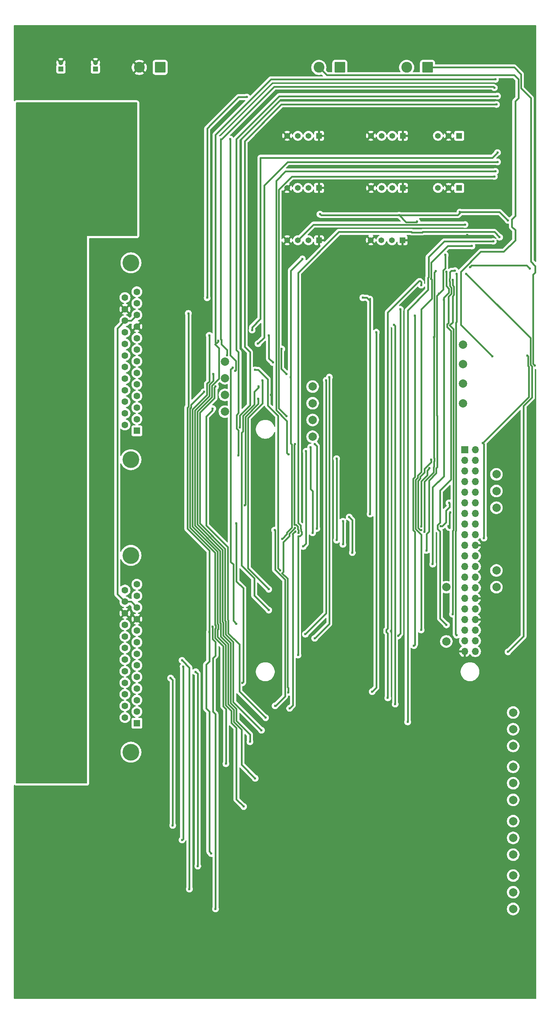
<source format=gbr>
%TF.GenerationSoftware,KiCad,Pcbnew,9.0.0*%
%TF.CreationDate,2025-03-11T18:36:24-04:00*%
%TF.ProjectId,pnp_controller,706e705f-636f-46e7-9472-6f6c6c65722e,rev?*%
%TF.SameCoordinates,Original*%
%TF.FileFunction,Copper,L2,Bot*%
%TF.FilePolarity,Positive*%
%FSLAX46Y46*%
G04 Gerber Fmt 4.6, Leading zero omitted, Abs format (unit mm)*
G04 Created by KiCad (PCBNEW 9.0.0) date 2025-03-11 18:36:24*
%MOMM*%
%LPD*%
G01*
G04 APERTURE LIST*
G04 Aperture macros list*
%AMRoundRect*
0 Rectangle with rounded corners*
0 $1 Rounding radius*
0 $2 $3 $4 $5 $6 $7 $8 $9 X,Y pos of 4 corners*
0 Add a 4 corners polygon primitive as box body*
4,1,4,$2,$3,$4,$5,$6,$7,$8,$9,$2,$3,0*
0 Add four circle primitives for the rounded corners*
1,1,$1+$1,$2,$3*
1,1,$1+$1,$4,$5*
1,1,$1+$1,$6,$7*
1,1,$1+$1,$8,$9*
0 Add four rect primitives between the rounded corners*
20,1,$1+$1,$2,$3,$4,$5,0*
20,1,$1+$1,$4,$5,$6,$7,0*
20,1,$1+$1,$6,$7,$8,$9,0*
20,1,$1+$1,$8,$9,$2,$3,0*%
G04 Aperture macros list end*
%TA.AperFunction,ComponentPad*%
%ADD10C,1.370000*%
%TD*%
%TA.AperFunction,ComponentPad*%
%ADD11R,1.370000X1.370000*%
%TD*%
%TA.AperFunction,ComponentPad*%
%ADD12C,2.000000*%
%TD*%
%TA.AperFunction,ComponentPad*%
%ADD13C,4.000000*%
%TD*%
%TA.AperFunction,ComponentPad*%
%ADD14R,1.600000X1.600000*%
%TD*%
%TA.AperFunction,ComponentPad*%
%ADD15C,1.600000*%
%TD*%
%TA.AperFunction,ComponentPad*%
%ADD16R,1.200000X1.200000*%
%TD*%
%TA.AperFunction,ComponentPad*%
%ADD17C,1.200000*%
%TD*%
%TA.AperFunction,ComponentPad*%
%ADD18RoundRect,0.250000X1.050000X1.050000X-1.050000X1.050000X-1.050000X-1.050000X1.050000X-1.050000X0*%
%TD*%
%TA.AperFunction,ComponentPad*%
%ADD19C,2.600000*%
%TD*%
%TA.AperFunction,ComponentPad*%
%ADD20R,1.700000X1.700000*%
%TD*%
%TA.AperFunction,ComponentPad*%
%ADD21O,1.700000X1.700000*%
%TD*%
%TA.AperFunction,ViaPad*%
%ADD22C,0.600000*%
%TD*%
%TA.AperFunction,Conductor*%
%ADD23C,0.400000*%
%TD*%
G04 APERTURE END LIST*
D10*
%TO.P,J13,4,Pin_4*%
%TO.N,GND*%
X109920000Y0D03*
%TO.P,J13,3,Pin_3*%
%TO.N,/YHOME*%
X112460000Y0D03*
%TO.P,J13,2,Pin_2*%
%TO.N,Net-(J13-Pin_2)*%
X115000000Y0D03*
D11*
%TO.P,J13,1,Pin_1*%
%TO.N,GND*%
X117540000Y0D03*
%TD*%
D10*
%TO.P,J15,4,Pin_4*%
%TO.N,GND*%
X129920000Y0D03*
%TO.P,J15,3,Pin_3*%
%TO.N,/YL_DOWN*%
X132460000Y0D03*
%TO.P,J15,2,Pin_2*%
%TO.N,Net-(J15-Pin_2)*%
X135000000Y0D03*
D11*
%TO.P,J15,1,Pin_1*%
%TO.N,GND*%
X137540000Y0D03*
%TD*%
%TO.P,J9,1,Pin_1*%
%TO.N,GND*%
X117500000Y12500000D03*
D10*
%TO.P,J9,2,Pin_2*%
%TO.N,Net-(J9-Pin_2)*%
X114960000Y12500000D03*
%TO.P,J9,3,Pin_3*%
%TO.N,/ZL_DOWN*%
X112420000Y12500000D03*
%TO.P,J9,4,Pin_4*%
%TO.N,GND*%
X109880000Y12500000D03*
%TD*%
D12*
%TO.P,TP28,1,1*%
%TO.N,/XAUX+*%
X164000000Y-113000000D03*
%TD*%
D10*
%TO.P,J11,3,Pin_3*%
%TO.N,Net-(J11-Pin_3)*%
X146000000Y25000000D03*
%TO.P,J11,2,Pin_2*%
%TO.N,GND*%
X148540000Y25000000D03*
D11*
%TO.P,J11,1,Pin_1*%
%TO.N,/X1*%
X151080000Y25000000D03*
%TD*%
D12*
%TO.P,TP20,1,1*%
%TO.N,Net-(R16-Pad1)*%
X152000000Y-34300000D03*
%TD*%
%TO.P,TP16,1,1*%
%TO.N,Net-(U3-A8)*%
X95000000Y-41000000D03*
%TD*%
%TO.P,TP21,1,1*%
%TO.N,Net-(J4-Pin_8)*%
X160000000Y-56000000D03*
%TD*%
%TO.P,TP1,1,1*%
%TO.N,Net-(J4-Pin_37)*%
X148000000Y-96000000D03*
%TD*%
%TO.P,TP12,1,1*%
%TO.N,Net-(U3-B7)*%
X116000000Y-43000000D03*
%TD*%
%TO.P,TP5,1,1*%
%TO.N,/YFAULT+*%
X164000000Y-133900000D03*
%TD*%
D13*
%TO.P,J2,0*%
%TO.N,N/C*%
X72500000Y-5400000D03*
X72500000Y-52500000D03*
D14*
%TO.P,J2,1,1*%
%TO.N,/XCLK+*%
X73920000Y-45570000D03*
D15*
%TO.P,J2,2,2*%
%TO.N,/XCLK-*%
X73920000Y-42800000D03*
%TO.P,J2,3,3*%
%TO.N,/XDIR+*%
X73920000Y-40030000D03*
%TO.P,J2,4,4*%
%TO.N,/XDIR-*%
X73920000Y-37260000D03*
%TO.P,J2,5,5*%
%TO.N,/XAUX+*%
X73920000Y-34490000D03*
%TO.P,J2,6,6*%
%TO.N,/XAUX-*%
X73920000Y-31720000D03*
%TO.P,J2,7,7*%
%TO.N,/XENG+*%
X73920000Y-28950000D03*
%TO.P,J2,8,8*%
%TO.N,/XENG-*%
X73920000Y-26180000D03*
%TO.P,J2,9,9*%
%TO.N,/XFAULT+*%
X73920000Y-23410000D03*
%TO.P,J2,10,10*%
%TO.N,GND*%
X73920000Y-20640000D03*
%TO.P,J2,11,11*%
%TO.N,/DGND*%
X73920000Y-17870000D03*
%TO.P,J2,12,12*%
%TO.N,unconnected-(J2-Pad12)*%
X73920000Y-15100000D03*
%TO.P,J2,13,13*%
%TO.N,unconnected-(J2-Pad13)*%
X73920000Y-12330000D03*
%TO.P,J2,14,P14*%
%TO.N,/YCLK+*%
X71080000Y-44185000D03*
%TO.P,J2,15,P15*%
%TO.N,/YCLK-*%
X71080000Y-41415000D03*
%TO.P,J2,16,P16*%
%TO.N,/YDIR+*%
X71080000Y-38645000D03*
%TO.P,J2,17,P17*%
%TO.N,/YDIR-*%
X71080000Y-35875000D03*
%TO.P,J2,18,P18*%
%TO.N,/YAUX+*%
X71080000Y-33105000D03*
%TO.P,J2,19,P19*%
%TO.N,/YAUX-*%
X71080000Y-30335000D03*
%TO.P,J2,20,P20*%
%TO.N,/YENG+*%
X71080000Y-27565000D03*
%TO.P,J2,21,P21*%
%TO.N,/YENG-*%
X71080000Y-24795000D03*
%TO.P,J2,22,P22*%
%TO.N,/YFAULT+*%
X71080000Y-22025000D03*
%TO.P,J2,23,P23*%
%TO.N,/DGND*%
X71080000Y-19255000D03*
%TO.P,J2,24,P24*%
%TO.N,GND*%
X71080000Y-16485000D03*
%TO.P,J2,25,P25*%
%TO.N,unconnected-(J2-P25-Pad25)*%
X71080000Y-13715000D03*
%TD*%
D16*
%TO.P,C2,1*%
%TO.N,+5V*%
X64000000Y41000000D03*
D17*
%TO.P,C2,2*%
%TO.N,GND*%
X64000000Y42500000D03*
%TD*%
D12*
%TO.P,TP24,1,1*%
%TO.N,Net-(J4-Pin_10)*%
X160000000Y-60000000D03*
%TD*%
D11*
%TO.P,J12,1,Pin_1*%
%TO.N,/X2*%
X151080000Y12500000D03*
D10*
%TO.P,J12,2,Pin_2*%
%TO.N,GND*%
X148540000Y12500000D03*
%TO.P,J12,3,Pin_3*%
%TO.N,Net-(J12-Pin_3)*%
X146000000Y12500000D03*
%TD*%
D12*
%TO.P,TP23,1,1*%
%TO.N,Net-(J4-Pin_12)*%
X160000000Y-64000000D03*
%TD*%
%TO.P,TP4,1,1*%
%TO.N,/XFAULT+*%
X164000000Y-121000000D03*
%TD*%
%TO.P,TP13,1,1*%
%TO.N,Net-(U3-B8)*%
X116000000Y-47000000D03*
%TD*%
%TO.P,TP14,1,1*%
%TO.N,Net-(U3-A6)*%
X95000000Y-33000000D03*
%TD*%
%TO.P,TP31,1,1*%
%TO.N,/ZAUX-*%
X164000000Y-143000000D03*
%TD*%
D18*
%TO.P,J6,1,Pin_1*%
%TO.N,+24V*%
X143500000Y41367500D03*
D19*
%TO.P,J6,2,Pin_2*%
%TO.N,Net-(J6-Pin_2)*%
X138500000Y41367500D03*
%TD*%
D12*
%TO.P,TP2,1,1*%
%TO.N,/ZFAULT+*%
X164000000Y-147000000D03*
%TD*%
%TO.P,TP25,1,1*%
%TO.N,/ZAUX+*%
X164000000Y-139000000D03*
%TD*%
D11*
%TO.P,J1,1,Pin_1*%
%TO.N,GND*%
X137620000Y12500000D03*
D10*
%TO.P,J1,2,Pin_2*%
%TO.N,Net-(J1-Pin_2)*%
X135080000Y12500000D03*
%TO.P,J1,3,Pin_3*%
%TO.N,/THOME*%
X132540000Y12500000D03*
%TO.P,J1,4,Pin_4*%
%TO.N,GND*%
X130000000Y12500000D03*
%TD*%
D12*
%TO.P,TP7,1,1*%
%TO.N,Net-(J4-Pin_26)*%
X160000000Y-79000000D03*
%TD*%
%TO.P,TP19,1,1*%
%TO.N,Net-(R11-Pad1)*%
X152000000Y-29650000D03*
%TD*%
%TO.P,TP15,1,1*%
%TO.N,Net-(U3-A7)*%
X95000000Y-37000000D03*
%TD*%
%TO.P,TP8,1,1*%
%TO.N,Net-(U3-B5)*%
X116000000Y-35000000D03*
%TD*%
%TO.P,TP10,1,1*%
%TO.N,Net-(U3-A5)*%
X95000000Y-29000000D03*
%TD*%
%TO.P,TP6,1,1*%
%TO.N,Net-(J4-Pin_27)*%
X148000000Y-83000000D03*
%TD*%
D11*
%TO.P,J8,1,Pin_1*%
%TO.N,GND*%
X117540000Y25000000D03*
D10*
%TO.P,J8,2,Pin_2*%
%TO.N,Net-(J8-Pin_2)*%
X115000000Y25000000D03*
%TO.P,J8,3,Pin_3*%
%TO.N,/ZL_UP*%
X112460000Y25000000D03*
%TO.P,J8,4,Pin_4*%
%TO.N,GND*%
X109920000Y25000000D03*
%TD*%
D11*
%TO.P,J14,1,Pin_1*%
%TO.N,GND*%
X137580000Y25000000D03*
D10*
%TO.P,J14,2,Pin_2*%
%TO.N,Net-(J14-Pin_2)*%
X135040000Y25000000D03*
%TO.P,J14,3,Pin_3*%
%TO.N,/YL_UP*%
X132500000Y25000000D03*
%TO.P,J14,4,Pin_4*%
%TO.N,GND*%
X129960000Y25000000D03*
%TD*%
D12*
%TO.P,TP30,1,1*%
%TO.N,/TAUX+*%
X164000000Y-152000000D03*
%TD*%
%TO.P,TP26,1,1*%
%TO.N,/XAUX-*%
X164000000Y-117000000D03*
%TD*%
%TO.P,TP29,1,1*%
%TO.N,/YAUX-*%
X164000000Y-129900000D03*
%TD*%
%TO.P,TP9,1,1*%
%TO.N,Net-(J4-Pin_28)*%
X160000000Y-83000000D03*
%TD*%
%TO.P,TP17,1,1*%
%TO.N,Net-(R33-Pad1)*%
X152000000Y-39000000D03*
%TD*%
%TO.P,TP32,1,1*%
%TO.N,/TAUX-*%
X164000000Y-156000000D03*
%TD*%
%TO.P,TP3,1,1*%
%TO.N,/TFAULT+*%
X164000000Y-160000000D03*
%TD*%
D13*
%TO.P,J3,0*%
%TO.N,N/C*%
X72500000Y-75400000D03*
X72500000Y-122500000D03*
D14*
%TO.P,J3,1,1*%
%TO.N,/ZCLK+*%
X73920000Y-115570000D03*
D15*
%TO.P,J3,2,2*%
%TO.N,/ZCLK-*%
X73920000Y-112800000D03*
%TO.P,J3,3,3*%
%TO.N,/ZDIR+*%
X73920000Y-110030000D03*
%TO.P,J3,4,4*%
%TO.N,/ZDIR-*%
X73920000Y-107260000D03*
%TO.P,J3,5,5*%
%TO.N,/ZAUX+*%
X73920000Y-104490000D03*
%TO.P,J3,6,6*%
%TO.N,/ZAUX-*%
X73920000Y-101720000D03*
%TO.P,J3,7,7*%
%TO.N,/ZENG+*%
X73920000Y-98950000D03*
%TO.P,J3,8,8*%
%TO.N,/ZENG-*%
X73920000Y-96180000D03*
%TO.P,J3,9,9*%
%TO.N,/ZFAULT+*%
X73920000Y-93410000D03*
%TO.P,J3,10,10*%
%TO.N,GND*%
X73920000Y-90640000D03*
%TO.P,J3,11,11*%
%TO.N,/DGND*%
X73920000Y-87870000D03*
%TO.P,J3,12,12*%
%TO.N,unconnected-(J3-Pad12)*%
X73920000Y-85100000D03*
%TO.P,J3,13,13*%
%TO.N,unconnected-(J3-Pad13)*%
X73920000Y-82330000D03*
%TO.P,J3,14,P14*%
%TO.N,/TCLK+*%
X71080000Y-114185000D03*
%TO.P,J3,15,P15*%
%TO.N,/TCLK-*%
X71080000Y-111415000D03*
%TO.P,J3,16,P16*%
%TO.N,/TDIR+*%
X71080000Y-108645000D03*
%TO.P,J3,17,P17*%
%TO.N,/TDIR-*%
X71080000Y-105875000D03*
%TO.P,J3,18,P18*%
%TO.N,/TAUX+*%
X71080000Y-103105000D03*
%TO.P,J3,19,P19*%
%TO.N,/TAUX-*%
X71080000Y-100335000D03*
%TO.P,J3,20,P20*%
%TO.N,/TENG+*%
X71080000Y-97565000D03*
%TO.P,J3,21,P21*%
%TO.N,/TENG-*%
X71080000Y-94795000D03*
%TO.P,J3,22,P22*%
%TO.N,/TFAULT+*%
X71080000Y-92025000D03*
%TO.P,J3,23,P23*%
%TO.N,GND*%
X71080000Y-89255000D03*
%TO.P,J3,24,P24*%
%TO.N,/DGND*%
X71080000Y-86485000D03*
%TO.P,J3,25,P25*%
%TO.N,unconnected-(J3-P25-Pad25)*%
X71080000Y-83715000D03*
%TD*%
D12*
%TO.P,TP11,1,1*%
%TO.N,Net-(U3-B6)*%
X116000000Y-39000000D03*
%TD*%
D16*
%TO.P,C1,1*%
%TO.N,+12V*%
X55750000Y41000000D03*
D17*
%TO.P,C1,2*%
%TO.N,GND*%
X55750000Y42500000D03*
%TD*%
D12*
%TO.P,TP18,1,1*%
%TO.N,Net-(R15-Pad1)*%
X152000000Y-25000000D03*
%TD*%
D18*
%TO.P,J5,1,Pin_1*%
%TO.N,+24V*%
X122500000Y41367500D03*
D19*
%TO.P,J5,2,Pin_2*%
%TO.N,Net-(J5-Pin_2)*%
X117500000Y41367500D03*
%TD*%
D18*
%TO.P,J7,1,Pin_1*%
%TO.N,+12V*%
X79500000Y41367500D03*
D19*
%TO.P,J7,2,Pin_2*%
%TO.N,GND*%
X74500000Y41367500D03*
%TD*%
D12*
%TO.P,TP27,1,1*%
%TO.N,/YAUX+*%
X164000000Y-126000000D03*
%TD*%
D20*
%TO.P,J4,1,Pin_1*%
%TO.N,+3.3V*%
X152400000Y-50110000D03*
D21*
%TO.P,J4,2,Pin_2*%
%TO.N,Net-(J4-Pin_2)*%
X154940000Y-50110000D03*
%TO.P,J4,3,Pin_3*%
%TO.N,/XCLK*%
X152400000Y-52650000D03*
%TO.P,J4,4,Pin_4*%
%TO.N,Net-(J4-Pin_2)*%
X154940000Y-52650000D03*
%TO.P,J4,5,Pin_5*%
%TO.N,/XDIR*%
X152400000Y-55190000D03*
%TO.P,J4,6,Pin_6*%
%TO.N,GND*%
X154940000Y-55190000D03*
%TO.P,J4,7,Pin_7*%
%TO.N,/YCLK*%
X152400000Y-57730000D03*
%TO.P,J4,8,Pin_8*%
%TO.N,Net-(J4-Pin_8)*%
X154940000Y-57730000D03*
%TO.P,J4,9,Pin_9*%
%TO.N,GND*%
X152400000Y-60270000D03*
%TO.P,J4,10,Pin_10*%
%TO.N,Net-(J4-Pin_10)*%
X154940000Y-60270000D03*
%TO.P,J4,11,Pin_11*%
%TO.N,/YDIR*%
X152400000Y-62810000D03*
%TO.P,J4,12,Pin_12*%
%TO.N,Net-(J4-Pin_12)*%
X154940000Y-62810000D03*
%TO.P,J4,13,Pin_13*%
%TO.N,/ZCLK*%
X152400000Y-65350000D03*
%TO.P,J4,14,Pin_14*%
%TO.N,GND*%
X154940000Y-65350000D03*
%TO.P,J4,15,Pin_15*%
%TO.N,/ZDIR*%
X152400000Y-67890000D03*
%TO.P,J4,16,Pin_16*%
%TO.N,/VACUUM*%
X154940000Y-67890000D03*
%TO.P,J4,17,Pin_17*%
%TO.N,+3.3V*%
X152400000Y-70430000D03*
%TO.P,J4,18,Pin_18*%
%TO.N,/THOME_3V3*%
X154940000Y-70430000D03*
%TO.P,J4,19,Pin_19*%
%TO.N,/TCLK*%
X152400000Y-72970000D03*
%TO.P,J4,20,Pin_20*%
%TO.N,GND*%
X154940000Y-72970000D03*
%TO.P,J4,21,Pin_21*%
%TO.N,/TDIR*%
X152400000Y-75510000D03*
%TO.P,J4,22,Pin_22*%
%TO.N,/ZL_UP_3V3*%
X154940000Y-75510000D03*
%TO.P,J4,23,Pin_23*%
%TO.N,/XENG*%
X152400000Y-78050000D03*
%TO.P,J4,24,Pin_24*%
%TO.N,/ZL_DOWN_3V3*%
X154940000Y-78050000D03*
%TO.P,J4,25,Pin_25*%
%TO.N,GND*%
X152400000Y-80590000D03*
%TO.P,J4,26,Pin_26*%
%TO.N,Net-(J4-Pin_26)*%
X154940000Y-80590000D03*
%TO.P,J4,27,Pin_27*%
%TO.N,Net-(J4-Pin_27)*%
X152400000Y-83130000D03*
%TO.P,J4,28,Pin_28*%
%TO.N,Net-(J4-Pin_28)*%
X154940000Y-83130000D03*
%TO.P,J4,29,Pin_29*%
%TO.N,/YENG*%
X152400000Y-85670000D03*
%TO.P,J4,30,Pin_30*%
%TO.N,GND*%
X154940000Y-85670000D03*
%TO.P,J4,31,Pin_31*%
%TO.N,/ZENG*%
X152400000Y-88210000D03*
%TO.P,J4,32,Pin_32*%
%TO.N,/X1_3V3*%
X154940000Y-88210000D03*
%TO.P,J4,33,Pin_33*%
%TO.N,/TENG*%
X152400000Y-90750000D03*
%TO.P,J4,34,Pin_34*%
%TO.N,GND*%
X154940000Y-90750000D03*
%TO.P,J4,35,Pin_35*%
%TO.N,/YL_DOWN_3V3*%
X152400000Y-93290000D03*
%TO.P,J4,36,Pin_36*%
%TO.N,/X2_3V3*%
X154940000Y-93290000D03*
%TO.P,J4,37,Pin_37*%
%TO.N,Net-(J4-Pin_37)*%
X152400000Y-95830000D03*
%TO.P,J4,38,Pin_38*%
%TO.N,/YHOME_3V3*%
X154940000Y-95830000D03*
%TO.P,J4,39,Pin_39*%
%TO.N,GND*%
X152400000Y-98370000D03*
%TO.P,J4,40,Pin_40*%
%TO.N,/YL_UP_3V3*%
X154940000Y-98370000D03*
%TD*%
D22*
%TO.N,GND*%
X148250000Y-80500000D03*
X148500000Y-60250000D03*
X158250000Y-53750000D03*
X157750000Y-90750000D03*
X157500000Y-85750000D03*
X158000000Y-66250000D03*
X158500000Y-73250000D03*
X111750000Y2000000D03*
X117500000Y2000000D03*
%TO.N,/XDIR*%
X142000471Y-69370217D03*
X144400175Y-52489637D03*
%TO.N,/YCLK*%
X143951949Y-54561766D03*
X142000000Y-68520215D03*
%TO.N,/TDIR*%
X124750000Y-66250000D03*
X125500000Y-74750000D03*
%TO.N,GND*%
X92750000Y-47500000D03*
X106000000Y-37000000D03*
X113500000Y-64250000D03*
X102000000Y-48500000D03*
X105500000Y-55000000D03*
X153000000Y1250000D03*
%TO.N,/TCLK*%
X123250000Y-67225000D03*
X123250000Y-72750000D03*
%TO.N,+5V*%
X63000000Y24000000D03*
X71000000Y20000000D03*
X69000000Y30000000D03*
X59000000Y24000000D03*
X59000000Y20000000D03*
X61000000Y26000000D03*
X63000000Y12000000D03*
X67000000Y20000000D03*
X51000000Y28000000D03*
X110750000Y-32750000D03*
X65000000Y30000000D03*
X67000000Y16000000D03*
X140997586Y4456250D03*
X51000000Y8000000D03*
X117750000Y6250000D03*
X55000000Y16000000D03*
X47000000Y8000000D03*
X71000000Y16000000D03*
X69000000Y26000000D03*
X71000000Y5000000D03*
X67000000Y8000000D03*
X113546000Y-4458500D03*
X51000000Y5000000D03*
X151250000Y6750000D03*
X59000000Y31375000D03*
X62050000Y31375000D03*
X67000000Y24000000D03*
X47000000Y20000000D03*
X60525000Y29700000D03*
X47000000Y28000000D03*
X55000000Y8000000D03*
X59000000Y12000000D03*
X53000000Y26000000D03*
X47000000Y5000000D03*
X65000000Y26000000D03*
X51000000Y16000000D03*
X53000000Y30000000D03*
X63000000Y5000000D03*
X162750000Y4750000D03*
X47000000Y24000000D03*
X71000000Y28000000D03*
X51000000Y24000000D03*
X67000000Y28000000D03*
X59000000Y16000000D03*
X63000000Y16000000D03*
X73000000Y26000000D03*
X59000000Y5000000D03*
X55000000Y5000000D03*
X49000000Y26000000D03*
X51000000Y32000000D03*
X71000000Y8000000D03*
X67000000Y32000000D03*
X57000000Y26000000D03*
X47000000Y12000000D03*
X71000000Y32000000D03*
X55000000Y12000000D03*
X49000000Y30000000D03*
X63000000Y20000000D03*
X73000000Y30000000D03*
X51000000Y20000000D03*
X67000000Y12000000D03*
X55000000Y20000000D03*
X55000000Y32000000D03*
X71000000Y24000000D03*
X59000000Y8000000D03*
X63000000Y8000000D03*
X47000000Y16000000D03*
X51000000Y12000000D03*
X55000000Y24000000D03*
X136750000Y6000000D03*
X108704595Y-71454595D03*
X55000000Y28000000D03*
X71000000Y12000000D03*
X67000000Y5000000D03*
%TO.N,/XCLK*%
X121750000Y-71750000D03*
X121750000Y-52250000D03*
%TO.N,/YHOME*%
X152500000Y3750000D03*
%TO.N,/ZCLK*%
X148488589Y-68429000D03*
X148904809Y-65094147D03*
%TO.N,/YDIR*%
X148650000Y-62828960D03*
X146677337Y-68429000D03*
%TO.N,+3.3V*%
X153655331Y-6405331D03*
X168000000Y-6750000D03*
X99750000Y-63432039D03*
X157000000Y-71250000D03*
X97500000Y-31250000D03*
X103000000Y-37925000D03*
X96250000Y24250000D03*
X156750000Y-48500000D03*
X167400000Y-27580961D03*
%TO.N,/ZFAULT+*%
X91750000Y-146750000D03*
X91300000Y-93750000D03*
X86250000Y-17500000D03*
%TO.N,/TFAULT+*%
X92750000Y-160000000D03*
X136500000Y-94664589D03*
X92050000Y-92464590D03*
X137000000Y-16500000D03*
%TO.N,/XFAULT+*%
X93406053Y-24045000D03*
X159750000Y38500000D03*
X101000000Y-120000000D03*
%TO.N,/YFAULT+*%
X160250000Y21000000D03*
X99500000Y-135500000D03*
X101500000Y-21500000D03*
X91250000Y-22750000D03*
%TO.N,/X1_3V3*%
X149500000Y-9500000D03*
X149500000Y-89461000D03*
%TO.N,+24V*%
X169200000Y-30000000D03*
%TO.N,/XENG*%
X108250000Y-79000000D03*
X102250000Y-31000000D03*
%TO.N,/ZENG*%
X103049471Y-34980746D03*
X105500000Y-88500000D03*
%TO.N,/THOME_3V3*%
X145050349Y-23229836D03*
X145476177Y-7351888D03*
X142750000Y-69750000D03*
%TO.N,/ZL_DOWN_3V3*%
X147405331Y-14250000D03*
X144750000Y-77500000D03*
X148000000Y-7500000D03*
%TO.N,/YL_DOWN_3V3*%
X154125000Y-1375000D03*
X142000000Y-93250000D03*
X144400000Y-9250000D03*
%TO.N,/VACUUM*%
X90750000Y-13750000D03*
X100250000Y34250000D03*
X129750000Y-65500000D03*
X128000000Y-13750000D03*
%TO.N,/ZL_UP_3V3*%
X146250000Y-12750000D03*
X143250000Y-74250000D03*
X147750000Y-3500000D03*
%TO.N,/TENG*%
X97750000Y-91750000D03*
X96900000Y-30437914D03*
%TO.N,/X2_3V3*%
X150068366Y-7267746D03*
X148039000Y-92039000D03*
%TO.N,/YENG*%
X104000000Y-33500000D03*
X105500000Y-83500000D03*
%TO.N,/YL_UP_3V3*%
X152750000Y-8000000D03*
X162750000Y-98500000D03*
%TO.N,/YHOME_3V3*%
X150500000Y-8000000D03*
X150500000Y-94500000D03*
%TO.N,Net-(J5-Pin_2)*%
X159000000Y-27750000D03*
%TO.N,/XCLK+*%
X160250000Y34500000D03*
X98250000Y-51450000D03*
%TO.N,/XDIR+*%
X160000000Y32500000D03*
X98550000Y-44750000D03*
%TO.N,/YCLK+*%
X159750000Y16500000D03*
X110250000Y-51250000D03*
%TO.N,/YDIR+*%
X109778764Y-42119575D03*
X159500000Y15250000D03*
%TO.N,/ZCLK+*%
X138750000Y-115250000D03*
X159250000Y-250000D03*
%TO.N,/ZDIR+*%
X134000000Y-109500000D03*
X142000000Y-10750000D03*
%TO.N,/TCLK+*%
X135750000Y-111000000D03*
X135500000Y-20250000D03*
%TO.N,/TDIR+*%
X130250000Y-108000000D03*
X131250000Y-22000000D03*
%TO.N,/XENG+*%
X95500000Y-27530000D03*
X159500000Y36500000D03*
%TO.N,/ZENG+*%
X160750000Y750000D03*
X112500000Y-99250000D03*
%TO.N,/YENG+*%
X160250000Y18750000D03*
X102926964Y-24737626D03*
%TO.N,/TENG+*%
X140250000Y-97000000D03*
X140500000Y-18000000D03*
%TO.N,/ZAUX+*%
X82000000Y-104750000D03*
X82500000Y-140000000D03*
%TO.N,/XAUX-*%
X103750000Y-117250000D03*
X92750000Y-35000000D03*
%TO.N,/YAUX+*%
X90000000Y-36250000D03*
X95250000Y-125250000D03*
%TO.N,/XAUX+*%
X92085898Y-40275236D03*
X104750000Y-114250000D03*
%TO.N,/YAUX-*%
X92250000Y-32000000D03*
X102250000Y-128750000D03*
%TO.N,/TAUX+*%
X88000000Y-103250000D03*
X88500000Y-149750000D03*
%TO.N,/ZAUX-*%
X84750000Y-143500000D03*
X85000000Y-102000000D03*
%TO.N,/TAUX-*%
X86500000Y-155250000D03*
X84750000Y-100500000D03*
%TO.N,/TCLK-*%
X107019142Y-111400000D03*
X106910255Y-69338359D03*
%TO.N,/TDIR-*%
X99200000Y-105875000D03*
X97750000Y-67750000D03*
%TO.N,/ZDIR-*%
X110200000Y-108200000D03*
X111746277Y-68824638D03*
%TO.N,/XDIR-*%
X116000000Y-70000000D03*
X115500000Y-49500000D03*
%TO.N,/ZCLK-*%
X111888402Y-69770662D03*
X110500000Y-112000000D03*
%TO.N,/XCLK-*%
X114401472Y-50500000D03*
X113750000Y-73250000D03*
%TO.N,/YCLK-*%
X112635839Y-70056708D03*
X111738880Y-48757723D03*
%TO.N,/YDIR-*%
X117000000Y-69000000D03*
X116500000Y-48750000D03*
%TO.N,/XENG-*%
X109750000Y-32000000D03*
X108600000Y-26000000D03*
%TO.N,/ZENG-*%
X116500000Y-95250000D03*
X120000000Y-32750000D03*
%TO.N,/YENG-*%
X105500000Y-22750000D03*
X106500000Y-29250000D03*
%TO.N,/TENG-*%
X114250000Y-94250000D03*
X119250000Y-33500000D03*
%TD*%
D23*
%TO.N,/THOME_3V3*%
X145050349Y-52079150D02*
X145050349Y-23229836D01*
X145150175Y-52800298D02*
X145150175Y-52178976D01*
X145050349Y-54199651D02*
X145050349Y-52900124D01*
X145000000Y-54250000D02*
X145050349Y-54199651D01*
X145000000Y-55500000D02*
X145000000Y-54250000D01*
X142750000Y-57750000D02*
X145000000Y-55500000D01*
X145150175Y-52178976D02*
X145050349Y-52079150D01*
X142750000Y-69750000D02*
X142750000Y-57750000D01*
%TO.N,/XDIR*%
X142800000Y-55502944D02*
X142800000Y-54653054D01*
%TO.N,/THOME_3V3*%
X145050349Y-52900124D02*
X145150175Y-52800298D01*
%TO.N,/XDIR*%
X141786068Y-57016876D02*
X141786068Y-56516876D01*
X142800000Y-54653054D02*
X144400175Y-53052879D01*
X141250000Y-57552944D02*
X141786068Y-57016876D01*
X141250000Y-68830876D02*
X141250000Y-57552944D01*
X141789341Y-69370217D02*
X141250000Y-68830876D01*
X142000471Y-69370217D02*
X141789341Y-69370217D01*
X141786068Y-56516876D02*
X142800000Y-55502944D01*
X144400175Y-53052879D02*
X144400175Y-52489637D01*
%TO.N,/ZDIR-*%
X109000000Y-79310661D02*
X108674264Y-79636397D01*
X109000000Y-72204595D02*
X109000000Y-79310661D01*
X110000000Y-80962133D02*
X110000000Y-106935411D01*
X109015256Y-72204595D02*
X109000000Y-72204595D01*
X108674264Y-79636397D02*
X110000000Y-80962133D01*
X110450000Y-70769851D02*
X109015256Y-72204595D01*
X110450000Y-70151356D02*
X110450000Y-70769851D01*
X111602000Y-68999356D02*
X110450000Y-70151356D01*
X111602000Y-68884850D02*
X111602000Y-68999356D01*
X110200000Y-107135411D02*
X110200000Y-108200000D01*
X110000000Y-106935411D02*
X110200000Y-107135411D01*
%TO.N,/TDIR-*%
X99400000Y-83248528D02*
X99400000Y-105675000D01*
X97750000Y-81598528D02*
X99400000Y-83248528D01*
X99400000Y-105675000D02*
X99200000Y-105875000D01*
X97750000Y-67750000D02*
X97750000Y-81598528D01*
%TO.N,/TCLK-*%
X107000000Y-69428104D02*
X106910255Y-69338359D01*
X107000000Y-78810661D02*
X107000000Y-69428104D01*
X109400000Y-109100000D02*
X109400000Y-81210661D01*
X109400000Y-81210661D02*
X107000000Y-78810661D01*
X107100000Y-111400000D02*
X109400000Y-109100000D01*
X107019142Y-111400000D02*
X107100000Y-111400000D01*
%TO.N,/XAUX+*%
X91948036Y-40413098D02*
X92085898Y-40275236D01*
X91948036Y-40698036D02*
X91948036Y-40413098D01*
X90500000Y-42146072D02*
X91948036Y-40698036D01*
X90500000Y-68250000D02*
X90500000Y-42146072D01*
X95650000Y-73400000D02*
X90500000Y-68250000D01*
X95650000Y-90761289D02*
X95650000Y-73400000D01*
X95800000Y-94050000D02*
X95800000Y-90911289D01*
X98450000Y-96700000D02*
X95800000Y-94050000D01*
X98450000Y-107950000D02*
X98450000Y-96700000D01*
X95800000Y-90911289D02*
X95650000Y-90761289D01*
X104750000Y-114250000D02*
X98450000Y-107950000D01*
%TO.N,+5V*%
X160750000Y6750000D02*
X151250000Y6750000D01*
X150750000Y6000000D02*
X151250000Y6500000D01*
X136750000Y6000000D02*
X150750000Y6000000D01*
X162750000Y4750000D02*
X160750000Y6750000D01*
X151250000Y6500000D02*
X151250000Y6750000D01*
%TO.N,/X2_3V3*%
X148850000Y-7650000D02*
X149232254Y-7267746D01*
X148850000Y-10940811D02*
X148850000Y-9910661D01*
X149228859Y-11319670D02*
X148850000Y-10940811D01*
X149228859Y-12759189D02*
X149228859Y-11319670D01*
X148750000Y-9189339D02*
X148850000Y-9089339D01*
X148200000Y-20102944D02*
X148500000Y-19802944D01*
X148750000Y-9810661D02*
X148750000Y-9189339D01*
X148200000Y-20752944D02*
X148200000Y-20102944D01*
X149100000Y-21652944D02*
X148200000Y-20752944D01*
X149100000Y-57248528D02*
X149100000Y-21652944D01*
X146500000Y-59848528D02*
X149100000Y-57248528D01*
X146500000Y-67545676D02*
X146500000Y-59848528D01*
X148850000Y-9089339D02*
X148850000Y-7650000D01*
X145927337Y-69072663D02*
X145927337Y-68118339D01*
X146500000Y-69645326D02*
X145927337Y-69072663D01*
X146500000Y-90500000D02*
X146500000Y-69645326D01*
X148500000Y-19802944D02*
X148500000Y-13488048D01*
X149232254Y-7267746D02*
X150068366Y-7267746D01*
X145927337Y-68118339D02*
X146500000Y-67545676D01*
%TO.N,/X1_3V3*%
X149500000Y-10742283D02*
X149500000Y-9500000D01*
X149828859Y-11071142D02*
X149500000Y-10742283D01*
X149828859Y-13007717D02*
X149828859Y-11071142D01*
X149500000Y-13336576D02*
X149828859Y-13007717D01*
%TO.N,/X2_3V3*%
X148850000Y-9910661D02*
X148750000Y-9810661D01*
%TO.N,/X1_3V3*%
X149500000Y-19651472D02*
X149500000Y-13336576D01*
X149700000Y-21251472D02*
X148800000Y-20351472D01*
%TO.N,/X2_3V3*%
X148039000Y-92039000D02*
X146500000Y-90500000D01*
%TO.N,/X1_3V3*%
X149500000Y-69499865D02*
X149700000Y-69299865D01*
X149700000Y-69299865D02*
X149700000Y-21251472D01*
X149500000Y-89461000D02*
X149500000Y-69499865D01*
%TO.N,/X2_3V3*%
X148500000Y-13488048D02*
X149228859Y-12759189D01*
%TO.N,/X1_3V3*%
X148800000Y-20351472D02*
X149500000Y-19651472D01*
%TO.N,/YL_DOWN_3V3*%
X144400000Y-5350000D02*
X144400000Y-9250000D01*
X148375000Y-1375000D02*
X144400000Y-5350000D01*
X154125000Y-1375000D02*
X148375000Y-1375000D01*
%TO.N,/THOME_3V3*%
X145050349Y-23229836D02*
X145150000Y-23130185D01*
%TO.N,/ZCLK+*%
X147500000Y-250000D02*
X159250000Y-250000D01*
%TO.N,/THOME_3V3*%
X145150000Y-23130185D02*
X145150000Y-7678065D01*
%TO.N,/ZCLK+*%
X143650000Y-8939339D02*
X143750000Y-8839339D01*
X143650000Y-11850000D02*
X143650000Y-8939339D01*
%TO.N,/YL_DOWN_3V3*%
X144550000Y-9400000D02*
X144400000Y-9250000D01*
X144550000Y-13950000D02*
X144550000Y-9400000D01*
%TO.N,/ZCLK+*%
X138750000Y-115250000D02*
X138750000Y-16750000D01*
%TO.N,/YL_DOWN_3V3*%
X142000000Y-16500000D02*
X144550000Y-13950000D01*
X142000000Y-55454416D02*
X142000000Y-16500000D01*
X141186068Y-56268348D02*
X142000000Y-55454416D01*
%TO.N,/ZCLK+*%
X143750000Y-4000000D02*
X147500000Y-250000D01*
%TO.N,/YL_DOWN_3V3*%
X141186068Y-56768348D02*
X141186068Y-56268348D01*
X140650000Y-57304416D02*
X141186068Y-56768348D01*
X140650000Y-69079404D02*
X140650000Y-57304416D01*
X142000000Y-70429404D02*
X140650000Y-69079404D01*
%TO.N,/ZCLK+*%
X143750000Y-8839339D02*
X143750000Y-4000000D01*
%TO.N,/YL_DOWN_3V3*%
X142000000Y-93250000D02*
X142000000Y-70429404D01*
%TO.N,/ZCLK+*%
X138750000Y-16750000D02*
X143650000Y-11850000D01*
%TO.N,/THOME_3V3*%
X145150000Y-7678065D02*
X145476177Y-7351888D01*
%TO.N,/ZL_UP_3V3*%
X147250000Y-11750000D02*
X146250000Y-12750000D01*
X147250000Y-7189339D02*
X147250000Y-11750000D01*
X147750000Y-6689339D02*
X147250000Y-7189339D01*
X143850000Y-57498528D02*
X145600000Y-55748528D01*
X143250000Y-70310661D02*
X143850000Y-69710661D01*
X145850000Y-42001472D02*
X145750000Y-41901472D01*
X145750000Y-41901472D02*
X145750000Y-13250000D01*
X145600000Y-54498528D02*
X145850000Y-54248528D01*
X143250000Y-74250000D02*
X143250000Y-70310661D01*
X143850000Y-69710661D02*
X143850000Y-57498528D01*
X145750000Y-13250000D02*
X146250000Y-12750000D01*
X145850000Y-54248528D02*
X145850000Y-42001472D01*
X147750000Y-3500000D02*
X147750000Y-6689339D01*
X145600000Y-55748528D02*
X145600000Y-54498528D01*
%TO.N,/ZL_DOWN_3V3*%
X147405331Y-13734189D02*
X147405331Y-14250000D01*
X148628859Y-12510661D02*
X147405331Y-13734189D01*
X148628859Y-11568198D02*
X148628859Y-12510661D01*
X148000000Y-10939339D02*
X148628859Y-11568198D01*
X148000000Y-7500000D02*
X148000000Y-10939339D01*
X147405331Y-56443197D02*
X147405331Y-14250000D01*
X144750000Y-59098528D02*
X147405331Y-56443197D01*
X144750000Y-77500000D02*
X144750000Y-59098528D01*
%TO.N,/YHOME_3V3*%
X150500000Y-19500000D02*
X150500000Y-8000000D01*
X150300000Y-19700000D02*
X150500000Y-19500000D01*
X150300000Y-69548393D02*
X150300000Y-19700000D01*
X150250000Y-69598393D02*
X150300000Y-69548393D01*
X150250000Y-94250000D02*
X150250000Y-69598393D01*
X150500000Y-94500000D02*
X150250000Y-94250000D01*
%TO.N,Net-(J5-Pin_2)*%
X119367500Y39500000D02*
X117500000Y41367500D01*
X164250000Y39500000D02*
X119367500Y39500000D01*
X165250000Y38500000D02*
X164250000Y39500000D01*
X164500000Y33250000D02*
X165250000Y34000000D01*
X164500000Y5810661D02*
X164500000Y33250000D01*
X163689339Y5000000D02*
X164500000Y5810661D01*
X165250000Y34000000D02*
X165250000Y38500000D01*
X163689339Y3250000D02*
X163689339Y5000000D01*
X164500000Y0D02*
X164500000Y2439339D01*
X161750000Y-2750000D02*
X164500000Y0D01*
X156250000Y-2750000D02*
X161750000Y-2750000D01*
X164500000Y2439339D02*
X163689339Y3250000D01*
X151500000Y-7500000D02*
X156250000Y-2750000D01*
X151500000Y-20250000D02*
X151500000Y-7500000D01*
X159000000Y-27750000D02*
X151500000Y-20250000D01*
%TO.N,+3.3V*%
X168000000Y-6750000D02*
X167250000Y-6000000D01*
X167250000Y-6000000D02*
X154060662Y-6000000D01*
X154060662Y-6000000D02*
X153655331Y-6405331D01*
%TO.N,/YCLK*%
X142000000Y-68520215D02*
X142000000Y-57651472D01*
X143400000Y-55113715D02*
X143951949Y-54561766D01*
X143400000Y-56251472D02*
X143400000Y-55113715D01*
X142000000Y-57651472D02*
X143400000Y-56251472D01*
%TO.N,/TDIR*%
X125500000Y-67000000D02*
X124750000Y-66250000D01*
X125500000Y-74750000D02*
X125500000Y-67000000D01*
%TO.N,/TCLK*%
X123250000Y-72750000D02*
X123250000Y-67225000D01*
%TO.N,+5V*%
X118000000Y6000000D02*
X136750000Y6000000D01*
X136750000Y6000000D02*
X138400000Y4350000D01*
X110750000Y-48636395D02*
X111000000Y-48886395D01*
X110750000Y-32750000D02*
X110750000Y-7254500D01*
X117750000Y6250000D02*
X118000000Y6000000D01*
X110750000Y-32750000D02*
X110750000Y-48636395D01*
X109850000Y-70309190D02*
X108704595Y-71454595D01*
X111000000Y-68750000D02*
X109850000Y-69900000D01*
X109850000Y-69900000D02*
X109850000Y-70309190D01*
X138400000Y4350000D02*
X140891336Y4350000D01*
X111000000Y-48886395D02*
X111000000Y-68750000D01*
X110750000Y-7254500D02*
X113546000Y-4458500D01*
X140891336Y4350000D02*
X140997586Y4456250D01*
%TO.N,/XCLK*%
X121750000Y-71750000D02*
X121750000Y-52250000D01*
%TO.N,/YHOME*%
X152500000Y3750000D02*
X116210000Y3750000D01*
X116210000Y3750000D02*
X112460000Y0D01*
%TO.N,/ZCLK*%
X148488589Y-68656916D02*
X148488589Y-68429000D01*
X148904809Y-65094147D02*
X148904809Y-65188473D01*
X148791651Y-68847553D02*
X148679226Y-68847553D01*
X148800000Y-65293282D02*
X148800000Y-68839204D01*
X148904809Y-65188473D02*
X148800000Y-65293282D01*
X148800000Y-68839204D02*
X148791651Y-68847553D01*
X148679226Y-68847553D02*
X148488589Y-68656916D01*
%TO.N,/YDIR*%
X147010339Y-68429000D02*
X146677337Y-68429000D01*
X147950000Y-67489339D02*
X147010339Y-68429000D01*
X148650000Y-62828960D02*
X148800000Y-62978960D01*
X148800000Y-63798528D02*
X147950000Y-64648528D01*
X147950000Y-64648528D02*
X147950000Y-67489339D01*
X148800000Y-62978960D02*
X148800000Y-63798528D01*
%TO.N,+3.3V*%
X167550000Y-30047056D02*
X167550000Y-27730961D01*
X157000000Y-48750000D02*
X156750000Y-48500000D01*
X167750000Y-30247056D02*
X167550000Y-30047056D01*
X103000000Y-39151472D02*
X99900000Y-42251472D01*
X99900000Y-63282039D02*
X99750000Y-63432039D01*
X99900000Y-42251472D02*
X99900000Y-63282039D01*
X157000000Y-71250000D02*
X157000000Y-48750000D01*
X156750000Y-48500000D02*
X167750000Y-37500000D01*
X167550000Y-27730961D02*
X167400000Y-27580961D01*
X96250000Y24250000D02*
X96250000Y-27500000D01*
X167750000Y-37500000D02*
X167750000Y-30247056D01*
X97650000Y-28900000D02*
X97650000Y-31100000D01*
X97650000Y-31100000D02*
X97500000Y-31250000D01*
X103000000Y-37925000D02*
X103000000Y-39151472D01*
X96250000Y-27500000D02*
X97650000Y-28900000D01*
%TO.N,/ZFAULT+*%
X91250000Y-146250000D02*
X91250000Y-112742640D01*
X90500000Y-101507360D02*
X91250000Y-100757360D01*
X91250000Y-94000000D02*
X91300000Y-93950000D01*
X91300000Y-93950000D02*
X91300000Y-93750000D01*
X91300000Y-93750000D02*
X91300000Y-74292640D01*
X86000000Y-68992640D02*
X86000000Y-40007360D01*
X91300000Y-74292640D02*
X86000000Y-68992640D01*
X91250000Y-112742640D02*
X90500000Y-111992640D01*
X91250000Y-100757360D02*
X91250000Y-94000000D01*
X86000000Y-40007360D02*
X86250000Y-39757360D01*
X91750000Y-146750000D02*
X91250000Y-146250000D01*
X86250000Y-39757360D02*
X86250000Y-17500000D01*
X90500000Y-111992640D02*
X90500000Y-101507360D01*
%TO.N,/TFAULT+*%
X91970821Y-92543769D02*
X92050000Y-92464590D01*
X92050000Y-92650000D02*
X91970821Y-92570821D01*
X92750000Y-160000000D02*
X92750000Y-113394112D01*
X137000000Y-94085410D02*
X136500000Y-94585410D01*
X136500000Y-94585410D02*
X136500000Y-94664589D01*
X92750000Y-99355888D02*
X92750000Y-96091168D01*
X91970821Y-92570821D02*
X91970821Y-92543769D01*
X92750000Y-96091168D02*
X92050000Y-95391168D01*
X92100000Y-112744112D02*
X92100000Y-100005888D01*
X92050000Y-95391168D02*
X92050000Y-92650000D01*
X137000000Y-16500000D02*
X137000000Y-94085410D01*
X92750000Y-113394112D02*
X92100000Y-112744112D01*
X92100000Y-100005888D02*
X92750000Y-99355888D01*
%TO.N,/XFAULT+*%
X93406053Y-24198077D02*
X93085726Y-24518404D01*
X91900000Y-34789339D02*
X93599000Y-33090339D01*
X94450000Y-74048528D02*
X88400000Y-67998528D01*
X93406053Y-24198077D02*
X93406053Y-24045000D01*
X92829065Y-24518404D02*
X93085726Y-24518404D01*
X94450000Y-91258345D02*
X94450000Y-74048528D01*
X101000000Y-120000000D02*
X101000000Y-118250000D01*
X93406053Y-24198077D02*
X93085726Y-24518404D01*
X94600000Y-91408345D02*
X94450000Y-91258345D01*
X92750000Y25250000D02*
X92750000Y-24439339D01*
X94600000Y-94547056D02*
X94600000Y-91408345D01*
X93406053Y-24198077D02*
X93406053Y-24045000D01*
X97750000Y-115000000D02*
X97750000Y-112098528D01*
X88400000Y-41001472D02*
X91900000Y-37501472D01*
X97750000Y-112098528D02*
X96400000Y-110748528D01*
X92795940Y-24758356D02*
X92795940Y-24735753D01*
X92664589Y-24914589D02*
X92664589Y-24889707D01*
X93013289Y-24518404D02*
X93085726Y-24518404D01*
X92795940Y-24735753D02*
X93013289Y-24518404D01*
X96400000Y-110748528D02*
X96400000Y-96347056D01*
X88400000Y-67998528D02*
X88400000Y-41001472D01*
X159750000Y38500000D02*
X106000000Y38500000D01*
X93599000Y-33090339D02*
X93599000Y-25849000D01*
X93599000Y-25849000D02*
X92664589Y-24914589D01*
X91900000Y-37501472D02*
X91900000Y-34789339D01*
X92750000Y-24439339D02*
X92829065Y-24518404D01*
X106000000Y38500000D02*
X92750000Y25250000D01*
X92664589Y-24889707D02*
X92795940Y-24758356D01*
X101000000Y-118250000D02*
X97750000Y-115000000D01*
X96400000Y-96347056D02*
X94600000Y-94547056D01*
%TO.N,/YFAULT+*%
X103500000Y19750000D02*
X103500000Y-18802944D01*
X160250000Y21000000D02*
X159000000Y19750000D01*
X95200000Y-111245584D02*
X95200000Y-96844112D01*
X95200000Y-96844112D02*
X93250000Y-94894112D01*
X87200000Y-40504416D02*
X90700000Y-37004416D01*
X159000000Y19750000D02*
X103500000Y19750000D01*
X90700000Y-34292283D02*
X91250000Y-33742283D01*
X93400000Y-91905401D02*
X93250000Y-91755401D01*
X93250000Y-93173779D02*
X93400000Y-93023779D01*
X96550000Y-115497056D02*
X96550000Y-112595584D01*
X97750000Y-116697056D02*
X96550000Y-115497056D01*
X97750000Y-133750000D02*
X97750000Y-116697056D01*
X90700000Y-37004416D02*
X90700000Y-34292283D01*
X87200000Y-68495584D02*
X87200000Y-40504416D01*
X99500000Y-135500000D02*
X97750000Y-133750000D01*
X93250000Y-94894112D02*
X93250000Y-93173779D01*
X91250000Y-33742283D02*
X91250000Y-22750000D01*
X93250000Y-74545584D02*
X87200000Y-68495584D01*
X103500000Y-18802944D02*
X101500000Y-20802944D01*
X93400000Y-93023779D02*
X93400000Y-91905401D01*
X93250000Y-91755401D02*
X93250000Y-74545584D01*
X101500000Y-20802944D02*
X101500000Y-21500000D01*
X96550000Y-112595584D02*
X95200000Y-111245584D01*
%TO.N,+24V*%
X169200000Y-30000000D02*
X168750000Y-29550000D01*
X169299000Y-6162339D02*
X168250000Y-5113339D01*
X168750000Y-29550000D02*
X168750000Y-8248161D01*
X165850000Y36400000D02*
X165850000Y39748528D01*
X164231028Y41367500D02*
X143500000Y41367500D01*
X168250000Y-5113339D02*
X168250000Y34000000D01*
X169299000Y-7699161D02*
X169299000Y-6162339D01*
X165850000Y39748528D02*
X164231028Y41367500D01*
X168250000Y34000000D02*
X165850000Y36400000D01*
X168750000Y-8248161D02*
X169299000Y-7699161D01*
%TO.N,/XENG*%
X105250000Y-33250000D02*
X103000000Y-31000000D01*
X103000000Y-31000000D02*
X102250000Y-31000000D01*
X107750000Y-78500000D02*
X107750000Y-42000000D01*
X107750000Y-42000000D02*
X105250000Y-39500000D01*
X105250000Y-39500000D02*
X105250000Y-33250000D01*
X108250000Y-79000000D02*
X107750000Y-78500000D01*
%TO.N,/ZENG*%
X103049471Y-35200529D02*
X103049471Y-34980746D01*
X102000000Y-80848528D02*
X99000000Y-77848528D01*
X102000000Y-85000000D02*
X102000000Y-80848528D01*
X99300000Y-42002944D02*
X102000000Y-39302944D01*
X99000000Y-77848528D02*
X99000000Y-46060661D01*
X99300000Y-45760661D02*
X99300000Y-42002944D01*
X105500000Y-88500000D02*
X102000000Y-85000000D01*
X102000000Y-36250000D02*
X103049471Y-35200529D01*
X99000000Y-46060661D02*
X99300000Y-45760661D01*
X102000000Y-39302944D02*
X102000000Y-36250000D01*
%TO.N,/VACUUM*%
X129000000Y-13750000D02*
X128000000Y-13750000D01*
X129750000Y-14000000D02*
X129750000Y-14500000D01*
X98250000Y34250000D02*
X100250000Y34250000D01*
X90750000Y-13750000D02*
X90750000Y26750000D01*
X90750000Y26750000D02*
X91750000Y27750000D01*
X129750000Y-14500000D02*
X129000000Y-13750000D01*
X91750000Y27750000D02*
X98250000Y34250000D01*
X129750000Y-65500000D02*
X129750000Y-14000000D01*
%TO.N,/TENG*%
X97750000Y-91750000D02*
X97049000Y-91049000D01*
X96400000Y-30937914D02*
X96900000Y-30437914D01*
X97049000Y-91049000D02*
X97049000Y-77594584D01*
X97049000Y-77594584D02*
X96400000Y-76945584D01*
X96400000Y-76945584D02*
X96400000Y-30937914D01*
%TO.N,/YENG*%
X100500000Y-42500000D02*
X104000000Y-39000000D01*
X105500000Y-83500000D02*
X100500000Y-78500000D01*
X104000000Y-39000000D02*
X104000000Y-33500000D01*
X100500000Y-78500000D02*
X100500000Y-42500000D01*
%TO.N,/YL_UP_3V3*%
X168150000Y-23400000D02*
X168150000Y-29798528D01*
X168500000Y-30148528D02*
X168500000Y-37598528D01*
X168500000Y-37598528D02*
X166500000Y-39598528D01*
X168150000Y-29798528D02*
X168500000Y-30148528D01*
X166500000Y-39598528D02*
X166500000Y-94750000D01*
X152750000Y-8000000D02*
X168150000Y-23400000D01*
X166500000Y-94750000D02*
X162750000Y-98500000D01*
%TO.N,/XCLK+*%
X98250000Y-26750000D02*
X98250000Y-41355888D01*
X97800000Y-45050000D02*
X98250000Y-45500000D01*
X160250000Y34500000D02*
X108000000Y34500000D01*
X97750000Y-26250000D02*
X98250000Y-26750000D01*
X108000000Y34500000D02*
X97750000Y24250000D01*
X97750000Y24250000D02*
X97750000Y-26250000D01*
X98250000Y-41355888D02*
X97800000Y-41805888D01*
X97800000Y-41805888D02*
X97800000Y-45050000D01*
X98250000Y-45500000D02*
X98250000Y-51450000D01*
%TO.N,/XDIR+*%
X160000000Y32500000D02*
X108500000Y32500000D01*
X98550000Y-41904416D02*
X98550000Y-44750000D01*
X108500000Y32500000D02*
X99750000Y23750000D01*
X101000000Y-26750000D02*
X101000000Y-39454416D01*
X99750000Y-25500000D02*
X101000000Y-26750000D01*
X99750000Y23750000D02*
X99750000Y-25500000D01*
X101000000Y-39454416D02*
X98550000Y-41904416D01*
%TO.N,/YCLK+*%
X109850000Y-43251472D02*
X109850000Y-50850000D01*
X109500000Y16500000D02*
X107250000Y14250000D01*
X109850000Y-50850000D02*
X110250000Y-51250000D01*
X107250000Y14250000D02*
X107250000Y-40651472D01*
X107250000Y-40651472D02*
X109850000Y-43251472D01*
X159750000Y16500000D02*
X109500000Y16500000D01*
%TO.N,/YDIR+*%
X159500000Y15250000D02*
X111000000Y15250000D01*
X107850000Y-40190811D02*
X109778764Y-42119575D01*
X111000000Y15250000D02*
X107850000Y12100000D01*
X107850000Y12100000D02*
X107850000Y-40190811D01*
%TO.N,/ZDIR+*%
X134000000Y-17250000D02*
X141500000Y-9750000D01*
X134000000Y-92901472D02*
X134000000Y-17250000D01*
X141750000Y-9750000D02*
X142000000Y-10000000D01*
X133650000Y-93748528D02*
X133650000Y-93251472D01*
X141500000Y-9750000D02*
X141750000Y-9750000D01*
X133650000Y-93251472D02*
X134000000Y-92901472D01*
X134000000Y-109500000D02*
X134000000Y-94098528D01*
X142000000Y-10000000D02*
X142000000Y-10750000D01*
X134000000Y-94098528D02*
X133650000Y-93748528D01*
%TO.N,/TCLK+*%
X135750000Y-20500000D02*
X135500000Y-20250000D01*
X135750000Y-111000000D02*
X135750000Y-20500000D01*
%TO.N,/TDIR+*%
X131250000Y-22000000D02*
X131250000Y-107000000D01*
X131250000Y-107000000D02*
X130250000Y-108000000D01*
%TO.N,/XENG+*%
X106750000Y36750000D02*
X94250000Y24250000D01*
X159250000Y36750000D02*
X106750000Y36750000D01*
X94156053Y-24906053D02*
X95500000Y-26250000D01*
X94156053Y-23826964D02*
X94156053Y-24906053D01*
X159500000Y36500000D02*
X159250000Y36750000D01*
X95500000Y-26250000D02*
X95500000Y-27530000D01*
X94000000Y-23670911D02*
X94156053Y-23826964D01*
X94250000Y24250000D02*
X94000000Y24250000D01*
X94000000Y24250000D02*
X94000000Y-23670911D01*
%TO.N,/ZENG+*%
X113238402Y-69211473D02*
X113192443Y-69165514D01*
X142248528Y1900000D02*
X142348528Y2000000D01*
X113389094Y-70358194D02*
X113389094Y-69736872D01*
X113096277Y-68265449D02*
X112500000Y-67669172D01*
X159500000Y2000000D02*
X160750000Y750000D01*
X112500000Y-67669172D02*
X112500000Y-7750000D01*
X112500000Y-7750000D02*
X122250000Y2000000D01*
X113192443Y-69165514D02*
X113192443Y-69059523D01*
X142348528Y2000000D02*
X159500000Y2000000D01*
X112949755Y-70797533D02*
X113389094Y-70358194D01*
X113192443Y-69059523D02*
X113096277Y-68963357D01*
X113389094Y-69736872D02*
X113238402Y-69586180D01*
X139651472Y2000000D02*
X139751472Y1900000D01*
X112500000Y-99250000D02*
X112500000Y-70797533D01*
X112500000Y-70797533D02*
X112949755Y-70797533D01*
X113096277Y-68963357D02*
X113096277Y-68265449D01*
X122250000Y2000000D02*
X139651472Y2000000D01*
X139751472Y1900000D02*
X142248528Y1900000D01*
X113238402Y-69586180D02*
X113238402Y-69211473D01*
%TO.N,/YENG+*%
X104400000Y-23264590D02*
X102926964Y-24737626D01*
X110000000Y18750000D02*
X104400000Y13150000D01*
X160250000Y18750000D02*
X110000000Y18750000D01*
X104400000Y13150000D02*
X104400000Y-23264590D01*
%TO.N,/TENG+*%
X140250000Y-97000000D02*
X140500000Y-96750000D01*
X140500000Y-96750000D02*
X140500000Y-69777932D01*
X140500000Y-56605888D02*
X140500000Y-18000000D01*
X140050000Y-57055888D02*
X140500000Y-56605888D01*
X140500000Y-69777932D02*
X140050000Y-69327932D01*
X140050000Y-69327932D02*
X140050000Y-57055888D01*
%TO.N,/DGND*%
X69250000Y-84655000D02*
X71080000Y-86485000D01*
X72535000Y-19255000D02*
X73920000Y-17870000D01*
X71080000Y-19255000D02*
X72535000Y-19255000D01*
X71080000Y-86485000D02*
X72535000Y-86485000D01*
X72535000Y-86485000D02*
X73920000Y-87870000D01*
X69250000Y-21085000D02*
X69250000Y-84655000D01*
X71080000Y-19255000D02*
X69250000Y-21085000D01*
%TO.N,/ZAUX+*%
X82500000Y-140000000D02*
X82500000Y-105250000D01*
X82500000Y-105250000D02*
X82000000Y-104750000D01*
%TO.N,/XAUX-*%
X92500000Y-37750000D02*
X92500000Y-35250000D01*
X95050000Y-73800000D02*
X89000000Y-67750000D01*
X92500000Y-35250000D02*
X92750000Y-35000000D01*
X97000000Y-96098528D02*
X95200000Y-94298528D01*
X95200000Y-94298528D02*
X95200000Y-91159817D01*
X103750000Y-117250000D02*
X97000000Y-110500000D01*
X89000000Y-67750000D02*
X89000000Y-41250000D01*
X95050000Y-91009817D02*
X95050000Y-73800000D01*
X95200000Y-91159817D02*
X95050000Y-91009817D01*
X97000000Y-110500000D02*
X97000000Y-96098528D01*
X89000000Y-41250000D02*
X92500000Y-37750000D01*
%TO.N,/YAUX+*%
X86600000Y-40255888D02*
X86850000Y-40005888D01*
X86850000Y-40005888D02*
X86850000Y-39400000D01*
X94600000Y-111494112D02*
X94600000Y-97092640D01*
X92800000Y-92775251D02*
X92800000Y-92153929D01*
X95250000Y-125250000D02*
X95250000Y-112144112D01*
X94600000Y-97092640D02*
X92650000Y-95142640D01*
X92650000Y-92003929D02*
X92650000Y-74794112D01*
X92800000Y-92153929D02*
X92650000Y-92003929D01*
X92650000Y-95142640D02*
X92650000Y-92925251D01*
X86850000Y-39400000D02*
X90000000Y-36250000D01*
X92650000Y-74794112D02*
X86600000Y-68744112D01*
X95250000Y-112144112D02*
X94600000Y-111494112D01*
X92650000Y-92925251D02*
X92800000Y-92775251D01*
X86600000Y-68744112D02*
X86600000Y-40255888D01*
%TO.N,/YAUX-*%
X87800000Y-68247056D02*
X87800000Y-40752944D01*
X94000000Y-91656873D02*
X93850000Y-91506873D01*
X97150000Y-115248528D02*
X97150000Y-112347056D01*
X97150000Y-112347056D02*
X95800000Y-110997056D01*
X95800000Y-110997056D02*
X95800000Y-96595584D01*
X99000000Y-125500000D02*
X99000000Y-117098528D01*
X93850000Y-91506873D02*
X93850000Y-74297056D01*
X93850000Y-74297056D02*
X87800000Y-68247056D01*
X91300000Y-37252944D02*
X91300000Y-34540811D01*
X91300000Y-34540811D02*
X92250000Y-33590811D01*
X87800000Y-40752944D02*
X91300000Y-37252944D01*
X99000000Y-117098528D02*
X97150000Y-115248528D01*
X92250000Y-33590811D02*
X92250000Y-32000000D01*
X95800000Y-96595584D02*
X94000000Y-94795584D01*
X94000000Y-94795584D02*
X94000000Y-91656873D01*
X102250000Y-128750000D02*
X99000000Y-125500000D01*
%TO.N,/TAUX+*%
X88500000Y-149750000D02*
X88500000Y-103750000D01*
X88500000Y-103750000D02*
X88000000Y-103250000D01*
%TO.N,/ZAUX-*%
X85000000Y-102000000D02*
X85000000Y-143250000D01*
X85000000Y-143250000D02*
X84750000Y-143500000D01*
%TO.N,/TAUX-*%
X86500000Y-155250000D02*
X86500000Y-102250000D01*
X86500000Y-102250000D02*
X84750000Y-100500000D01*
%TO.N,/XDIR-*%
X116000000Y-70000000D02*
X116000000Y-60000000D01*
X116000000Y-60000000D02*
X115500000Y-59500000D01*
X115500000Y-59500000D02*
X115500000Y-49500000D01*
%TO.N,/ZCLK-*%
X111849797Y-69732057D02*
X111888402Y-69770662D01*
X111831172Y-69618712D02*
X111869271Y-69618712D01*
X111849797Y-69718293D02*
X111849797Y-69732057D01*
X111195319Y-70255980D02*
X111453000Y-69998299D01*
X111880153Y-69629594D02*
X111880153Y-69651922D01*
X111250000Y-111250000D02*
X111250000Y-70310661D01*
X111866012Y-69688985D02*
X111857997Y-69697000D01*
X110500000Y-112000000D02*
X111250000Y-111250000D01*
X111453000Y-69996885D02*
X111831172Y-69618712D01*
X111873463Y-69669474D02*
X111866012Y-69676925D01*
X111857997Y-69697000D02*
X111857997Y-69710093D01*
X111866012Y-69676925D02*
X111866012Y-69688985D01*
X111857997Y-69710093D02*
X111849797Y-69718293D01*
X111880153Y-69651922D02*
X111873463Y-69658612D01*
X111869271Y-69618712D02*
X111880153Y-69629594D01*
X111453000Y-69998299D02*
X111453000Y-69996885D01*
X111250000Y-70310661D02*
X111195319Y-70255980D01*
X111873463Y-69658612D02*
X111873463Y-69669474D01*
%TO.N,/XCLK-*%
X114401472Y-72598528D02*
X114401472Y-50500000D01*
X113750000Y-73250000D02*
X114401472Y-72598528D01*
%TO.N,/YCLK-*%
X112592443Y-69414042D02*
X112592443Y-69308051D01*
X111600000Y-68057392D02*
X111600000Y-48896603D01*
X112496277Y-69135299D02*
X112496277Y-68513977D01*
X112496277Y-68513977D02*
X112056938Y-68074638D01*
X112457984Y-69173592D02*
X112496277Y-69135299D01*
X111600000Y-48896603D02*
X111738880Y-48757723D01*
X112638402Y-69460001D02*
X112592443Y-69414042D01*
X111810661Y-68057392D02*
X111600000Y-68057392D01*
X112056938Y-68074638D02*
X111827907Y-68074638D01*
X111827907Y-68074638D02*
X111810661Y-68057392D01*
X112592443Y-69308051D02*
X112457984Y-69173592D01*
X112638402Y-70056708D02*
X112638402Y-69460001D01*
%TO.N,/YDIR-*%
X117000000Y-49250000D02*
X116500000Y-48750000D01*
X117000000Y-69000000D02*
X117000000Y-49250000D01*
%TO.N,/XENG-*%
X109750000Y-32000000D02*
X108450000Y-30700000D01*
X108450000Y-26000000D02*
X108600000Y-26000000D01*
X108450000Y-30700000D02*
X108450000Y-26000000D01*
%TO.N,/ZENG-*%
X120000000Y-91750000D02*
X120000000Y-32750000D01*
X116500000Y-95250000D02*
X120000000Y-91750000D01*
%TO.N,/YENG-*%
X105500000Y-22750000D02*
X105500000Y-28250000D01*
X105500000Y-28250000D02*
X106500000Y-29250000D01*
%TO.N,/TENG-*%
X119250000Y-89250000D02*
X114250000Y-94250000D01*
X119250000Y-33500000D02*
X119250000Y-89250000D01*
%TD*%
%TA.AperFunction,Conductor*%
%TO.N,+5V*%
G36*
X73943039Y32980315D02*
G01*
X73988794Y32927511D01*
X74000000Y32876000D01*
X74000000Y1124000D01*
X73980315Y1056961D01*
X73927511Y1011206D01*
X73876000Y1000000D01*
X62000000Y1000000D01*
X62000000Y-129876000D01*
X61980315Y-129943039D01*
X61927511Y-129988794D01*
X61876000Y-130000000D01*
X45124000Y-130000000D01*
X45056961Y-129980315D01*
X45011206Y-129927511D01*
X45000000Y-129876000D01*
X45000000Y32876000D01*
X45019685Y32943039D01*
X45072489Y32988794D01*
X45124000Y33000000D01*
X73876000Y33000000D01*
X73943039Y32980315D01*
G37*
%TD.AperFunction*%
%TD*%
%TA.AperFunction,Conductor*%
%TO.N,GND*%
G36*
X169442539Y51479815D02*
G01*
X169488294Y51427011D01*
X169499500Y51375500D01*
X169499500Y-5072820D01*
X169479815Y-5139859D01*
X169427011Y-5185614D01*
X169357853Y-5195558D01*
X169294297Y-5166533D01*
X169287819Y-5160501D01*
X168986819Y-4859501D01*
X168953334Y-4798178D01*
X168950500Y-4771820D01*
X168950500Y34068995D01*
X168923581Y34204322D01*
X168923580Y34204328D01*
X168870775Y34331811D01*
X168794114Y34446543D01*
X166586819Y36653838D01*
X166553334Y36715161D01*
X166550500Y36741519D01*
X166550500Y39817523D01*
X166550499Y39817525D01*
X166523582Y39952847D01*
X166523580Y39952854D01*
X166523580Y39952856D01*
X166522193Y39956204D01*
X166470775Y40080339D01*
X166394114Y40195071D01*
X164677571Y41911614D01*
X164562839Y41988275D01*
X164562836Y41988276D01*
X164562835Y41988277D01*
X164492283Y42017500D01*
X164435356Y42041080D01*
X164391068Y42049889D01*
X164300024Y42068000D01*
X164300022Y42068000D01*
X164300021Y42068000D01*
X145424499Y42068000D01*
X145357460Y42087685D01*
X145311705Y42140489D01*
X145300499Y42192000D01*
X145300499Y42467501D01*
X145300498Y42467518D01*
X145289999Y42570296D01*
X145289998Y42570299D01*
X145274922Y42615796D01*
X145234814Y42736834D01*
X145142712Y42886156D01*
X145018656Y43010212D01*
X144869334Y43102314D01*
X144702797Y43157499D01*
X144600009Y43168000D01*
X142399992Y43167999D01*
X142399983Y43167998D01*
X142399981Y43167998D01*
X142297203Y43157499D01*
X142130666Y43102314D01*
X141981344Y43010212D01*
X141857288Y42886156D01*
X141807095Y42804779D01*
X141777985Y42757584D01*
X141765186Y42736834D01*
X141710001Y42570297D01*
X141710001Y42570295D01*
X141710000Y42570295D01*
X141699500Y42467516D01*
X141699500Y42467509D01*
X141699500Y41367501D01*
X141699501Y40324500D01*
X141679816Y40257461D01*
X141627013Y40211706D01*
X141575501Y40200500D01*
X140120045Y40200500D01*
X140053006Y40220185D01*
X140007251Y40272989D01*
X139997307Y40342147D01*
X140012658Y40386500D01*
X140118280Y40569443D01*
X140118285Y40569454D01*
X140143646Y40630681D01*
X140208606Y40787507D01*
X140269693Y41015486D01*
X140300500Y41249489D01*
X140300500Y41485511D01*
X140269693Y41719514D01*
X140208606Y41947493D01*
X140118284Y42165549D01*
X140000273Y42369950D01*
X139856592Y42557199D01*
X139689699Y42724092D01*
X139502450Y42867773D01*
X139298049Y42985784D01*
X139079993Y43076106D01*
X138852014Y43137193D01*
X138678819Y43159994D01*
X138618020Y43167999D01*
X138618017Y43167999D01*
X138618011Y43168000D01*
X138381989Y43168000D01*
X138381982Y43167999D01*
X138381980Y43167999D01*
X138307375Y43158176D01*
X138147986Y43137193D01*
X137920007Y43076106D01*
X137701951Y42985784D01*
X137701948Y42985782D01*
X137701943Y42985780D01*
X137628918Y42943618D01*
X137497550Y42867773D01*
X137497545Y42867769D01*
X137310302Y42724093D01*
X137310295Y42724087D01*
X137143412Y42557204D01*
X137143406Y42557197D01*
X137005458Y42377419D01*
X136999727Y42369950D01*
X136968461Y42315795D01*
X136881719Y42165556D01*
X136881714Y42165545D01*
X136791394Y41947493D01*
X136730306Y41719510D01*
X136699501Y41485520D01*
X136699500Y41485504D01*
X136699500Y41249495D01*
X136699501Y41249479D01*
X136730306Y41015489D01*
X136791394Y40787506D01*
X136881714Y40569454D01*
X136881719Y40569443D01*
X136987342Y40386500D01*
X137003815Y40318600D01*
X136980962Y40252573D01*
X136926041Y40209382D01*
X136879955Y40200500D01*
X124424500Y40200500D01*
X124357461Y40220185D01*
X124311706Y40272989D01*
X124300500Y40324500D01*
X124300499Y42467501D01*
X124300498Y42467518D01*
X124289999Y42570296D01*
X124289998Y42570299D01*
X124274922Y42615796D01*
X124234814Y42736834D01*
X124142712Y42886156D01*
X124018656Y43010212D01*
X123869334Y43102314D01*
X123702797Y43157499D01*
X123600009Y43168000D01*
X121399992Y43167999D01*
X121399983Y43167998D01*
X121399981Y43167998D01*
X121297203Y43157499D01*
X121130666Y43102314D01*
X120981344Y43010212D01*
X120857288Y42886156D01*
X120807095Y42804779D01*
X120777985Y42757584D01*
X120765186Y42736834D01*
X120710001Y42570297D01*
X120710001Y42570295D01*
X120710000Y42570295D01*
X120699500Y42467516D01*
X120699500Y42467509D01*
X120699500Y41367501D01*
X120699501Y40324500D01*
X120679816Y40257461D01*
X120627013Y40211706D01*
X120575501Y40200500D01*
X119709019Y40200500D01*
X119641980Y40220185D01*
X119621338Y40236819D01*
X119533657Y40324500D01*
X119226783Y40631372D01*
X119193300Y40692693D01*
X119198284Y40762384D01*
X119199891Y40766467D01*
X119208606Y40787507D01*
X119269693Y41015486D01*
X119300500Y41249489D01*
X119300500Y41485511D01*
X119269693Y41719514D01*
X119208606Y41947493D01*
X119118284Y42165549D01*
X119000273Y42369950D01*
X118856592Y42557199D01*
X118689699Y42724092D01*
X118502450Y42867773D01*
X118298049Y42985784D01*
X118079993Y43076106D01*
X117852014Y43137193D01*
X117678819Y43159994D01*
X117618020Y43167999D01*
X117618017Y43167999D01*
X117618011Y43168000D01*
X117381989Y43168000D01*
X117381982Y43167999D01*
X117381980Y43167999D01*
X117307375Y43158176D01*
X117147986Y43137193D01*
X116920007Y43076106D01*
X116701951Y42985784D01*
X116701948Y42985782D01*
X116701943Y42985780D01*
X116628918Y42943618D01*
X116497550Y42867773D01*
X116497545Y42867769D01*
X116310302Y42724093D01*
X116310295Y42724087D01*
X116143412Y42557204D01*
X116143406Y42557197D01*
X116005458Y42377419D01*
X115999727Y42369950D01*
X115968461Y42315795D01*
X115881719Y42165556D01*
X115881714Y42165545D01*
X115791394Y41947493D01*
X115730306Y41719510D01*
X115699501Y41485520D01*
X115699500Y41485504D01*
X115699500Y41249495D01*
X115699501Y41249479D01*
X115730306Y41015489D01*
X115791394Y40787506D01*
X115881714Y40569454D01*
X115881719Y40569443D01*
X115972516Y40412181D01*
X115999566Y40365328D01*
X115999730Y40365045D01*
X116143406Y40177802D01*
X116143412Y40177795D01*
X116310295Y40010912D01*
X116310302Y40010906D01*
X116497545Y39867230D01*
X116701943Y39749219D01*
X116701954Y39749214D01*
X116920006Y39658894D01*
X117147989Y39597806D01*
X117381979Y39567001D01*
X117381983Y39567000D01*
X117381989Y39567000D01*
X117381996Y39567000D01*
X117618004Y39567000D01*
X117618011Y39567000D01*
X117618017Y39567000D01*
X117618020Y39567001D01*
X117852010Y39597806D01*
X118079997Y39658895D01*
X118100995Y39667593D01*
X118170465Y39675062D01*
X118232944Y39643787D01*
X118236129Y39640713D01*
X118464662Y39412181D01*
X118498147Y39350858D01*
X118493163Y39281167D01*
X118451292Y39225233D01*
X118385827Y39200816D01*
X118376981Y39200500D01*
X105931004Y39200500D01*
X105795677Y39173581D01*
X105795672Y39173580D01*
X105795667Y39173578D01*
X105668192Y39120777D01*
X105553454Y39044112D01*
X105553453Y39044111D01*
X101137982Y34628639D01*
X101076659Y34595154D01*
X101006967Y34600138D01*
X100951034Y34642010D01*
X100947216Y34647403D01*
X100871789Y34760289D01*
X100760289Y34871789D01*
X100629179Y34959394D01*
X100483497Y35019737D01*
X100406520Y35035048D01*
X100328845Y35050500D01*
X100328842Y35050500D01*
X100171158Y35050500D01*
X100171155Y35050500D01*
X100077858Y35031941D01*
X100016503Y35019737D01*
X100016498Y35019735D01*
X99872136Y34959939D01*
X99824684Y34950500D01*
X98181006Y34950500D01*
X98162937Y34946905D01*
X98072591Y34928934D01*
X98072589Y34928934D01*
X98045677Y34923582D01*
X98045672Y34923580D01*
X98045671Y34923580D01*
X98045669Y34923579D01*
X97918190Y34870776D01*
X97803454Y34794112D01*
X97803453Y34794111D01*
X91303457Y28294114D01*
X90205890Y27196548D01*
X90205887Y27196545D01*
X90205886Y27196543D01*
X90160906Y27129225D01*
X90129225Y27081811D01*
X90129221Y27081804D01*
X90076421Y26954332D01*
X90076418Y26954322D01*
X90049500Y26818995D01*
X90049500Y-13324684D01*
X90040061Y-13372136D01*
X89980264Y-13516498D01*
X89980261Y-13516510D01*
X89949500Y-13671153D01*
X89949500Y-13828846D01*
X89980261Y-13983489D01*
X89980264Y-13983501D01*
X90040602Y-14129172D01*
X90040609Y-14129185D01*
X90128210Y-14260288D01*
X90128213Y-14260292D01*
X90239707Y-14371786D01*
X90239711Y-14371789D01*
X90370814Y-14459390D01*
X90370827Y-14459397D01*
X90437031Y-14486819D01*
X90516503Y-14519737D01*
X90654759Y-14547238D01*
X90671153Y-14550499D01*
X90671156Y-14550500D01*
X90671158Y-14550500D01*
X90828844Y-14550500D01*
X90828845Y-14550499D01*
X90983497Y-14519737D01*
X91129179Y-14459394D01*
X91260289Y-14371789D01*
X91371789Y-14260289D01*
X91459394Y-14129179D01*
X91468153Y-14108034D01*
X91504810Y-14019534D01*
X91519737Y-13983497D01*
X91550500Y-13828842D01*
X91550500Y-13671158D01*
X91550500Y-13671155D01*
X91550499Y-13671153D01*
X91543607Y-13636507D01*
X91519737Y-13516503D01*
X91494629Y-13455886D01*
X91459939Y-13372136D01*
X91450500Y-13324684D01*
X91450500Y26408481D01*
X91470185Y26475520D01*
X91486819Y26496162D01*
X98503838Y33513181D01*
X98565161Y33546666D01*
X98591519Y33549500D01*
X99759481Y33549500D01*
X99826520Y33529815D01*
X99872275Y33477011D01*
X99882219Y33407853D01*
X99853194Y33344297D01*
X99847162Y33337819D01*
X92205888Y25696546D01*
X92205887Y25696545D01*
X92205886Y25696543D01*
X92131577Y25585331D01*
X92131575Y25585329D01*
X92131572Y25585326D01*
X92131573Y25585326D01*
X92129229Y25581819D01*
X92129221Y25581804D01*
X92076421Y25454332D01*
X92076418Y25454322D01*
X92049500Y25318995D01*
X92049500Y-22118059D01*
X92029815Y-22185098D01*
X91977011Y-22230853D01*
X91907853Y-22240797D01*
X91844297Y-22211772D01*
X91837819Y-22205740D01*
X91760292Y-22128213D01*
X91760288Y-22128210D01*
X91629185Y-22040609D01*
X91629172Y-22040602D01*
X91483501Y-21980264D01*
X91483489Y-21980261D01*
X91328845Y-21949500D01*
X91328842Y-21949500D01*
X91171158Y-21949500D01*
X91171155Y-21949500D01*
X91016510Y-21980261D01*
X91016498Y-21980264D01*
X90870827Y-22040602D01*
X90870814Y-22040609D01*
X90739711Y-22128210D01*
X90739707Y-22128213D01*
X90628213Y-22239707D01*
X90628210Y-22239711D01*
X90540609Y-22370814D01*
X90540602Y-22370827D01*
X90480264Y-22516498D01*
X90480261Y-22516510D01*
X90449500Y-22671153D01*
X90449500Y-22828846D01*
X90480261Y-22983489D01*
X90480264Y-22983501D01*
X90540061Y-23127864D01*
X90549500Y-23175316D01*
X90549500Y-33400763D01*
X90529815Y-33467802D01*
X90513181Y-33488444D01*
X90155888Y-33845736D01*
X90155887Y-33845737D01*
X90079222Y-33960475D01*
X90026421Y-34087950D01*
X90026418Y-34087962D01*
X90006356Y-34188823D01*
X90006356Y-34188826D01*
X89999500Y-34223289D01*
X89999500Y-35332152D01*
X89979815Y-35399191D01*
X89927011Y-35444946D01*
X89899692Y-35453769D01*
X89766508Y-35480261D01*
X89766498Y-35480264D01*
X89620827Y-35540602D01*
X89620814Y-35540609D01*
X89489711Y-35628210D01*
X89489707Y-35628213D01*
X89378213Y-35739707D01*
X89378210Y-35739711D01*
X89290609Y-35870814D01*
X89290604Y-35870823D01*
X89230809Y-36015184D01*
X89203929Y-36055412D01*
X87162181Y-38097161D01*
X87100858Y-38130646D01*
X87031166Y-38125662D01*
X86975233Y-38083790D01*
X86950816Y-38018326D01*
X86950500Y-38009480D01*
X86950500Y-17925316D01*
X86959939Y-17877864D01*
X87005591Y-17767648D01*
X87019737Y-17733497D01*
X87050500Y-17578842D01*
X87050500Y-17421158D01*
X87050500Y-17421155D01*
X87050499Y-17421153D01*
X87024531Y-17290606D01*
X87019737Y-17266503D01*
X87019735Y-17266498D01*
X86959397Y-17120827D01*
X86959390Y-17120814D01*
X86871789Y-16989711D01*
X86871786Y-16989707D01*
X86760292Y-16878213D01*
X86760288Y-16878210D01*
X86629185Y-16790609D01*
X86629172Y-16790602D01*
X86483501Y-16730264D01*
X86483489Y-16730261D01*
X86328845Y-16699500D01*
X86328842Y-16699500D01*
X86171158Y-16699500D01*
X86171155Y-16699500D01*
X86016510Y-16730261D01*
X86016498Y-16730264D01*
X85870827Y-16790602D01*
X85870814Y-16790609D01*
X85739711Y-16878210D01*
X85739707Y-16878213D01*
X85628213Y-16989707D01*
X85628210Y-16989711D01*
X85540609Y-17120814D01*
X85540602Y-17120827D01*
X85480264Y-17266498D01*
X85480261Y-17266510D01*
X85449500Y-17421153D01*
X85449500Y-17578846D01*
X85480261Y-17733489D01*
X85480264Y-17733501D01*
X85540061Y-17877864D01*
X85549500Y-17925316D01*
X85549500Y-39415840D01*
X85542595Y-39439354D01*
X85539887Y-39463710D01*
X85531984Y-39475490D01*
X85529815Y-39482879D01*
X85521767Y-39493997D01*
X85517714Y-39498988D01*
X85455886Y-39560817D01*
X85405005Y-39636966D01*
X85401806Y-39641754D01*
X85379228Y-39675544D01*
X85379223Y-39675552D01*
X85326420Y-39803031D01*
X85326418Y-39803037D01*
X85299500Y-39938364D01*
X85299500Y-39938367D01*
X85299500Y-68923646D01*
X85299500Y-69061634D01*
X85299500Y-69061636D01*
X85299499Y-69061636D01*
X85326418Y-69196962D01*
X85326421Y-69196972D01*
X85379222Y-69324447D01*
X85455887Y-69439185D01*
X85455888Y-69439186D01*
X90563181Y-74546478D01*
X90596666Y-74607801D01*
X90599500Y-74634159D01*
X90599500Y-93324684D01*
X90590061Y-93372136D01*
X90530264Y-93516498D01*
X90530261Y-93516510D01*
X90499500Y-93671153D01*
X90499500Y-93828846D01*
X90530261Y-93983489D01*
X90530263Y-93983497D01*
X90540061Y-94007151D01*
X90549500Y-94054604D01*
X90549500Y-100415841D01*
X90529815Y-100482880D01*
X90513181Y-100503522D01*
X89955885Y-101060817D01*
X89955883Y-101060819D01*
X89936943Y-101089168D01*
X89936941Y-101089171D01*
X89879228Y-101175543D01*
X89879221Y-101175555D01*
X89826421Y-101303027D01*
X89826418Y-101303037D01*
X89799500Y-101438364D01*
X89799500Y-101438367D01*
X89799500Y-111923646D01*
X89799500Y-112061634D01*
X89799500Y-112061636D01*
X89799499Y-112061636D01*
X89826418Y-112196962D01*
X89826421Y-112196972D01*
X89879222Y-112324447D01*
X89955887Y-112439185D01*
X89955888Y-112439186D01*
X90513181Y-112996478D01*
X90546666Y-113057801D01*
X90549500Y-113084159D01*
X90549500Y-146181006D01*
X90549500Y-146318994D01*
X90549500Y-146318996D01*
X90549499Y-146318996D01*
X90576418Y-146454322D01*
X90576421Y-146454332D01*
X90629222Y-146581807D01*
X90705887Y-146696545D01*
X90705888Y-146696546D01*
X90953928Y-146944585D01*
X90980808Y-146984814D01*
X91040602Y-147129172D01*
X91040609Y-147129185D01*
X91128210Y-147260288D01*
X91128213Y-147260292D01*
X91239707Y-147371786D01*
X91239711Y-147371789D01*
X91370814Y-147459390D01*
X91370827Y-147459397D01*
X91516498Y-147519735D01*
X91516503Y-147519737D01*
X91671153Y-147550499D01*
X91671156Y-147550500D01*
X91671158Y-147550500D01*
X91828843Y-147550500D01*
X91844564Y-147547372D01*
X91901309Y-147536085D01*
X91970899Y-147542312D01*
X92026077Y-147585174D01*
X92049322Y-147651063D01*
X92049500Y-147657702D01*
X92049500Y-159574684D01*
X92040061Y-159622136D01*
X91980264Y-159766498D01*
X91980261Y-159766510D01*
X91949500Y-159921153D01*
X91949500Y-160078846D01*
X91980261Y-160233489D01*
X91980264Y-160233501D01*
X92040602Y-160379172D01*
X92040609Y-160379185D01*
X92128210Y-160510288D01*
X92128213Y-160510292D01*
X92239707Y-160621786D01*
X92239711Y-160621789D01*
X92370814Y-160709390D01*
X92370827Y-160709397D01*
X92516498Y-160769735D01*
X92516503Y-160769737D01*
X92671153Y-160800499D01*
X92671156Y-160800500D01*
X92671158Y-160800500D01*
X92828844Y-160800500D01*
X92828845Y-160800499D01*
X92983497Y-160769737D01*
X93129179Y-160709394D01*
X93260289Y-160621789D01*
X93371789Y-160510289D01*
X93459394Y-160379179D01*
X93519737Y-160233497D01*
X93550500Y-160078842D01*
X93550500Y-159921158D01*
X93550500Y-159921155D01*
X93546536Y-159901228D01*
X93546536Y-159901227D01*
X93542692Y-159881902D01*
X162499500Y-159881902D01*
X162499500Y-160118097D01*
X162536446Y-160351368D01*
X162609433Y-160575996D01*
X162677405Y-160709397D01*
X162716657Y-160786433D01*
X162855483Y-160977510D01*
X163022490Y-161144517D01*
X163213567Y-161283343D01*
X163312991Y-161334002D01*
X163424003Y-161390566D01*
X163424005Y-161390566D01*
X163424008Y-161390568D01*
X163544412Y-161429689D01*
X163648631Y-161463553D01*
X163881903Y-161500500D01*
X163881908Y-161500500D01*
X164118097Y-161500500D01*
X164351368Y-161463553D01*
X164575992Y-161390568D01*
X164786433Y-161283343D01*
X164977510Y-161144517D01*
X165144517Y-160977510D01*
X165283343Y-160786433D01*
X165390568Y-160575992D01*
X165463553Y-160351368D01*
X165500500Y-160118097D01*
X165500500Y-159881902D01*
X165463553Y-159648631D01*
X165390566Y-159424003D01*
X165283342Y-159213566D01*
X165144517Y-159022490D01*
X164977510Y-158855483D01*
X164786433Y-158716657D01*
X164575996Y-158609433D01*
X164351368Y-158536446D01*
X164118097Y-158499500D01*
X164118092Y-158499500D01*
X163881908Y-158499500D01*
X163881903Y-158499500D01*
X163648631Y-158536446D01*
X163424003Y-158609433D01*
X163213566Y-158716657D01*
X163104550Y-158795862D01*
X163022490Y-158855483D01*
X163022488Y-158855485D01*
X163022487Y-158855485D01*
X162855485Y-159022487D01*
X162855485Y-159022488D01*
X162855483Y-159022490D01*
X162795862Y-159104550D01*
X162716657Y-159213566D01*
X162609433Y-159424003D01*
X162536446Y-159648631D01*
X162499500Y-159881902D01*
X93542692Y-159881902D01*
X93519738Y-159766510D01*
X93519737Y-159766503D01*
X93459939Y-159622136D01*
X93450500Y-159574684D01*
X93450500Y-155881902D01*
X162499500Y-155881902D01*
X162499500Y-156118097D01*
X162536446Y-156351368D01*
X162609433Y-156575996D01*
X162716657Y-156786433D01*
X162855483Y-156977510D01*
X163022490Y-157144517D01*
X163213567Y-157283343D01*
X163312991Y-157334002D01*
X163424003Y-157390566D01*
X163424005Y-157390566D01*
X163424008Y-157390568D01*
X163544412Y-157429689D01*
X163648631Y-157463553D01*
X163881903Y-157500500D01*
X163881908Y-157500500D01*
X164118097Y-157500500D01*
X164351368Y-157463553D01*
X164575992Y-157390568D01*
X164786433Y-157283343D01*
X164977510Y-157144517D01*
X165144517Y-156977510D01*
X165283343Y-156786433D01*
X165390568Y-156575992D01*
X165463553Y-156351368D01*
X165500500Y-156118097D01*
X165500500Y-155881902D01*
X165463553Y-155648631D01*
X165429689Y-155544412D01*
X165390568Y-155424008D01*
X165390566Y-155424005D01*
X165390566Y-155424003D01*
X165283342Y-155213566D01*
X165144517Y-155022490D01*
X164977510Y-154855483D01*
X164786433Y-154716657D01*
X164575996Y-154609433D01*
X164351368Y-154536446D01*
X164118097Y-154499500D01*
X164118092Y-154499500D01*
X163881908Y-154499500D01*
X163881903Y-154499500D01*
X163648631Y-154536446D01*
X163424003Y-154609433D01*
X163213566Y-154716657D01*
X163104550Y-154795862D01*
X163022490Y-154855483D01*
X163022488Y-154855485D01*
X163022487Y-154855485D01*
X162855485Y-155022487D01*
X162855485Y-155022488D01*
X162855483Y-155022490D01*
X162795862Y-155104550D01*
X162716657Y-155213566D01*
X162609433Y-155424003D01*
X162536446Y-155648631D01*
X162499500Y-155881902D01*
X93450500Y-155881902D01*
X93450500Y-151881902D01*
X162499500Y-151881902D01*
X162499500Y-152118097D01*
X162536446Y-152351368D01*
X162609433Y-152575996D01*
X162716657Y-152786433D01*
X162855483Y-152977510D01*
X163022490Y-153144517D01*
X163213567Y-153283343D01*
X163312991Y-153334002D01*
X163424003Y-153390566D01*
X163424005Y-153390566D01*
X163424008Y-153390568D01*
X163544412Y-153429689D01*
X163648631Y-153463553D01*
X163881903Y-153500500D01*
X163881908Y-153500500D01*
X164118097Y-153500500D01*
X164351368Y-153463553D01*
X164575992Y-153390568D01*
X164786433Y-153283343D01*
X164977510Y-153144517D01*
X165144517Y-152977510D01*
X165283343Y-152786433D01*
X165390568Y-152575992D01*
X165463553Y-152351368D01*
X165500500Y-152118097D01*
X165500500Y-151881902D01*
X165463553Y-151648631D01*
X165390566Y-151424003D01*
X165283342Y-151213566D01*
X165144517Y-151022490D01*
X164977510Y-150855483D01*
X164786433Y-150716657D01*
X164575996Y-150609433D01*
X164351368Y-150536446D01*
X164118097Y-150499500D01*
X164118092Y-150499500D01*
X163881908Y-150499500D01*
X163881903Y-150499500D01*
X163648631Y-150536446D01*
X163424003Y-150609433D01*
X163213566Y-150716657D01*
X163104550Y-150795862D01*
X163022490Y-150855483D01*
X163022488Y-150855485D01*
X163022487Y-150855485D01*
X162855485Y-151022487D01*
X162855485Y-151022488D01*
X162855483Y-151022490D01*
X162795862Y-151104550D01*
X162716657Y-151213566D01*
X162609433Y-151424003D01*
X162536446Y-151648631D01*
X162499500Y-151881902D01*
X93450500Y-151881902D01*
X93450500Y-146881902D01*
X162499500Y-146881902D01*
X162499500Y-147118097D01*
X162536446Y-147351368D01*
X162609433Y-147575996D01*
X162651065Y-147657702D01*
X162716657Y-147786433D01*
X162855483Y-147977510D01*
X163022490Y-148144517D01*
X163213567Y-148283343D01*
X163312991Y-148334002D01*
X163424003Y-148390566D01*
X163424005Y-148390566D01*
X163424008Y-148390568D01*
X163544412Y-148429689D01*
X163648631Y-148463553D01*
X163881903Y-148500500D01*
X163881908Y-148500500D01*
X164118097Y-148500500D01*
X164351368Y-148463553D01*
X164575992Y-148390568D01*
X164786433Y-148283343D01*
X164977510Y-148144517D01*
X165144517Y-147977510D01*
X165283343Y-147786433D01*
X165390568Y-147575992D01*
X165463553Y-147351368D01*
X165477978Y-147260292D01*
X165500500Y-147118097D01*
X165500500Y-146881902D01*
X165463553Y-146648631D01*
X165400421Y-146454332D01*
X165390568Y-146424008D01*
X165390566Y-146424005D01*
X165390566Y-146424003D01*
X165283342Y-146213566D01*
X165144517Y-146022490D01*
X164977510Y-145855483D01*
X164786433Y-145716657D01*
X164575996Y-145609433D01*
X164351368Y-145536446D01*
X164118097Y-145499500D01*
X164118092Y-145499500D01*
X163881908Y-145499500D01*
X163881903Y-145499500D01*
X163648631Y-145536446D01*
X163424003Y-145609433D01*
X163213566Y-145716657D01*
X163104550Y-145795862D01*
X163022490Y-145855483D01*
X163022488Y-145855485D01*
X163022487Y-145855485D01*
X162855485Y-146022487D01*
X162855485Y-146022488D01*
X162855483Y-146022490D01*
X162795862Y-146104550D01*
X162716657Y-146213566D01*
X162609433Y-146424003D01*
X162536446Y-146648631D01*
X162499500Y-146881902D01*
X93450500Y-146881902D01*
X93450500Y-142881902D01*
X162499500Y-142881902D01*
X162499500Y-143118097D01*
X162536446Y-143351368D01*
X162609433Y-143575996D01*
X162689685Y-143733497D01*
X162716657Y-143786433D01*
X162855483Y-143977510D01*
X163022490Y-144144517D01*
X163213567Y-144283343D01*
X163247238Y-144300499D01*
X163424003Y-144390566D01*
X163424005Y-144390566D01*
X163424008Y-144390568D01*
X163544412Y-144429689D01*
X163648631Y-144463553D01*
X163881903Y-144500500D01*
X163881908Y-144500500D01*
X164118097Y-144500500D01*
X164351368Y-144463553D01*
X164575992Y-144390568D01*
X164786433Y-144283343D01*
X164977510Y-144144517D01*
X165144517Y-143977510D01*
X165283343Y-143786433D01*
X165390568Y-143575992D01*
X165463553Y-143351368D01*
X165476995Y-143266498D01*
X165500500Y-143118097D01*
X165500500Y-142881902D01*
X165463553Y-142648631D01*
X165390566Y-142424003D01*
X165283342Y-142213566D01*
X165144517Y-142022490D01*
X164977510Y-141855483D01*
X164786433Y-141716657D01*
X164575996Y-141609433D01*
X164351368Y-141536446D01*
X164118097Y-141499500D01*
X164118092Y-141499500D01*
X163881908Y-141499500D01*
X163881903Y-141499500D01*
X163648631Y-141536446D01*
X163424003Y-141609433D01*
X163213566Y-141716657D01*
X163104550Y-141795862D01*
X163022490Y-141855483D01*
X163022488Y-141855485D01*
X163022487Y-141855485D01*
X162855485Y-142022487D01*
X162855485Y-142022488D01*
X162855483Y-142022490D01*
X162795862Y-142104550D01*
X162716657Y-142213566D01*
X162609433Y-142424003D01*
X162536446Y-142648631D01*
X162499500Y-142881902D01*
X93450500Y-142881902D01*
X93450500Y-138881902D01*
X162499500Y-138881902D01*
X162499500Y-139118097D01*
X162536446Y-139351368D01*
X162609433Y-139575996D01*
X162706500Y-139766498D01*
X162716657Y-139786433D01*
X162855483Y-139977510D01*
X163022490Y-140144517D01*
X163213567Y-140283343D01*
X163312991Y-140334002D01*
X163424003Y-140390566D01*
X163424005Y-140390566D01*
X163424008Y-140390568D01*
X163544412Y-140429689D01*
X163648631Y-140463553D01*
X163881903Y-140500500D01*
X163881908Y-140500500D01*
X164118097Y-140500500D01*
X164351368Y-140463553D01*
X164575992Y-140390568D01*
X164786433Y-140283343D01*
X164977510Y-140144517D01*
X165144517Y-139977510D01*
X165283343Y-139786433D01*
X165390568Y-139575992D01*
X165463553Y-139351368D01*
X165500500Y-139118097D01*
X165500500Y-138881902D01*
X165463553Y-138648631D01*
X165390566Y-138424003D01*
X165283342Y-138213566D01*
X165144517Y-138022490D01*
X164977510Y-137855483D01*
X164786433Y-137716657D01*
X164575996Y-137609433D01*
X164351368Y-137536446D01*
X164118097Y-137499500D01*
X164118092Y-137499500D01*
X163881908Y-137499500D01*
X163881903Y-137499500D01*
X163648631Y-137536446D01*
X163424003Y-137609433D01*
X163213566Y-137716657D01*
X163104550Y-137795862D01*
X163022490Y-137855483D01*
X163022488Y-137855485D01*
X163022487Y-137855485D01*
X162855485Y-138022487D01*
X162855485Y-138022488D01*
X162855483Y-138022490D01*
X162795862Y-138104550D01*
X162716657Y-138213566D01*
X162609433Y-138424003D01*
X162536446Y-138648631D01*
X162499500Y-138881902D01*
X93450500Y-138881902D01*
X93450500Y-113325118D01*
X93443879Y-113291836D01*
X93443879Y-113291833D01*
X93423581Y-113189791D01*
X93423580Y-113189784D01*
X93405778Y-113146806D01*
X93370777Y-113062304D01*
X93294112Y-112947566D01*
X92836819Y-112490273D01*
X92803334Y-112428950D01*
X92800500Y-112402592D01*
X92800500Y-100347407D01*
X92820185Y-100280368D01*
X92836819Y-100259726D01*
X93294112Y-99802433D01*
X93294114Y-99802431D01*
X93370775Y-99687699D01*
X93371166Y-99686757D01*
X93423578Y-99560220D01*
X93423580Y-99560216D01*
X93432389Y-99515928D01*
X93450500Y-99424884D01*
X93450500Y-97233158D01*
X93470185Y-97166119D01*
X93522989Y-97120364D01*
X93592147Y-97110420D01*
X93655703Y-97139445D01*
X93662181Y-97145477D01*
X93863181Y-97346477D01*
X93896666Y-97407800D01*
X93899500Y-97434158D01*
X93899500Y-111425118D01*
X93899500Y-111563106D01*
X93899500Y-111563108D01*
X93899499Y-111563108D01*
X93926418Y-111698434D01*
X93926421Y-111698444D01*
X93979222Y-111825919D01*
X94055887Y-111940657D01*
X94055888Y-111940658D01*
X94513181Y-112397950D01*
X94546666Y-112459273D01*
X94549500Y-112485631D01*
X94549500Y-124824684D01*
X94540061Y-124872136D01*
X94480264Y-125016498D01*
X94480261Y-125016510D01*
X94449500Y-125171153D01*
X94449500Y-125328846D01*
X94480261Y-125483489D01*
X94480264Y-125483501D01*
X94540602Y-125629172D01*
X94540609Y-125629185D01*
X94628210Y-125760288D01*
X94628213Y-125760292D01*
X94739707Y-125871786D01*
X94739711Y-125871789D01*
X94870814Y-125959390D01*
X94870827Y-125959397D01*
X95016498Y-126019735D01*
X95016503Y-126019737D01*
X95171153Y-126050499D01*
X95171156Y-126050500D01*
X95171158Y-126050500D01*
X95328844Y-126050500D01*
X95328845Y-126050499D01*
X95483497Y-126019737D01*
X95629179Y-125959394D01*
X95760289Y-125871789D01*
X95871789Y-125760289D01*
X95959394Y-125629179D01*
X96019737Y-125483497D01*
X96050500Y-125328842D01*
X96050500Y-125171158D01*
X96050500Y-125171155D01*
X96050499Y-125171153D01*
X96019738Y-125016510D01*
X96019737Y-125016503D01*
X96013108Y-125000499D01*
X95959939Y-124872136D01*
X95950500Y-124824684D01*
X95950500Y-116187575D01*
X95970185Y-116120536D01*
X96022989Y-116074781D01*
X96092147Y-116064837D01*
X96155703Y-116093862D01*
X96162181Y-116099894D01*
X97013181Y-116950894D01*
X97046666Y-117012217D01*
X97049500Y-117038575D01*
X97049500Y-133681006D01*
X97049500Y-133818994D01*
X97049500Y-133818996D01*
X97049499Y-133818996D01*
X97076418Y-133954322D01*
X97076421Y-133954332D01*
X97129222Y-134081807D01*
X97205887Y-134196545D01*
X97205888Y-134196546D01*
X98703928Y-135694585D01*
X98730808Y-135734814D01*
X98790602Y-135879172D01*
X98790609Y-135879185D01*
X98878210Y-136010288D01*
X98878213Y-136010292D01*
X98989707Y-136121786D01*
X98989711Y-136121789D01*
X99120814Y-136209390D01*
X99120827Y-136209397D01*
X99266498Y-136269735D01*
X99266503Y-136269737D01*
X99421153Y-136300499D01*
X99421156Y-136300500D01*
X99421158Y-136300500D01*
X99578844Y-136300500D01*
X99578845Y-136300499D01*
X99733497Y-136269737D01*
X99879179Y-136209394D01*
X100010289Y-136121789D01*
X100121789Y-136010289D01*
X100209394Y-135879179D01*
X100269737Y-135733497D01*
X100300500Y-135578842D01*
X100300500Y-135421158D01*
X100300500Y-135421155D01*
X100300499Y-135421153D01*
X100296391Y-135400500D01*
X100269737Y-135266503D01*
X100269735Y-135266498D01*
X100209397Y-135120827D01*
X100209390Y-135120814D01*
X100121789Y-134989711D01*
X100121786Y-134989707D01*
X100010292Y-134878213D01*
X100010288Y-134878210D01*
X99879185Y-134790609D01*
X99879172Y-134790602D01*
X99734814Y-134730808D01*
X99694585Y-134703928D01*
X98772559Y-133781902D01*
X162499500Y-133781902D01*
X162499500Y-134018097D01*
X162536446Y-134251368D01*
X162609433Y-134475996D01*
X162716657Y-134686433D01*
X162855483Y-134877510D01*
X163022490Y-135044517D01*
X163213567Y-135183343D01*
X163312991Y-135234002D01*
X163424003Y-135290566D01*
X163424005Y-135290566D01*
X163424008Y-135290568D01*
X163544412Y-135329689D01*
X163648631Y-135363553D01*
X163881903Y-135400500D01*
X163881908Y-135400500D01*
X164118097Y-135400500D01*
X164351368Y-135363553D01*
X164575992Y-135290568D01*
X164786433Y-135183343D01*
X164977510Y-135044517D01*
X165144517Y-134877510D01*
X165283343Y-134686433D01*
X165390568Y-134475992D01*
X165463553Y-134251368D01*
X165472236Y-134196545D01*
X165500500Y-134018097D01*
X165500500Y-133781902D01*
X165463553Y-133548631D01*
X165390566Y-133324003D01*
X165283342Y-133113566D01*
X165144517Y-132922490D01*
X164977510Y-132755483D01*
X164786433Y-132616657D01*
X164575996Y-132509433D01*
X164351368Y-132436446D01*
X164118097Y-132399500D01*
X164118092Y-132399500D01*
X163881908Y-132399500D01*
X163881903Y-132399500D01*
X163648631Y-132436446D01*
X163424003Y-132509433D01*
X163213566Y-132616657D01*
X163104550Y-132695862D01*
X163022490Y-132755483D01*
X163022488Y-132755485D01*
X163022487Y-132755485D01*
X162855485Y-132922487D01*
X162855485Y-132922488D01*
X162855483Y-132922490D01*
X162795862Y-133004550D01*
X162716657Y-133113566D01*
X162609433Y-133324003D01*
X162536446Y-133548631D01*
X162499500Y-133781902D01*
X98772559Y-133781902D01*
X98486819Y-133496162D01*
X98453334Y-133434839D01*
X98450500Y-133408481D01*
X98450500Y-129781902D01*
X162499500Y-129781902D01*
X162499500Y-130018097D01*
X162536446Y-130251368D01*
X162609433Y-130475996D01*
X162716657Y-130686433D01*
X162855483Y-130877510D01*
X163022490Y-131044517D01*
X163213567Y-131183343D01*
X163312991Y-131234002D01*
X163424003Y-131290566D01*
X163424005Y-131290566D01*
X163424008Y-131290568D01*
X163544412Y-131329689D01*
X163648631Y-131363553D01*
X163881903Y-131400500D01*
X163881908Y-131400500D01*
X164118097Y-131400500D01*
X164351368Y-131363553D01*
X164575992Y-131290568D01*
X164786433Y-131183343D01*
X164977510Y-131044517D01*
X165144517Y-130877510D01*
X165283343Y-130686433D01*
X165390568Y-130475992D01*
X165463553Y-130251368D01*
X165500500Y-130018097D01*
X165500500Y-129781902D01*
X165463553Y-129548631D01*
X165390566Y-129324003D01*
X165334002Y-129212991D01*
X165283343Y-129113567D01*
X165144517Y-128922490D01*
X164977510Y-128755483D01*
X164786433Y-128616657D01*
X164575996Y-128509433D01*
X164351368Y-128436446D01*
X164118097Y-128399500D01*
X164118092Y-128399500D01*
X163881908Y-128399500D01*
X163881903Y-128399500D01*
X163648631Y-128436446D01*
X163424003Y-128509433D01*
X163213566Y-128616657D01*
X163138560Y-128671153D01*
X163022490Y-128755483D01*
X163022488Y-128755485D01*
X163022487Y-128755485D01*
X162855485Y-128922487D01*
X162855485Y-128922488D01*
X162855483Y-128922490D01*
X162811159Y-128983497D01*
X162716657Y-129113566D01*
X162609433Y-129324003D01*
X162536446Y-129548631D01*
X162499500Y-129781902D01*
X98450500Y-129781902D01*
X98450500Y-126240519D01*
X98470185Y-126173480D01*
X98522989Y-126127725D01*
X98592147Y-126117781D01*
X98655703Y-126146806D01*
X98662181Y-126152838D01*
X101453928Y-128944585D01*
X101480808Y-128984814D01*
X101540602Y-129129172D01*
X101540609Y-129129185D01*
X101628210Y-129260288D01*
X101628213Y-129260292D01*
X101739707Y-129371786D01*
X101739711Y-129371789D01*
X101870814Y-129459390D01*
X101870827Y-129459397D01*
X102016498Y-129519735D01*
X102016503Y-129519737D01*
X102161762Y-129548631D01*
X102171153Y-129550499D01*
X102171156Y-129550500D01*
X102171158Y-129550500D01*
X102328844Y-129550500D01*
X102328845Y-129550499D01*
X102483497Y-129519737D01*
X102629179Y-129459394D01*
X102760289Y-129371789D01*
X102871789Y-129260289D01*
X102959394Y-129129179D01*
X103019737Y-128983497D01*
X103050500Y-128828842D01*
X103050500Y-128671158D01*
X103050500Y-128671155D01*
X103050499Y-128671153D01*
X103019738Y-128516510D01*
X103019737Y-128516503D01*
X102986577Y-128436446D01*
X102959397Y-128370827D01*
X102959390Y-128370814D01*
X102871789Y-128239711D01*
X102871786Y-128239707D01*
X102760292Y-128128213D01*
X102760288Y-128128210D01*
X102629185Y-128040609D01*
X102629172Y-128040602D01*
X102484814Y-127980808D01*
X102444585Y-127953928D01*
X100372559Y-125881902D01*
X162499500Y-125881902D01*
X162499500Y-126118097D01*
X162536446Y-126351368D01*
X162609433Y-126575996D01*
X162716657Y-126786433D01*
X162855483Y-126977510D01*
X163022490Y-127144517D01*
X163213567Y-127283343D01*
X163312991Y-127334002D01*
X163424003Y-127390566D01*
X163424005Y-127390566D01*
X163424008Y-127390568D01*
X163544412Y-127429689D01*
X163648631Y-127463553D01*
X163881903Y-127500500D01*
X163881908Y-127500500D01*
X164118097Y-127500500D01*
X164351368Y-127463553D01*
X164575992Y-127390568D01*
X164786433Y-127283343D01*
X164977510Y-127144517D01*
X165144517Y-126977510D01*
X165283343Y-126786433D01*
X165390568Y-126575992D01*
X165463553Y-126351368D01*
X165481110Y-126240519D01*
X165500500Y-126118097D01*
X165500500Y-125881902D01*
X165463553Y-125648631D01*
X165429689Y-125544412D01*
X165390568Y-125424008D01*
X165390566Y-125424005D01*
X165390566Y-125424003D01*
X165283342Y-125213566D01*
X165280637Y-125209843D01*
X165144517Y-125022490D01*
X164977510Y-124855483D01*
X164786433Y-124716657D01*
X164737933Y-124691945D01*
X164575996Y-124609433D01*
X164351368Y-124536446D01*
X164118097Y-124499500D01*
X164118092Y-124499500D01*
X163881908Y-124499500D01*
X163881903Y-124499500D01*
X163648631Y-124536446D01*
X163424003Y-124609433D01*
X163213566Y-124716657D01*
X163104550Y-124795862D01*
X163022490Y-124855483D01*
X163022488Y-124855485D01*
X163022487Y-124855485D01*
X162855485Y-125022487D01*
X162855485Y-125022488D01*
X162855483Y-125022490D01*
X162795862Y-125104550D01*
X162716657Y-125213566D01*
X162609433Y-125424003D01*
X162536446Y-125648631D01*
X162499500Y-125881902D01*
X100372559Y-125881902D01*
X99736819Y-125246162D01*
X99703334Y-125184839D01*
X99700500Y-125158481D01*
X99700500Y-120881902D01*
X162499500Y-120881902D01*
X162499500Y-121118097D01*
X162536446Y-121351368D01*
X162609433Y-121575996D01*
X162716657Y-121786433D01*
X162855483Y-121977510D01*
X163022490Y-122144517D01*
X163213567Y-122283343D01*
X163312991Y-122334002D01*
X163424003Y-122390566D01*
X163424005Y-122390566D01*
X163424008Y-122390568D01*
X163544412Y-122429689D01*
X163648631Y-122463553D01*
X163881903Y-122500500D01*
X163881908Y-122500500D01*
X164118097Y-122500500D01*
X164351368Y-122463553D01*
X164575992Y-122390568D01*
X164786433Y-122283343D01*
X164977510Y-122144517D01*
X165144517Y-121977510D01*
X165283343Y-121786433D01*
X165390568Y-121575992D01*
X165463553Y-121351368D01*
X165473502Y-121288555D01*
X165500500Y-121118097D01*
X165500500Y-120881902D01*
X165463553Y-120648631D01*
X165390566Y-120424003D01*
X165331486Y-120308053D01*
X165283343Y-120213567D01*
X165144517Y-120022490D01*
X164977510Y-119855483D01*
X164786433Y-119716657D01*
X164575996Y-119609433D01*
X164351368Y-119536446D01*
X164118097Y-119499500D01*
X164118092Y-119499500D01*
X163881908Y-119499500D01*
X163881903Y-119499500D01*
X163648631Y-119536446D01*
X163424003Y-119609433D01*
X163213566Y-119716657D01*
X163144967Y-119766498D01*
X163022490Y-119855483D01*
X163022488Y-119855485D01*
X163022487Y-119855485D01*
X162855485Y-120022487D01*
X162855485Y-120022488D01*
X162855483Y-120022490D01*
X162795862Y-120104550D01*
X162716657Y-120213566D01*
X162609433Y-120424003D01*
X162536446Y-120648631D01*
X162499500Y-120881902D01*
X99700500Y-120881902D01*
X99700500Y-118240519D01*
X99720185Y-118173480D01*
X99772989Y-118127725D01*
X99842147Y-118117781D01*
X99905703Y-118146806D01*
X99912181Y-118152838D01*
X100263181Y-118503838D01*
X100296666Y-118565161D01*
X100299500Y-118591519D01*
X100299500Y-119574684D01*
X100290061Y-119622136D01*
X100230264Y-119766498D01*
X100230261Y-119766510D01*
X100199500Y-119921153D01*
X100199500Y-120078846D01*
X100230261Y-120233489D01*
X100230264Y-120233501D01*
X100290602Y-120379172D01*
X100290609Y-120379185D01*
X100378210Y-120510288D01*
X100378213Y-120510292D01*
X100489707Y-120621786D01*
X100489711Y-120621789D01*
X100620814Y-120709390D01*
X100620827Y-120709397D01*
X100748971Y-120762475D01*
X100766503Y-120769737D01*
X100921153Y-120800499D01*
X100921156Y-120800500D01*
X100921158Y-120800500D01*
X101078844Y-120800500D01*
X101078845Y-120800499D01*
X101233497Y-120769737D01*
X101242166Y-120766146D01*
X101251030Y-120762475D01*
X101379172Y-120709397D01*
X101379172Y-120709396D01*
X101379179Y-120709394D01*
X101510289Y-120621789D01*
X101621789Y-120510289D01*
X101709394Y-120379179D01*
X101769737Y-120233497D01*
X101800500Y-120078842D01*
X101800500Y-119921158D01*
X101800500Y-119921155D01*
X101800499Y-119921153D01*
X101769738Y-119766510D01*
X101769737Y-119766503D01*
X101709939Y-119622136D01*
X101700500Y-119574684D01*
X101700500Y-118181004D01*
X101673581Y-118045677D01*
X101673580Y-118045676D01*
X101673580Y-118045672D01*
X101662838Y-118019738D01*
X101620776Y-117918191D01*
X101620775Y-117918189D01*
X101592252Y-117875501D01*
X101544114Y-117803457D01*
X101544112Y-117803454D01*
X98486819Y-114746161D01*
X98453334Y-114684838D01*
X98450500Y-114658480D01*
X98450500Y-113240519D01*
X98470185Y-113173480D01*
X98522989Y-113127725D01*
X98592147Y-113117781D01*
X98655703Y-113146806D01*
X98662181Y-113152838D01*
X102953928Y-117444585D01*
X102980808Y-117484814D01*
X103040602Y-117629172D01*
X103040609Y-117629185D01*
X103128210Y-117760288D01*
X103128213Y-117760292D01*
X103239707Y-117871786D01*
X103239711Y-117871789D01*
X103370814Y-117959390D01*
X103370827Y-117959397D01*
X103516498Y-118019735D01*
X103516503Y-118019737D01*
X103671153Y-118050499D01*
X103671156Y-118050500D01*
X103671158Y-118050500D01*
X103828844Y-118050500D01*
X103828845Y-118050499D01*
X103983497Y-118019737D01*
X104129179Y-117959394D01*
X104260289Y-117871789D01*
X104371789Y-117760289D01*
X104459394Y-117629179D01*
X104519737Y-117483497D01*
X104550500Y-117328842D01*
X104550500Y-117171158D01*
X104550500Y-117171155D01*
X104550499Y-117171153D01*
X104519738Y-117016510D01*
X104519737Y-117016503D01*
X104492561Y-116950894D01*
X104481624Y-116924488D01*
X104463984Y-116881902D01*
X162499500Y-116881902D01*
X162499500Y-117118097D01*
X162536446Y-117351368D01*
X162609433Y-117575996D01*
X162716657Y-117786433D01*
X162855483Y-117977510D01*
X163022490Y-118144517D01*
X163213567Y-118283343D01*
X163312991Y-118334002D01*
X163424003Y-118390566D01*
X163424005Y-118390566D01*
X163424008Y-118390568D01*
X163544412Y-118429689D01*
X163648631Y-118463553D01*
X163881903Y-118500500D01*
X163881908Y-118500500D01*
X164118097Y-118500500D01*
X164351368Y-118463553D01*
X164575992Y-118390568D01*
X164786433Y-118283343D01*
X164977510Y-118144517D01*
X165144517Y-117977510D01*
X165283343Y-117786433D01*
X165390568Y-117575992D01*
X165463553Y-117351368D01*
X165467121Y-117328842D01*
X165500500Y-117118097D01*
X165500500Y-116881902D01*
X165463553Y-116648631D01*
X165407943Y-116477482D01*
X165390568Y-116424008D01*
X165390566Y-116424005D01*
X165390566Y-116424003D01*
X165283342Y-116213566D01*
X165144517Y-116022490D01*
X164977510Y-115855483D01*
X164786433Y-115716657D01*
X164575996Y-115609433D01*
X164351368Y-115536446D01*
X164118097Y-115499500D01*
X164118092Y-115499500D01*
X163881908Y-115499500D01*
X163881903Y-115499500D01*
X163648631Y-115536446D01*
X163424003Y-115609433D01*
X163213566Y-115716657D01*
X163104550Y-115795862D01*
X163022490Y-115855483D01*
X163022488Y-115855485D01*
X163022487Y-115855485D01*
X162855485Y-116022487D01*
X162855485Y-116022488D01*
X162855483Y-116022490D01*
X162824716Y-116064837D01*
X162716657Y-116213566D01*
X162609433Y-116424003D01*
X162536446Y-116648631D01*
X162499500Y-116881902D01*
X104463984Y-116881902D01*
X104459397Y-116870827D01*
X104459390Y-116870814D01*
X104371789Y-116739711D01*
X104371786Y-116739707D01*
X104260292Y-116628213D01*
X104260288Y-116628210D01*
X104129185Y-116540609D01*
X104129172Y-116540602D01*
X103984814Y-116480808D01*
X103944585Y-116453928D01*
X97736819Y-110246162D01*
X97703334Y-110184839D01*
X97700500Y-110158481D01*
X97700500Y-108490519D01*
X97720185Y-108423480D01*
X97772989Y-108377725D01*
X97842147Y-108367781D01*
X97905703Y-108396806D01*
X97912181Y-108402838D01*
X100938477Y-111429134D01*
X103953927Y-114444583D01*
X103980807Y-114484812D01*
X104040602Y-114629172D01*
X104040609Y-114629185D01*
X104128210Y-114760288D01*
X104128213Y-114760292D01*
X104239707Y-114871786D01*
X104239711Y-114871789D01*
X104370814Y-114959390D01*
X104370827Y-114959397D01*
X104508683Y-115016498D01*
X104516503Y-115019737D01*
X104671153Y-115050499D01*
X104671156Y-115050500D01*
X104671158Y-115050500D01*
X104828844Y-115050500D01*
X104828845Y-115050499D01*
X104983497Y-115019737D01*
X105129179Y-114959394D01*
X105260289Y-114871789D01*
X105371789Y-114760289D01*
X105459394Y-114629179D01*
X105519737Y-114483497D01*
X105550500Y-114328842D01*
X105550500Y-114171158D01*
X105550500Y-114171155D01*
X105550499Y-114171153D01*
X105530075Y-114068477D01*
X105519737Y-114016503D01*
X105519735Y-114016498D01*
X105459397Y-113870827D01*
X105459390Y-113870814D01*
X105371789Y-113739711D01*
X105371786Y-113739707D01*
X105260292Y-113628213D01*
X105260288Y-113628210D01*
X105129185Y-113540609D01*
X105129172Y-113540602D01*
X104984812Y-113480807D01*
X104944583Y-113453927D01*
X99186819Y-107696162D01*
X99153334Y-107634839D01*
X99150500Y-107608481D01*
X99150500Y-106799500D01*
X99170185Y-106732461D01*
X99222989Y-106686706D01*
X99274500Y-106675500D01*
X99278844Y-106675500D01*
X99278845Y-106675499D01*
X99433497Y-106644737D01*
X99579179Y-106584394D01*
X99710289Y-106496789D01*
X99821789Y-106385289D01*
X99909394Y-106254179D01*
X99969737Y-106108497D01*
X99972090Y-106096662D01*
X99990605Y-106051963D01*
X100020775Y-106006811D01*
X100027108Y-105991523D01*
X100073578Y-105879332D01*
X100073580Y-105879328D01*
X100085324Y-105820288D01*
X100100500Y-105743996D01*
X100100500Y-103092486D01*
X102419500Y-103092486D01*
X102419500Y-103387513D01*
X102451317Y-103629179D01*
X102458007Y-103679993D01*
X102532871Y-103959390D01*
X102534361Y-103964951D01*
X102534364Y-103964961D01*
X102647254Y-104237500D01*
X102647258Y-104237510D01*
X102794761Y-104492993D01*
X102974352Y-104727040D01*
X102974358Y-104727047D01*
X103182952Y-104935641D01*
X103182959Y-104935647D01*
X103417006Y-105115238D01*
X103672489Y-105262741D01*
X103672490Y-105262741D01*
X103672493Y-105262743D01*
X103945048Y-105375639D01*
X104230007Y-105451993D01*
X104522494Y-105490500D01*
X104522501Y-105490500D01*
X104817499Y-105490500D01*
X104817506Y-105490500D01*
X105109993Y-105451993D01*
X105394952Y-105375639D01*
X105667507Y-105262743D01*
X105922994Y-105115238D01*
X106157042Y-104935646D01*
X106365646Y-104727042D01*
X106545238Y-104492994D01*
X106692743Y-104237507D01*
X106805639Y-103964952D01*
X106881993Y-103679993D01*
X106920500Y-103387506D01*
X106920500Y-103092494D01*
X106881993Y-102800007D01*
X106805639Y-102515048D01*
X106692743Y-102242493D01*
X106687551Y-102233501D01*
X106545238Y-101987006D01*
X106365647Y-101752959D01*
X106365641Y-101752952D01*
X106157047Y-101544358D01*
X106157040Y-101544352D01*
X105922993Y-101364761D01*
X105667510Y-101217258D01*
X105667500Y-101217254D01*
X105394961Y-101104364D01*
X105394954Y-101104362D01*
X105394952Y-101104361D01*
X105109993Y-101028007D01*
X105061113Y-101021571D01*
X104817513Y-100989500D01*
X104817506Y-100989500D01*
X104522494Y-100989500D01*
X104522486Y-100989500D01*
X104244085Y-101026153D01*
X104230007Y-101028007D01*
X104001738Y-101089171D01*
X103945048Y-101104361D01*
X103945038Y-101104364D01*
X103672499Y-101217254D01*
X103672489Y-101217258D01*
X103417006Y-101364761D01*
X103182959Y-101544352D01*
X103182952Y-101544358D01*
X102974358Y-101752952D01*
X102974352Y-101752959D01*
X102794761Y-101987006D01*
X102647258Y-102242489D01*
X102647254Y-102242499D01*
X102534364Y-102515038D01*
X102534361Y-102515048D01*
X102474294Y-102739225D01*
X102458008Y-102800004D01*
X102458006Y-102800015D01*
X102419500Y-103092486D01*
X100100500Y-103092486D01*
X100100500Y-83179532D01*
X100100499Y-83179530D01*
X100073582Y-83044207D01*
X100073580Y-83044202D01*
X100073580Y-83044200D01*
X100069102Y-83033390D01*
X100023599Y-82923535D01*
X100020775Y-82916717D01*
X99997512Y-82881902D01*
X99944115Y-82801987D01*
X99907436Y-82765308D01*
X99846542Y-82704414D01*
X99167593Y-82025465D01*
X98486819Y-81344690D01*
X98453334Y-81283367D01*
X98450500Y-81257009D01*
X98450500Y-78589047D01*
X98470185Y-78522008D01*
X98522989Y-78476253D01*
X98592147Y-78466309D01*
X98655703Y-78495334D01*
X98662181Y-78501366D01*
X101263181Y-81102366D01*
X101296666Y-81163689D01*
X101299500Y-81190047D01*
X101299500Y-84931006D01*
X101299500Y-85068994D01*
X101299500Y-85068996D01*
X101299499Y-85068996D01*
X101326418Y-85204322D01*
X101326421Y-85204332D01*
X101379222Y-85331807D01*
X101455887Y-85446545D01*
X101455888Y-85446546D01*
X104703927Y-88694583D01*
X104730807Y-88734812D01*
X104790602Y-88879172D01*
X104790609Y-88879185D01*
X104878210Y-89010288D01*
X104878213Y-89010292D01*
X104989707Y-89121786D01*
X104989711Y-89121789D01*
X105120814Y-89209390D01*
X105120827Y-89209397D01*
X105230922Y-89254999D01*
X105266503Y-89269737D01*
X105421153Y-89300499D01*
X105421156Y-89300500D01*
X105421158Y-89300500D01*
X105578844Y-89300500D01*
X105578845Y-89300499D01*
X105733497Y-89269737D01*
X105879179Y-89209394D01*
X106010289Y-89121789D01*
X106121789Y-89010289D01*
X106209394Y-88879179D01*
X106269737Y-88733497D01*
X106300500Y-88578842D01*
X106300500Y-88421158D01*
X106300500Y-88421155D01*
X106300499Y-88421153D01*
X106290169Y-88369223D01*
X106269737Y-88266503D01*
X106232052Y-88175523D01*
X106209397Y-88120827D01*
X106209390Y-88120814D01*
X106121789Y-87989711D01*
X106121786Y-87989707D01*
X106010292Y-87878213D01*
X106010288Y-87878210D01*
X105879185Y-87790609D01*
X105879172Y-87790602D01*
X105734812Y-87730807D01*
X105694583Y-87703927D01*
X102736819Y-84746162D01*
X102703334Y-84684839D01*
X102700500Y-84658481D01*
X102700500Y-81990519D01*
X102720185Y-81923480D01*
X102772989Y-81877725D01*
X102842147Y-81867781D01*
X102905703Y-81896806D01*
X102912181Y-81902838D01*
X104703928Y-83694585D01*
X104730808Y-83734814D01*
X104790602Y-83879172D01*
X104790609Y-83879185D01*
X104878210Y-84010288D01*
X104878213Y-84010292D01*
X104989707Y-84121786D01*
X104989711Y-84121789D01*
X105120814Y-84209390D01*
X105120827Y-84209397D01*
X105225567Y-84252781D01*
X105266503Y-84269737D01*
X105367326Y-84289792D01*
X105421153Y-84300499D01*
X105421156Y-84300500D01*
X105421158Y-84300500D01*
X105578844Y-84300500D01*
X105578845Y-84300499D01*
X105733497Y-84269737D01*
X105879179Y-84209394D01*
X106010289Y-84121789D01*
X106121789Y-84010289D01*
X106209394Y-83879179D01*
X106269737Y-83733497D01*
X106300500Y-83578842D01*
X106300500Y-83421158D01*
X106300500Y-83421155D01*
X106300499Y-83421153D01*
X106269738Y-83266510D01*
X106269737Y-83266503D01*
X106257221Y-83236286D01*
X106209397Y-83120827D01*
X106209390Y-83120814D01*
X106121789Y-82989711D01*
X106121786Y-82989707D01*
X106010292Y-82878213D01*
X106010288Y-82878210D01*
X105879185Y-82790609D01*
X105879172Y-82790602D01*
X105734814Y-82730808D01*
X105694585Y-82703928D01*
X101236819Y-78246162D01*
X101203334Y-78184839D01*
X101200500Y-78158481D01*
X101200500Y-42841518D01*
X101220185Y-42774479D01*
X101236819Y-42753837D01*
X104364250Y-39626406D01*
X104425573Y-39592921D01*
X104495265Y-39597905D01*
X104551198Y-39639777D01*
X104573547Y-39689891D01*
X104576417Y-39704318D01*
X104576421Y-39704332D01*
X104629222Y-39831807D01*
X104705887Y-39946545D01*
X104705888Y-39946546D01*
X107013181Y-42253838D01*
X107046666Y-42315161D01*
X107049500Y-42341519D01*
X107049500Y-44483277D01*
X107029815Y-44550316D01*
X106977011Y-44596071D01*
X106907853Y-44606015D01*
X106844297Y-44576990D01*
X106806951Y-44518879D01*
X106806940Y-44518883D01*
X106806924Y-44518836D01*
X106806523Y-44518212D01*
X106805726Y-44515373D01*
X106805640Y-44515052D01*
X106805635Y-44515038D01*
X106769796Y-44428515D01*
X106692743Y-44242493D01*
X106628583Y-44131365D01*
X106545238Y-43987006D01*
X106365647Y-43752959D01*
X106365641Y-43752952D01*
X106157047Y-43544358D01*
X106157040Y-43544352D01*
X105922993Y-43364761D01*
X105667510Y-43217258D01*
X105667500Y-43217254D01*
X105394961Y-43104364D01*
X105394954Y-43104362D01*
X105394952Y-43104361D01*
X105109993Y-43028007D01*
X105061113Y-43021571D01*
X104817513Y-42989500D01*
X104817506Y-42989500D01*
X104522494Y-42989500D01*
X104522486Y-42989500D01*
X104244085Y-43026153D01*
X104230007Y-43028007D01*
X104054805Y-43074952D01*
X103945048Y-43104361D01*
X103945038Y-43104364D01*
X103672499Y-43217254D01*
X103672489Y-43217258D01*
X103417006Y-43364761D01*
X103182959Y-43544352D01*
X103182952Y-43544358D01*
X102974358Y-43752952D01*
X102974352Y-43752959D01*
X102794761Y-43987006D01*
X102647258Y-44242489D01*
X102647254Y-44242499D01*
X102534364Y-44515038D01*
X102534361Y-44515048D01*
X102478875Y-44722128D01*
X102458008Y-44800004D01*
X102458006Y-44800015D01*
X102419500Y-45092486D01*
X102419500Y-45387513D01*
X102451571Y-45631113D01*
X102458007Y-45679993D01*
X102533356Y-45961201D01*
X102534361Y-45964951D01*
X102534364Y-45964961D01*
X102647254Y-46237500D01*
X102647258Y-46237510D01*
X102794761Y-46492993D01*
X102974352Y-46727040D01*
X102974358Y-46727047D01*
X103182952Y-46935641D01*
X103182959Y-46935647D01*
X103417006Y-47115238D01*
X103672489Y-47262741D01*
X103672490Y-47262741D01*
X103672493Y-47262743D01*
X103945048Y-47375639D01*
X104230007Y-47451993D01*
X104522494Y-47490500D01*
X104522501Y-47490500D01*
X104817499Y-47490500D01*
X104817506Y-47490500D01*
X105109993Y-47451993D01*
X105394952Y-47375639D01*
X105667507Y-47262743D01*
X105922994Y-47115238D01*
X106157042Y-46935646D01*
X106365646Y-46727042D01*
X106545238Y-46492994D01*
X106692743Y-46237507D01*
X106805639Y-45964952D01*
X106805724Y-45964631D01*
X106805775Y-45964548D01*
X106806940Y-45961117D01*
X106807192Y-45961202D01*
X106807193Y-45961201D01*
X106807217Y-45961211D01*
X106807708Y-45961377D01*
X106842087Y-45904971D01*
X106904932Y-45874440D01*
X106974308Y-45882732D01*
X107028188Y-45927215D01*
X107049465Y-45993766D01*
X107049500Y-45996722D01*
X107049500Y-68413859D01*
X107029815Y-68480898D01*
X106977011Y-68526653D01*
X106925500Y-68537859D01*
X106831410Y-68537859D01*
X106676765Y-68568620D01*
X106676753Y-68568623D01*
X106531082Y-68628961D01*
X106531069Y-68628968D01*
X106399966Y-68716569D01*
X106399962Y-68716572D01*
X106288468Y-68828066D01*
X106288465Y-68828070D01*
X106200864Y-68959173D01*
X106200857Y-68959186D01*
X106140519Y-69104857D01*
X106140516Y-69104869D01*
X106109755Y-69259512D01*
X106109755Y-69417205D01*
X106140516Y-69571848D01*
X106140519Y-69571860D01*
X106200857Y-69717531D01*
X106200864Y-69717544D01*
X106278602Y-69833886D01*
X106299480Y-69900563D01*
X106299500Y-69902777D01*
X106299500Y-78741667D01*
X106299500Y-78879655D01*
X106299500Y-78879657D01*
X106299499Y-78879657D01*
X106326418Y-79014983D01*
X106326421Y-79014993D01*
X106379222Y-79142468D01*
X106455887Y-79257206D01*
X106455888Y-79257207D01*
X108663181Y-81464499D01*
X108696666Y-81525822D01*
X108699500Y-81552180D01*
X108699500Y-108758480D01*
X108679815Y-108825519D01*
X108663181Y-108846161D01*
X106928877Y-110580464D01*
X106867554Y-110613949D01*
X106865388Y-110614400D01*
X106785650Y-110630261D01*
X106785640Y-110630264D01*
X106639969Y-110690602D01*
X106639956Y-110690609D01*
X106508853Y-110778210D01*
X106508849Y-110778213D01*
X106397355Y-110889707D01*
X106397352Y-110889711D01*
X106309751Y-111020814D01*
X106309744Y-111020827D01*
X106249406Y-111166498D01*
X106249403Y-111166510D01*
X106218642Y-111321153D01*
X106218642Y-111478846D01*
X106249403Y-111633489D01*
X106249406Y-111633501D01*
X106309744Y-111779172D01*
X106309751Y-111779185D01*
X106397352Y-111910288D01*
X106397355Y-111910292D01*
X106508849Y-112021786D01*
X106508853Y-112021789D01*
X106639956Y-112109390D01*
X106639969Y-112109397D01*
X106785640Y-112169735D01*
X106785645Y-112169737D01*
X106922544Y-112196968D01*
X106940295Y-112200499D01*
X106940298Y-112200500D01*
X106940300Y-112200500D01*
X107097986Y-112200500D01*
X107097987Y-112200499D01*
X107252639Y-112169737D01*
X107398321Y-112109394D01*
X107529431Y-112021789D01*
X107640931Y-111910289D01*
X107728536Y-111779179D01*
X107731156Y-111772852D01*
X107758036Y-111732619D01*
X109944114Y-109546543D01*
X110020775Y-109431811D01*
X110073580Y-109304329D01*
X110083817Y-109252861D01*
X110100500Y-109168993D01*
X110100500Y-109116778D01*
X110101457Y-109109122D01*
X110112430Y-109083870D01*
X110120185Y-109057461D01*
X110126154Y-109052288D01*
X110129304Y-109045041D01*
X110152187Y-109029730D01*
X110172989Y-109011706D01*
X110182085Y-109009727D01*
X110187375Y-109006188D01*
X110199372Y-109005966D01*
X110224500Y-109000500D01*
X110278844Y-109000500D01*
X110401308Y-108976140D01*
X110470900Y-108982367D01*
X110526077Y-109025230D01*
X110549322Y-109091120D01*
X110549500Y-109097757D01*
X110549500Y-110908480D01*
X110529815Y-110975519D01*
X110513181Y-110996161D01*
X110305412Y-111203929D01*
X110265184Y-111230809D01*
X110120823Y-111290604D01*
X110120814Y-111290609D01*
X109989711Y-111378210D01*
X109989707Y-111378213D01*
X109878213Y-111489707D01*
X109878210Y-111489711D01*
X109790609Y-111620814D01*
X109790602Y-111620827D01*
X109730264Y-111766498D01*
X109730261Y-111766510D01*
X109699500Y-111921153D01*
X109699500Y-112078846D01*
X109730261Y-112233489D01*
X109730264Y-112233501D01*
X109790602Y-112379172D01*
X109790609Y-112379185D01*
X109878210Y-112510288D01*
X109878213Y-112510292D01*
X109989707Y-112621786D01*
X109989711Y-112621789D01*
X110120814Y-112709390D01*
X110120827Y-112709397D01*
X110207477Y-112745288D01*
X110266503Y-112769737D01*
X110421153Y-112800499D01*
X110421156Y-112800500D01*
X110421158Y-112800500D01*
X110578844Y-112800500D01*
X110578845Y-112800499D01*
X110733497Y-112769737D01*
X110879179Y-112709394D01*
X111010289Y-112621789D01*
X111121789Y-112510289D01*
X111209394Y-112379179D01*
X111209395Y-112379176D01*
X111209397Y-112379173D01*
X111257840Y-112262219D01*
X111269192Y-112234810D01*
X111296067Y-112194588D01*
X111794114Y-111696543D01*
X111870775Y-111581811D01*
X111923580Y-111454329D01*
X111938528Y-111379179D01*
X111948211Y-111330500D01*
X111950500Y-111318994D01*
X111950500Y-100074424D01*
X111970185Y-100007385D01*
X112022989Y-99961630D01*
X112092147Y-99951686D01*
X112121952Y-99959863D01*
X112194013Y-99989711D01*
X112266503Y-100019737D01*
X112421153Y-100050499D01*
X112421156Y-100050500D01*
X112421158Y-100050500D01*
X112578844Y-100050500D01*
X112578845Y-100050499D01*
X112733497Y-100019737D01*
X112879179Y-99959394D01*
X113010289Y-99871789D01*
X113121789Y-99760289D01*
X113209394Y-99629179D01*
X113212743Y-99621095D01*
X113223067Y-99596166D01*
X113269737Y-99483497D01*
X113300500Y-99328842D01*
X113300500Y-99171158D01*
X113300500Y-99171155D01*
X113300499Y-99171153D01*
X113299222Y-99164731D01*
X113269737Y-99016503D01*
X113248045Y-98964134D01*
X113209939Y-98872136D01*
X113200500Y-98824684D01*
X113200500Y-94171153D01*
X113449500Y-94171153D01*
X113449500Y-94328846D01*
X113480261Y-94483489D01*
X113480264Y-94483501D01*
X113540602Y-94629172D01*
X113540609Y-94629185D01*
X113628210Y-94760288D01*
X113628213Y-94760292D01*
X113739707Y-94871786D01*
X113739711Y-94871789D01*
X113870814Y-94959390D01*
X113870827Y-94959397D01*
X114008683Y-95016498D01*
X114016503Y-95019737D01*
X114171153Y-95050499D01*
X114171156Y-95050500D01*
X114171158Y-95050500D01*
X114328844Y-95050500D01*
X114328845Y-95050499D01*
X114483497Y-95019737D01*
X114629179Y-94959394D01*
X114760289Y-94871789D01*
X114871789Y-94760289D01*
X114959394Y-94629179D01*
X114959395Y-94629176D01*
X114959397Y-94629173D01*
X115013108Y-94499500D01*
X115019192Y-94484810D01*
X115046069Y-94444586D01*
X119087821Y-90402835D01*
X119149142Y-90369352D01*
X119218834Y-90374336D01*
X119274767Y-90416208D01*
X119299184Y-90481672D01*
X119299500Y-90490518D01*
X119299500Y-91408481D01*
X119279815Y-91475520D01*
X119263181Y-91496162D01*
X116305414Y-94453928D01*
X116265186Y-94480808D01*
X116120823Y-94540604D01*
X116120814Y-94540609D01*
X115989711Y-94628210D01*
X115989707Y-94628213D01*
X115878213Y-94739707D01*
X115878210Y-94739711D01*
X115790609Y-94870814D01*
X115790602Y-94870827D01*
X115730264Y-95016498D01*
X115730261Y-95016510D01*
X115699500Y-95171153D01*
X115699500Y-95328845D01*
X115730261Y-95483489D01*
X115730264Y-95483501D01*
X115790602Y-95629172D01*
X115790609Y-95629185D01*
X115878210Y-95760288D01*
X115878213Y-95760292D01*
X115989707Y-95871786D01*
X115989711Y-95871789D01*
X116120814Y-95959390D01*
X116120827Y-95959397D01*
X116219384Y-96000220D01*
X116266503Y-96019737D01*
X116421153Y-96050499D01*
X116421156Y-96050500D01*
X116421158Y-96050500D01*
X116578844Y-96050500D01*
X116578845Y-96050499D01*
X116733497Y-96019737D01*
X116879179Y-95959394D01*
X117010289Y-95871789D01*
X117121789Y-95760289D01*
X117209394Y-95629179D01*
X117269193Y-95484809D01*
X117296070Y-95444584D01*
X120544113Y-92196543D01*
X120572222Y-92154476D01*
X120620775Y-92081811D01*
X120667086Y-91970006D01*
X120673580Y-91954329D01*
X120684935Y-91897241D01*
X120700500Y-91818993D01*
X120700500Y-52171153D01*
X120949500Y-52171153D01*
X120949500Y-52328846D01*
X120980261Y-52483489D01*
X120980264Y-52483501D01*
X121040061Y-52627864D01*
X121049500Y-52675316D01*
X121049500Y-71324684D01*
X121040061Y-71372136D01*
X120980264Y-71516498D01*
X120980261Y-71516510D01*
X120949500Y-71671153D01*
X120949500Y-71828846D01*
X120980261Y-71983489D01*
X120980264Y-71983501D01*
X121040602Y-72129172D01*
X121040609Y-72129185D01*
X121128210Y-72260288D01*
X121128213Y-72260292D01*
X121239707Y-72371786D01*
X121239711Y-72371789D01*
X121370814Y-72459390D01*
X121370827Y-72459397D01*
X121508683Y-72516498D01*
X121516503Y-72519737D01*
X121621418Y-72540606D01*
X121671153Y-72550499D01*
X121671156Y-72550500D01*
X121671158Y-72550500D01*
X121828844Y-72550500D01*
X121828845Y-72550499D01*
X121983497Y-72519737D01*
X122129179Y-72459394D01*
X122260289Y-72371789D01*
X122297331Y-72334747D01*
X122358653Y-72301261D01*
X122428345Y-72306245D01*
X122484279Y-72348115D01*
X122508697Y-72413579D01*
X122499575Y-72469878D01*
X122480263Y-72516502D01*
X122480261Y-72516510D01*
X122449500Y-72671153D01*
X122449500Y-72828846D01*
X122480261Y-72983489D01*
X122480264Y-72983501D01*
X122540602Y-73129172D01*
X122540609Y-73129185D01*
X122628210Y-73260288D01*
X122628213Y-73260292D01*
X122739707Y-73371786D01*
X122739711Y-73371789D01*
X122870814Y-73459390D01*
X122870827Y-73459397D01*
X122977617Y-73503630D01*
X123016503Y-73519737D01*
X123165553Y-73549385D01*
X123171153Y-73550499D01*
X123171156Y-73550500D01*
X123171158Y-73550500D01*
X123328844Y-73550500D01*
X123328845Y-73550499D01*
X123483497Y-73519737D01*
X123629179Y-73459394D01*
X123760289Y-73371789D01*
X123871789Y-73260289D01*
X123959394Y-73129179D01*
X124019737Y-72983497D01*
X124050500Y-72828842D01*
X124050500Y-72671158D01*
X124050500Y-72671155D01*
X124050499Y-72671153D01*
X124041957Y-72628211D01*
X124019737Y-72516503D01*
X124004726Y-72480263D01*
X123959939Y-72372136D01*
X123950500Y-72324684D01*
X123950500Y-67650316D01*
X123959939Y-67602864D01*
X124019735Y-67458501D01*
X124019737Y-67458497D01*
X124050500Y-67303842D01*
X124050500Y-67146158D01*
X124050500Y-67146155D01*
X124050499Y-67146153D01*
X124025353Y-67019737D01*
X124019737Y-66991503D01*
X124018102Y-66987557D01*
X124010633Y-66918091D01*
X124041906Y-66855611D01*
X124101994Y-66819957D01*
X124171819Y-66822448D01*
X124220344Y-66852423D01*
X124239707Y-66871786D01*
X124239711Y-66871789D01*
X124370814Y-66959390D01*
X124370827Y-66959397D01*
X124515185Y-67019191D01*
X124555414Y-67046071D01*
X124763181Y-67253838D01*
X124796666Y-67315161D01*
X124799500Y-67341519D01*
X124799500Y-74324684D01*
X124790061Y-74372136D01*
X124730264Y-74516498D01*
X124730261Y-74516510D01*
X124699500Y-74671153D01*
X124699500Y-74828846D01*
X124730261Y-74983489D01*
X124730264Y-74983501D01*
X124790602Y-75129172D01*
X124790609Y-75129185D01*
X124878210Y-75260288D01*
X124878213Y-75260292D01*
X124989707Y-75371786D01*
X124989711Y-75371789D01*
X125120814Y-75459390D01*
X125120827Y-75459397D01*
X125266498Y-75519735D01*
X125266503Y-75519737D01*
X125421153Y-75550499D01*
X125421156Y-75550500D01*
X125421158Y-75550500D01*
X125578844Y-75550500D01*
X125578845Y-75550499D01*
X125733497Y-75519737D01*
X125879179Y-75459394D01*
X126010289Y-75371789D01*
X126121789Y-75260289D01*
X126209394Y-75129179D01*
X126269737Y-74983497D01*
X126300500Y-74828842D01*
X126300500Y-74671158D01*
X126300500Y-74671155D01*
X126300499Y-74671153D01*
X126269738Y-74516510D01*
X126269737Y-74516503D01*
X126238708Y-74441592D01*
X126209939Y-74372136D01*
X126200500Y-74324684D01*
X126200500Y-66931004D01*
X126173581Y-66795676D01*
X126173580Y-66795674D01*
X126173580Y-66795672D01*
X126158924Y-66760289D01*
X126156858Y-66755301D01*
X126156846Y-66755274D01*
X126120778Y-66668195D01*
X126120776Y-66668192D01*
X126120775Y-66668189D01*
X126044114Y-66553457D01*
X126044112Y-66553454D01*
X126044111Y-66553453D01*
X125546071Y-66055414D01*
X125519191Y-66015185D01*
X125459397Y-65870827D01*
X125459390Y-65870814D01*
X125371789Y-65739711D01*
X125371786Y-65739707D01*
X125260292Y-65628213D01*
X125260288Y-65628210D01*
X125129185Y-65540609D01*
X125129172Y-65540602D01*
X124983501Y-65480264D01*
X124983489Y-65480261D01*
X124828845Y-65449500D01*
X124828842Y-65449500D01*
X124671158Y-65449500D01*
X124671155Y-65449500D01*
X124516510Y-65480261D01*
X124516498Y-65480264D01*
X124370827Y-65540602D01*
X124370814Y-65540609D01*
X124239711Y-65628210D01*
X124239707Y-65628213D01*
X124128213Y-65739707D01*
X124128210Y-65739711D01*
X124040609Y-65870814D01*
X124040602Y-65870827D01*
X123980264Y-66016498D01*
X123980261Y-66016510D01*
X123949500Y-66171153D01*
X123949500Y-66328846D01*
X123980261Y-66483489D01*
X123980264Y-66483501D01*
X123981898Y-66487445D01*
X123989365Y-66556914D01*
X123958089Y-66619393D01*
X123897999Y-66655044D01*
X123828174Y-66652548D01*
X123779655Y-66622576D01*
X123760292Y-66603213D01*
X123760288Y-66603210D01*
X123629185Y-66515609D01*
X123629172Y-66515602D01*
X123483501Y-66455264D01*
X123483489Y-66455261D01*
X123328845Y-66424500D01*
X123328842Y-66424500D01*
X123171158Y-66424500D01*
X123171155Y-66424500D01*
X123016510Y-66455261D01*
X123016498Y-66455264D01*
X122870827Y-66515602D01*
X122870814Y-66515609D01*
X122739711Y-66603210D01*
X122739707Y-66603213D01*
X122662181Y-66680740D01*
X122600858Y-66714225D01*
X122531166Y-66709241D01*
X122475233Y-66667369D01*
X122450816Y-66601905D01*
X122450500Y-66593059D01*
X122450500Y-52675316D01*
X122459939Y-52627864D01*
X122519735Y-52483501D01*
X122519737Y-52483497D01*
X122550500Y-52328842D01*
X122550500Y-52171158D01*
X122550500Y-52171155D01*
X122550499Y-52171153D01*
X122542629Y-52131588D01*
X122519737Y-52016503D01*
X122504347Y-51979348D01*
X122459397Y-51870827D01*
X122459390Y-51870814D01*
X122371789Y-51739711D01*
X122371786Y-51739707D01*
X122260292Y-51628213D01*
X122260288Y-51628210D01*
X122129185Y-51540609D01*
X122129172Y-51540602D01*
X121983501Y-51480264D01*
X121983489Y-51480261D01*
X121828845Y-51449500D01*
X121828842Y-51449500D01*
X121671158Y-51449500D01*
X121671155Y-51449500D01*
X121516510Y-51480261D01*
X121516498Y-51480264D01*
X121370827Y-51540602D01*
X121370814Y-51540609D01*
X121239711Y-51628210D01*
X121239707Y-51628213D01*
X121128213Y-51739707D01*
X121128210Y-51739711D01*
X121040609Y-51870814D01*
X121040602Y-51870827D01*
X120980264Y-52016498D01*
X120980261Y-52016510D01*
X120949500Y-52171153D01*
X120700500Y-52171153D01*
X120700500Y-33175316D01*
X120709939Y-33127864D01*
X120743983Y-33045672D01*
X120769737Y-32983497D01*
X120800500Y-32828842D01*
X120800500Y-32671158D01*
X120800500Y-32671155D01*
X120800499Y-32671153D01*
X120788736Y-32612017D01*
X120769737Y-32516503D01*
X120767163Y-32510288D01*
X120709397Y-32370827D01*
X120709390Y-32370814D01*
X120621789Y-32239711D01*
X120621786Y-32239707D01*
X120510292Y-32128213D01*
X120510288Y-32128210D01*
X120379185Y-32040609D01*
X120379172Y-32040602D01*
X120233501Y-31980264D01*
X120233489Y-31980261D01*
X120078845Y-31949500D01*
X120078842Y-31949500D01*
X119921158Y-31949500D01*
X119921155Y-31949500D01*
X119766510Y-31980261D01*
X119766498Y-31980264D01*
X119620827Y-32040602D01*
X119620814Y-32040609D01*
X119489711Y-32128210D01*
X119489707Y-32128213D01*
X119378213Y-32239707D01*
X119378210Y-32239711D01*
X119290609Y-32370814D01*
X119290602Y-32370827D01*
X119230264Y-32516498D01*
X119230261Y-32516508D01*
X119210961Y-32613536D01*
X119178576Y-32675447D01*
X119117860Y-32710021D01*
X119113536Y-32710961D01*
X119016508Y-32730261D01*
X119016498Y-32730264D01*
X118870827Y-32790602D01*
X118870814Y-32790609D01*
X118739711Y-32878210D01*
X118739707Y-32878213D01*
X118628213Y-32989707D01*
X118628210Y-32989711D01*
X118540609Y-33120814D01*
X118540602Y-33120827D01*
X118480264Y-33266498D01*
X118480261Y-33266510D01*
X118449500Y-33421153D01*
X118449500Y-33578846D01*
X118480261Y-33733489D01*
X118480264Y-33733501D01*
X118540061Y-33877864D01*
X118549500Y-33925316D01*
X118549500Y-88908480D01*
X118529815Y-88975519D01*
X118513181Y-88996161D01*
X114055412Y-93453929D01*
X114015184Y-93480809D01*
X113870823Y-93540604D01*
X113870814Y-93540609D01*
X113739711Y-93628210D01*
X113739707Y-93628213D01*
X113628213Y-93739707D01*
X113628210Y-93739711D01*
X113540609Y-93870814D01*
X113540602Y-93870827D01*
X113480264Y-94016498D01*
X113480261Y-94016510D01*
X113449500Y-94171153D01*
X113200500Y-94171153D01*
X113200500Y-74074424D01*
X113220185Y-74007385D01*
X113272989Y-73961630D01*
X113342147Y-73951686D01*
X113371952Y-73959863D01*
X113468194Y-73999727D01*
X113516503Y-74019737D01*
X113671153Y-74050499D01*
X113671156Y-74050500D01*
X113671158Y-74050500D01*
X113828844Y-74050500D01*
X113828845Y-74050499D01*
X113983497Y-74019737D01*
X114129179Y-73959394D01*
X114260289Y-73871789D01*
X114371789Y-73760289D01*
X114459394Y-73629179D01*
X114459395Y-73629176D01*
X114459397Y-73629173D01*
X114503494Y-73522711D01*
X114519192Y-73484810D01*
X114546067Y-73444588D01*
X114945586Y-73045071D01*
X115022247Y-72930339D01*
X115075052Y-72802856D01*
X115101249Y-72671158D01*
X115101972Y-72667523D01*
X115101972Y-70505642D01*
X115121657Y-70438603D01*
X115174461Y-70392848D01*
X115243619Y-70382904D01*
X115307175Y-70411929D01*
X115329074Y-70436751D01*
X115378210Y-70510288D01*
X115378213Y-70510292D01*
X115489707Y-70621786D01*
X115489711Y-70621789D01*
X115620814Y-70709390D01*
X115620827Y-70709397D01*
X115766498Y-70769735D01*
X115766503Y-70769737D01*
X115921153Y-70800499D01*
X115921156Y-70800500D01*
X115921158Y-70800500D01*
X116078844Y-70800500D01*
X116078845Y-70800499D01*
X116233497Y-70769737D01*
X116379179Y-70709394D01*
X116510289Y-70621789D01*
X116621789Y-70510289D01*
X116709394Y-70379179D01*
X116769737Y-70233497D01*
X116800500Y-70078842D01*
X116800500Y-69924500D01*
X116820185Y-69857461D01*
X116872989Y-69811706D01*
X116924500Y-69800500D01*
X117078844Y-69800500D01*
X117078845Y-69800499D01*
X117233497Y-69769737D01*
X117359503Y-69717544D01*
X117379172Y-69709397D01*
X117379172Y-69709396D01*
X117379179Y-69709394D01*
X117510289Y-69621789D01*
X117621789Y-69510289D01*
X117709394Y-69379179D01*
X117769737Y-69233497D01*
X117800500Y-69078842D01*
X117800500Y-68921158D01*
X117800500Y-68921155D01*
X117800499Y-68921153D01*
X117783172Y-68834047D01*
X117769737Y-68766503D01*
X117712769Y-68628968D01*
X117709939Y-68622136D01*
X117700500Y-68574684D01*
X117700500Y-49181007D01*
X117698786Y-49172393D01*
X117698785Y-49172387D01*
X117694149Y-49149082D01*
X117673580Y-49045672D01*
X117658924Y-49010288D01*
X117620777Y-48918192D01*
X117544112Y-48803454D01*
X117544111Y-48803453D01*
X117296071Y-48555414D01*
X117269191Y-48515185D01*
X117209397Y-48370827D01*
X117209390Y-48370814D01*
X117121789Y-48239711D01*
X117121786Y-48239707D01*
X117089734Y-48207655D01*
X117056249Y-48146332D01*
X117061233Y-48076640D01*
X117089735Y-48032292D01*
X117144512Y-47977515D01*
X117144512Y-47977514D01*
X117144517Y-47977510D01*
X117283343Y-47786433D01*
X117390568Y-47575992D01*
X117463553Y-47351368D01*
X117500500Y-47118097D01*
X117500500Y-46881902D01*
X117463553Y-46648631D01*
X117412983Y-46492994D01*
X117390568Y-46424008D01*
X117390566Y-46424005D01*
X117390566Y-46424003D01*
X117330121Y-46305374D01*
X117283343Y-46213567D01*
X117144517Y-46022490D01*
X116977510Y-45855483D01*
X116786433Y-45716657D01*
X116714480Y-45679995D01*
X116575996Y-45609433D01*
X116351368Y-45536446D01*
X116118097Y-45499500D01*
X116118092Y-45499500D01*
X115881908Y-45499500D01*
X115881903Y-45499500D01*
X115648631Y-45536446D01*
X115424003Y-45609433D01*
X115213566Y-45716657D01*
X115112403Y-45790157D01*
X115022490Y-45855483D01*
X115022488Y-45855485D01*
X115022487Y-45855485D01*
X114855485Y-46022487D01*
X114855485Y-46022488D01*
X114855483Y-46022490D01*
X114834417Y-46051485D01*
X114716657Y-46213566D01*
X114609433Y-46424003D01*
X114536446Y-46648631D01*
X114499500Y-46881902D01*
X114499500Y-47118097D01*
X114536446Y-47351368D01*
X114609433Y-47575996D01*
X114688037Y-47730263D01*
X114716657Y-47786433D01*
X114855483Y-47977510D01*
X115022490Y-48144517D01*
X115213567Y-48283343D01*
X115424008Y-48390568D01*
X115630403Y-48457630D01*
X115631704Y-48458520D01*
X115633282Y-48458604D01*
X115660448Y-48478175D01*
X115688079Y-48497068D01*
X115688693Y-48498522D01*
X115689973Y-48499444D01*
X115702237Y-48530571D01*
X115715277Y-48561426D01*
X115715194Y-48563454D01*
X115715586Y-48564449D01*
X115713714Y-48599694D01*
X115713589Y-48600324D01*
X115681234Y-48662250D01*
X115620535Y-48696854D01*
X115584934Y-48699251D01*
X115584934Y-48699500D01*
X115581248Y-48699500D01*
X115579823Y-48699596D01*
X115578847Y-48699500D01*
X115578842Y-48699500D01*
X115421158Y-48699500D01*
X115421155Y-48699500D01*
X115266510Y-48730261D01*
X115266498Y-48730264D01*
X115120827Y-48790602D01*
X115120814Y-48790609D01*
X114989711Y-48878210D01*
X114989707Y-48878213D01*
X114878213Y-48989707D01*
X114878210Y-48989711D01*
X114790609Y-49120814D01*
X114790602Y-49120827D01*
X114730264Y-49266498D01*
X114730261Y-49266510D01*
X114699500Y-49421153D01*
X114699500Y-49578847D01*
X114699613Y-49579995D01*
X114699500Y-49580590D01*
X114699500Y-49584934D01*
X114698676Y-49584934D01*
X114686592Y-49648640D01*
X114638526Y-49699349D01*
X114570675Y-49716021D01*
X114552019Y-49713762D01*
X114480318Y-49699500D01*
X114480314Y-49699500D01*
X114322630Y-49699500D01*
X114322627Y-49699500D01*
X114167982Y-49730261D01*
X114167970Y-49730264D01*
X114022299Y-49790602D01*
X114022286Y-49790609D01*
X113891183Y-49878210D01*
X113891179Y-49878213D01*
X113779685Y-49989707D01*
X113779682Y-49989711D01*
X113692081Y-50120814D01*
X113692074Y-50120827D01*
X113631736Y-50266498D01*
X113631733Y-50266510D01*
X113600972Y-50421153D01*
X113600972Y-50578846D01*
X113631733Y-50733489D01*
X113631736Y-50733501D01*
X113691533Y-50877864D01*
X113700972Y-50925316D01*
X113700972Y-67580124D01*
X113681287Y-67647163D01*
X113628483Y-67692918D01*
X113559325Y-67702862D01*
X113495769Y-67673837D01*
X113489291Y-67667805D01*
X113236819Y-67415333D01*
X113203334Y-67354010D01*
X113200500Y-67327652D01*
X113200500Y-42881902D01*
X114499500Y-42881902D01*
X114499500Y-43118097D01*
X114536446Y-43351368D01*
X114609433Y-43575996D01*
X114699601Y-43752959D01*
X114716657Y-43786433D01*
X114855483Y-43977510D01*
X115022490Y-44144517D01*
X115213567Y-44283343D01*
X115312991Y-44334002D01*
X115424003Y-44390566D01*
X115424005Y-44390566D01*
X115424008Y-44390568D01*
X115544412Y-44429689D01*
X115648631Y-44463553D01*
X115881903Y-44500500D01*
X115881908Y-44500500D01*
X116118097Y-44500500D01*
X116351368Y-44463553D01*
X116575992Y-44390568D01*
X116786433Y-44283343D01*
X116977510Y-44144517D01*
X117144517Y-43977510D01*
X117283343Y-43786433D01*
X117390568Y-43575992D01*
X117463553Y-43351368D01*
X117477449Y-43263634D01*
X117500500Y-43118097D01*
X117500500Y-42881902D01*
X117463553Y-42648631D01*
X117424125Y-42527287D01*
X117390568Y-42424008D01*
X117390566Y-42424005D01*
X117390566Y-42424003D01*
X117327778Y-42300776D01*
X117283343Y-42213567D01*
X117144517Y-42022490D01*
X116977510Y-41855483D01*
X116786433Y-41716657D01*
X116765070Y-41705772D01*
X116575996Y-41609433D01*
X116351368Y-41536446D01*
X116118097Y-41499500D01*
X116118092Y-41499500D01*
X115881908Y-41499500D01*
X115881903Y-41499500D01*
X115648631Y-41536446D01*
X115424003Y-41609433D01*
X115213566Y-41716657D01*
X115117529Y-41786433D01*
X115022490Y-41855483D01*
X115022488Y-41855485D01*
X115022487Y-41855485D01*
X114855485Y-42022487D01*
X114855485Y-42022488D01*
X114855483Y-42022490D01*
X114801629Y-42096613D01*
X114716657Y-42213566D01*
X114609433Y-42424003D01*
X114536446Y-42648631D01*
X114499500Y-42881902D01*
X113200500Y-42881902D01*
X113200500Y-38881902D01*
X114499500Y-38881902D01*
X114499500Y-39118097D01*
X114536446Y-39351368D01*
X114609433Y-39575996D01*
X114701805Y-39757284D01*
X114716657Y-39786433D01*
X114855483Y-39977510D01*
X115022490Y-40144517D01*
X115213567Y-40283343D01*
X115305292Y-40330079D01*
X115424003Y-40390566D01*
X115424005Y-40390566D01*
X115424008Y-40390568D01*
X115542391Y-40429033D01*
X115648631Y-40463553D01*
X115881903Y-40500500D01*
X115881908Y-40500500D01*
X116118097Y-40500500D01*
X116351368Y-40463553D01*
X116410939Y-40444197D01*
X116575992Y-40390568D01*
X116786433Y-40283343D01*
X116977510Y-40144517D01*
X117144517Y-39977510D01*
X117283343Y-39786433D01*
X117390568Y-39575992D01*
X117463553Y-39351368D01*
X117472825Y-39292827D01*
X117500500Y-39118097D01*
X117500500Y-38881902D01*
X117463553Y-38648631D01*
X117415248Y-38499964D01*
X117390568Y-38424008D01*
X117390566Y-38424005D01*
X117390566Y-38424003D01*
X117331889Y-38308843D01*
X117283343Y-38213567D01*
X117144517Y-38022490D01*
X116977510Y-37855483D01*
X116786433Y-37716657D01*
X116726189Y-37685961D01*
X116575996Y-37609433D01*
X116351368Y-37536446D01*
X116118097Y-37499500D01*
X116118092Y-37499500D01*
X115881908Y-37499500D01*
X115881903Y-37499500D01*
X115648631Y-37536446D01*
X115424003Y-37609433D01*
X115213566Y-37716657D01*
X115154980Y-37759223D01*
X115022490Y-37855483D01*
X115022488Y-37855485D01*
X115022487Y-37855485D01*
X114855485Y-38022487D01*
X114855485Y-38022488D01*
X114855483Y-38022490D01*
X114812386Y-38081808D01*
X114716657Y-38213566D01*
X114609433Y-38424003D01*
X114536446Y-38648631D01*
X114499500Y-38881902D01*
X113200500Y-38881902D01*
X113200500Y-34881902D01*
X114499500Y-34881902D01*
X114499500Y-35118097D01*
X114536446Y-35351368D01*
X114609433Y-35575996D01*
X114692849Y-35739707D01*
X114716657Y-35786433D01*
X114855483Y-35977510D01*
X115022490Y-36144517D01*
X115213567Y-36283343D01*
X115312991Y-36334002D01*
X115424003Y-36390566D01*
X115424005Y-36390566D01*
X115424008Y-36390568D01*
X115544412Y-36429689D01*
X115648631Y-36463553D01*
X115881903Y-36500500D01*
X115881908Y-36500500D01*
X116118097Y-36500500D01*
X116351368Y-36463553D01*
X116575992Y-36390568D01*
X116786433Y-36283343D01*
X116977510Y-36144517D01*
X117144517Y-35977510D01*
X117283343Y-35786433D01*
X117386823Y-35583342D01*
X117390566Y-35575996D01*
X117390566Y-35575995D01*
X117390568Y-35575992D01*
X117463553Y-35351368D01*
X117466337Y-35333791D01*
X117500500Y-35118097D01*
X117500500Y-34881902D01*
X117463553Y-34648631D01*
X117422118Y-34521109D01*
X117390568Y-34424008D01*
X117390566Y-34424005D01*
X117390566Y-34424003D01*
X117332589Y-34310218D01*
X117283343Y-34213567D01*
X117144517Y-34022490D01*
X116977510Y-33855483D01*
X116786433Y-33716657D01*
X116575996Y-33609433D01*
X116351368Y-33536446D01*
X116118097Y-33499500D01*
X116118092Y-33499500D01*
X115881908Y-33499500D01*
X115881903Y-33499500D01*
X115648631Y-33536446D01*
X115424003Y-33609433D01*
X115213566Y-33716657D01*
X115190383Y-33733501D01*
X115022490Y-33855483D01*
X115022488Y-33855485D01*
X115022487Y-33855485D01*
X114855485Y-34022487D01*
X114855485Y-34022488D01*
X114855483Y-34022490D01*
X114837670Y-34047008D01*
X114716657Y-34213566D01*
X114609433Y-34424003D01*
X114536446Y-34648631D01*
X114499500Y-34881902D01*
X113200500Y-34881902D01*
X113200500Y-13671153D01*
X127199500Y-13671153D01*
X127199500Y-13828846D01*
X127230261Y-13983489D01*
X127230264Y-13983501D01*
X127290602Y-14129172D01*
X127290609Y-14129185D01*
X127378210Y-14260288D01*
X127378213Y-14260292D01*
X127489707Y-14371786D01*
X127489711Y-14371789D01*
X127620814Y-14459390D01*
X127620827Y-14459397D01*
X127687031Y-14486819D01*
X127766503Y-14519737D01*
X127904759Y-14547238D01*
X127921153Y-14550499D01*
X127921156Y-14550500D01*
X127921158Y-14550500D01*
X128078844Y-14550500D01*
X128078845Y-14550499D01*
X128233497Y-14519737D01*
X128320989Y-14483497D01*
X128377864Y-14459939D01*
X128386040Y-14458312D01*
X128390381Y-14455523D01*
X128425316Y-14450500D01*
X128658481Y-14450500D01*
X128725520Y-14470185D01*
X128746162Y-14486819D01*
X129013181Y-14753838D01*
X129046666Y-14815161D01*
X129049500Y-14841519D01*
X129049500Y-65074684D01*
X129040061Y-65122136D01*
X128980264Y-65266498D01*
X128980261Y-65266510D01*
X128949500Y-65421153D01*
X128949500Y-65578846D01*
X128980261Y-65733489D01*
X128980264Y-65733501D01*
X129040602Y-65879172D01*
X129040609Y-65879185D01*
X129128210Y-66010288D01*
X129128213Y-66010292D01*
X129239707Y-66121786D01*
X129239711Y-66121789D01*
X129370814Y-66209390D01*
X129370827Y-66209397D01*
X129516498Y-66269735D01*
X129516503Y-66269737D01*
X129671153Y-66300499D01*
X129671156Y-66300500D01*
X129671158Y-66300500D01*
X129828844Y-66300500D01*
X129828845Y-66300499D01*
X129983497Y-66269737D01*
X130129179Y-66209394D01*
X130260289Y-66121789D01*
X130297765Y-66084313D01*
X130337819Y-66044260D01*
X130399142Y-66010775D01*
X130468834Y-66015759D01*
X130524767Y-66057631D01*
X130549184Y-66123095D01*
X130549500Y-66131941D01*
X130549500Y-106658480D01*
X130529815Y-106725519D01*
X130513181Y-106746161D01*
X130055412Y-107203929D01*
X130015184Y-107230809D01*
X129870823Y-107290604D01*
X129870814Y-107290609D01*
X129739711Y-107378210D01*
X129739707Y-107378213D01*
X129628213Y-107489707D01*
X129628210Y-107489711D01*
X129540609Y-107620814D01*
X129540602Y-107620827D01*
X129480264Y-107766498D01*
X129480261Y-107766510D01*
X129449500Y-107921153D01*
X129449500Y-108078846D01*
X129480261Y-108233489D01*
X129480264Y-108233501D01*
X129540602Y-108379172D01*
X129540609Y-108379185D01*
X129628210Y-108510288D01*
X129628213Y-108510292D01*
X129739707Y-108621786D01*
X129739711Y-108621789D01*
X129870814Y-108709390D01*
X129870827Y-108709397D01*
X130016498Y-108769735D01*
X130016503Y-108769737D01*
X130171153Y-108800499D01*
X130171156Y-108800500D01*
X130171158Y-108800500D01*
X130328844Y-108800500D01*
X130328845Y-108800499D01*
X130483497Y-108769737D01*
X130629179Y-108709394D01*
X130760289Y-108621789D01*
X130871789Y-108510289D01*
X130959394Y-108379179D01*
X130959395Y-108379176D01*
X130959397Y-108379173D01*
X131019192Y-108234812D01*
X131046069Y-108194586D01*
X131794114Y-107446543D01*
X131870775Y-107331811D01*
X131887844Y-107290604D01*
X131923578Y-107204332D01*
X131923580Y-107204328D01*
X131948267Y-107080220D01*
X131950500Y-107068996D01*
X131950500Y-22425316D01*
X131959939Y-22377864D01*
X131993138Y-22297713D01*
X132019737Y-22233497D01*
X132050500Y-22078842D01*
X132050500Y-21921158D01*
X132050500Y-21921155D01*
X132050499Y-21921153D01*
X132019738Y-21766510D01*
X132019737Y-21766503D01*
X131971245Y-21649432D01*
X131959397Y-21620827D01*
X131959390Y-21620814D01*
X131871789Y-21489711D01*
X131871786Y-21489707D01*
X131760292Y-21378213D01*
X131760288Y-21378210D01*
X131629185Y-21290609D01*
X131629172Y-21290602D01*
X131483501Y-21230264D01*
X131483489Y-21230261D01*
X131328845Y-21199500D01*
X131328842Y-21199500D01*
X131171158Y-21199500D01*
X131171155Y-21199500D01*
X131016510Y-21230261D01*
X131016498Y-21230264D01*
X130870827Y-21290602D01*
X130870814Y-21290609D01*
X130739711Y-21378210D01*
X130739707Y-21378213D01*
X130662181Y-21455740D01*
X130600858Y-21489225D01*
X130531166Y-21484241D01*
X130475233Y-21442369D01*
X130450816Y-21376905D01*
X130450500Y-21368059D01*
X130450500Y-13931004D01*
X130423581Y-13795677D01*
X130423580Y-13795676D01*
X130423580Y-13795672D01*
X130423578Y-13795667D01*
X130370778Y-13668195D01*
X130370771Y-13668182D01*
X130294114Y-13553458D01*
X130294111Y-13553454D01*
X130196545Y-13455888D01*
X130196541Y-13455885D01*
X130081817Y-13379228D01*
X130081804Y-13379221D01*
X129954332Y-13326421D01*
X129954322Y-13326418D01*
X129818995Y-13299500D01*
X129818993Y-13299500D01*
X129681007Y-13299500D01*
X129659846Y-13303709D01*
X129628529Y-13309938D01*
X129558937Y-13303709D01*
X129516659Y-13276002D01*
X129446543Y-13205886D01*
X129331811Y-13129225D01*
X129331812Y-13129225D01*
X129331807Y-13129222D01*
X129204332Y-13076421D01*
X129204322Y-13076418D01*
X129068996Y-13049500D01*
X129068994Y-13049500D01*
X129068993Y-13049500D01*
X128425316Y-13049500D01*
X128377864Y-13040061D01*
X128233501Y-12980264D01*
X128233489Y-12980261D01*
X128078845Y-12949500D01*
X128078842Y-12949500D01*
X127921158Y-12949500D01*
X127921155Y-12949500D01*
X127766510Y-12980261D01*
X127766498Y-12980264D01*
X127620827Y-13040602D01*
X127620814Y-13040609D01*
X127489711Y-13128210D01*
X127489707Y-13128213D01*
X127378213Y-13239707D01*
X127378210Y-13239711D01*
X127290609Y-13370814D01*
X127290602Y-13370827D01*
X127230264Y-13516498D01*
X127230261Y-13516510D01*
X127199500Y-13671153D01*
X113200500Y-13671153D01*
X113200500Y-8091519D01*
X113220185Y-8024480D01*
X113236819Y-8003838D01*
X122503838Y1263181D01*
X122565161Y1296666D01*
X122591519Y1299500D01*
X129343729Y1299500D01*
X129410768Y1279815D01*
X129456523Y1227011D01*
X129466467Y1157853D01*
X129437442Y1094297D01*
X129400024Y1065015D01*
X129298918Y1013499D01*
X129276408Y997144D01*
X129276408Y997143D01*
X129782424Y491128D01*
X129723147Y475245D01*
X129606853Y408102D01*
X129511898Y313147D01*
X129444755Y196853D01*
X129428871Y137574D01*
X128922855Y643590D01*
X128922854Y643590D01*
X128906498Y621077D01*
X128821819Y454884D01*
X128764178Y277484D01*
X128735000Y93261D01*
X128735000Y-93261D01*
X128764178Y-277484D01*
X128821819Y-454884D01*
X128906498Y-621077D01*
X128922855Y-643590D01*
X129428871Y-137574D01*
X129444755Y-196853D01*
X129511898Y-313147D01*
X129606853Y-408102D01*
X129723147Y-475245D01*
X129782424Y-491128D01*
X129276408Y-997143D01*
X129276408Y-997144D01*
X129298918Y-1013499D01*
X129465115Y-1098180D01*
X129642515Y-1155821D01*
X129826739Y-1185000D01*
X130013261Y-1185000D01*
X130197484Y-1155821D01*
X130374884Y-1098180D01*
X130541075Y-1013502D01*
X130563590Y-997143D01*
X130563591Y-997143D01*
X130057575Y-491127D01*
X130116853Y-475245D01*
X130233147Y-408102D01*
X130328102Y-313147D01*
X130395245Y-196853D01*
X130411128Y-137575D01*
X130917143Y-643591D01*
X130917143Y-643590D01*
X130933502Y-621075D01*
X131018180Y-454884D01*
X131071805Y-289845D01*
X131111242Y-232170D01*
X131175601Y-204971D01*
X131244447Y-216885D01*
X131295923Y-264129D01*
X131307667Y-289845D01*
X131361352Y-455071D01*
X131361354Y-455074D01*
X131446069Y-621338D01*
X131555751Y-772302D01*
X131687698Y-904249D01*
X131838662Y-1013931D01*
X132004926Y-1098646D01*
X132004928Y-1098647D01*
X132182391Y-1156308D01*
X132182392Y-1156308D01*
X132182395Y-1156309D01*
X132366699Y-1185500D01*
X132366700Y-1185500D01*
X132553300Y-1185500D01*
X132553301Y-1185500D01*
X132737605Y-1156309D01*
X132737608Y-1156308D01*
X132737609Y-1156308D01*
X132915071Y-1098647D01*
X132915071Y-1098646D01*
X132915074Y-1098646D01*
X133081338Y-1013931D01*
X133232302Y-904249D01*
X133364249Y-772302D01*
X133473931Y-621338D01*
X133558646Y-455074D01*
X133573908Y-408102D01*
X133612069Y-290656D01*
X133651506Y-232980D01*
X133715865Y-205782D01*
X133784711Y-217697D01*
X133836187Y-264941D01*
X133847931Y-290656D01*
X133901352Y-455071D01*
X133901354Y-455074D01*
X133986069Y-621338D01*
X134095751Y-772302D01*
X134227698Y-904249D01*
X134378662Y-1013931D01*
X134544926Y-1098646D01*
X134544928Y-1098647D01*
X134722391Y-1156308D01*
X134722392Y-1156308D01*
X134722395Y-1156309D01*
X134906699Y-1185500D01*
X134906700Y-1185500D01*
X135093300Y-1185500D01*
X135093301Y-1185500D01*
X135277605Y-1156309D01*
X135277608Y-1156308D01*
X135277609Y-1156308D01*
X135455071Y-1098647D01*
X135455071Y-1098646D01*
X135455074Y-1098646D01*
X135621338Y-1013931D01*
X135772302Y-904249D01*
X135904249Y-772302D01*
X136013931Y-621338D01*
X136098646Y-455074D01*
X136113069Y-410685D01*
X136152506Y-353010D01*
X136216865Y-325811D01*
X136285711Y-337725D01*
X136337187Y-384969D01*
X136355000Y-449003D01*
X136355000Y-732844D01*
X136361401Y-792372D01*
X136361403Y-792379D01*
X136411645Y-927086D01*
X136411649Y-927093D01*
X136497809Y-1042187D01*
X136497812Y-1042190D01*
X136612906Y-1128350D01*
X136612913Y-1128354D01*
X136747620Y-1178596D01*
X136747627Y-1178598D01*
X136807155Y-1184999D01*
X136807172Y-1185000D01*
X137290000Y-1185000D01*
X137290000Y-444560D01*
X137343147Y-475245D01*
X137472857Y-510000D01*
X137607143Y-510000D01*
X137736853Y-475245D01*
X137790000Y-444560D01*
X137790000Y-1185000D01*
X138272828Y-1185000D01*
X138272844Y-1184999D01*
X138332372Y-1178598D01*
X138332379Y-1178596D01*
X138467086Y-1128354D01*
X138467093Y-1128350D01*
X138582187Y-1042190D01*
X138582190Y-1042187D01*
X138668350Y-927093D01*
X138668354Y-927086D01*
X138718596Y-792379D01*
X138718598Y-792372D01*
X138724999Y-732844D01*
X138725000Y-732827D01*
X138725000Y-250000D01*
X137984560Y-250000D01*
X138015245Y-196853D01*
X138050000Y-67143D01*
X138050000Y67143D01*
X138015245Y196853D01*
X137984560Y250000D01*
X138725000Y250000D01*
X138725000Y732827D01*
X138724999Y732844D01*
X138718598Y792372D01*
X138718596Y792379D01*
X138668354Y927086D01*
X138668350Y927093D01*
X138582190Y1042187D01*
X138536711Y1076234D01*
X138494841Y1132168D01*
X138489857Y1201860D01*
X138523343Y1263182D01*
X138584667Y1296667D01*
X138611023Y1299500D01*
X139351702Y1299500D01*
X139396130Y1291267D01*
X139409072Y1286299D01*
X139419661Y1279225D01*
X139494338Y1248292D01*
X139547143Y1226420D01*
X139574063Y1221065D01*
X139584420Y1219004D01*
X139584428Y1219002D01*
X139682475Y1199500D01*
X139682479Y1199500D01*
X142317524Y1199500D01*
X142452850Y1226418D01*
X142452860Y1226421D01*
X142580337Y1279223D01*
X142585709Y1282095D01*
X142586404Y1280794D01*
X142646090Y1299480D01*
X142648298Y1299500D01*
X159158481Y1299500D01*
X159225520Y1279815D01*
X159246162Y1263181D01*
X159953929Y555412D01*
X159958561Y548478D01*
X159962800Y545536D01*
X159980809Y515184D01*
X159989377Y494500D01*
X159999575Y469879D01*
X160007043Y400409D01*
X159975767Y337930D01*
X159915678Y302278D01*
X159845853Y304773D01*
X159797331Y334747D01*
X159760292Y371786D01*
X159760289Y371789D01*
X159661887Y437539D01*
X159629184Y459391D01*
X159629181Y459392D01*
X159629179Y459394D01*
X159483497Y519737D01*
X159406520Y535048D01*
X159328845Y550500D01*
X159328842Y550500D01*
X159171158Y550500D01*
X159171155Y550500D01*
X159079168Y532202D01*
X159016503Y519737D01*
X159016498Y519735D01*
X158872136Y459939D01*
X158824684Y450500D01*
X147431004Y450500D01*
X147295677Y423581D01*
X147295672Y423580D01*
X147295667Y423578D01*
X147168192Y370777D01*
X147053454Y294112D01*
X147053453Y294111D01*
X143205890Y-3553451D01*
X143205887Y-3553454D01*
X143141545Y-3649749D01*
X143141546Y-3649750D01*
X143129222Y-3668193D01*
X143076421Y-3795667D01*
X143076418Y-3795677D01*
X143049500Y-3931004D01*
X143049500Y-8539569D01*
X143031253Y-8601708D01*
X143032095Y-8602158D01*
X143029935Y-8606198D01*
X143029815Y-8606608D01*
X143029278Y-8607426D01*
X143029223Y-8607529D01*
X142976421Y-8735006D01*
X142976418Y-8735018D01*
X142952050Y-8857525D01*
X142952049Y-8857530D01*
X142949500Y-8870341D01*
X142949500Y-10327098D01*
X142946325Y-10337909D01*
X142947530Y-10349111D01*
X142936657Y-10370833D01*
X142929815Y-10394137D01*
X142921301Y-10401513D01*
X142916258Y-10411591D01*
X142895365Y-10423988D01*
X142877011Y-10439892D01*
X142865859Y-10441495D01*
X142856170Y-10447245D01*
X142831895Y-10446379D01*
X142807853Y-10449836D01*
X142797604Y-10445155D01*
X142786345Y-10444754D01*
X142766392Y-10430901D01*
X142744297Y-10420811D01*
X142736715Y-10410297D01*
X142728951Y-10404907D01*
X142710940Y-10374554D01*
X142709940Y-10372140D01*
X142700500Y-10324684D01*
X142700500Y-9931006D01*
X142700499Y-9931003D01*
X142678348Y-9819641D01*
X142676453Y-9810114D01*
X142673580Y-9795671D01*
X142638141Y-9710114D01*
X142620775Y-9668189D01*
X142620774Y-9668188D01*
X142620771Y-9668182D01*
X142544115Y-9553459D01*
X142544114Y-9553458D01*
X142446542Y-9455886D01*
X142196543Y-9205886D01*
X142081811Y-9129225D01*
X142081812Y-9129225D01*
X142081807Y-9129222D01*
X141954332Y-9076421D01*
X141954322Y-9076418D01*
X141818996Y-9049500D01*
X141818994Y-9049500D01*
X141818993Y-9049500D01*
X141568994Y-9049500D01*
X141431006Y-9049500D01*
X141431004Y-9049500D01*
X141295677Y-9076418D01*
X141295667Y-9076421D01*
X141168192Y-9129222D01*
X141053454Y-9205887D01*
X133455887Y-16803454D01*
X133379222Y-16918192D01*
X133326421Y-17045667D01*
X133326418Y-17045679D01*
X133302050Y-17168186D01*
X133302049Y-17168191D01*
X133299500Y-17181002D01*
X133299500Y-92559952D01*
X133279815Y-92626991D01*
X133263181Y-92647633D01*
X133105888Y-92804925D01*
X133105887Y-92804926D01*
X133029222Y-92919664D01*
X132976421Y-93047139D01*
X132976418Y-93047151D01*
X132953068Y-93164538D01*
X132953068Y-93164544D01*
X132949500Y-93182479D01*
X132949500Y-93679534D01*
X132949500Y-93817522D01*
X132949500Y-93817524D01*
X132949499Y-93817524D01*
X132976418Y-93952850D01*
X132976421Y-93952860D01*
X133029222Y-94080335D01*
X133029225Y-94080339D01*
X133105886Y-94195071D01*
X133263182Y-94352367D01*
X133296666Y-94413689D01*
X133299500Y-94440047D01*
X133299500Y-109074684D01*
X133290061Y-109122136D01*
X133230264Y-109266498D01*
X133230261Y-109266510D01*
X133199500Y-109421153D01*
X133199500Y-109578846D01*
X133230261Y-109733489D01*
X133230264Y-109733501D01*
X133290602Y-109879172D01*
X133290609Y-109879185D01*
X133378210Y-110010288D01*
X133378213Y-110010292D01*
X133489707Y-110121786D01*
X133489711Y-110121789D01*
X133620814Y-110209390D01*
X133620827Y-110209397D01*
X133709587Y-110246162D01*
X133766503Y-110269737D01*
X133921153Y-110300499D01*
X133921156Y-110300500D01*
X133921158Y-110300500D01*
X134078844Y-110300500D01*
X134078845Y-110300499D01*
X134233497Y-110269737D01*
X134379179Y-110209394D01*
X134510289Y-110121789D01*
X134621789Y-110010289D01*
X134709394Y-109879179D01*
X134769737Y-109733497D01*
X134800500Y-109578842D01*
X134800500Y-109421158D01*
X134800500Y-109421155D01*
X134800499Y-109421153D01*
X134786025Y-109348390D01*
X134769737Y-109266503D01*
X134735061Y-109182786D01*
X134709939Y-109122136D01*
X134700500Y-109074684D01*
X134700500Y-94029533D01*
X134697892Y-94016425D01*
X134697891Y-94016422D01*
X134697890Y-94016416D01*
X134673580Y-93894200D01*
X134663893Y-93870814D01*
X134620777Y-93766720D01*
X134544114Y-93651985D01*
X134520339Y-93628210D01*
X134479808Y-93587679D01*
X134446325Y-93526359D01*
X134451309Y-93456667D01*
X134479808Y-93412320D01*
X134544114Y-93348015D01*
X134620775Y-93233283D01*
X134637755Y-93192291D01*
X134648591Y-93166130D01*
X134673580Y-93105800D01*
X134685249Y-93047139D01*
X134700500Y-92970468D01*
X134700500Y-20881941D01*
X134706314Y-20862139D01*
X134707272Y-20841523D01*
X134715959Y-20829292D01*
X134720185Y-20814902D01*
X134735779Y-20801389D01*
X134747733Y-20784561D01*
X134761654Y-20778968D01*
X134772989Y-20769147D01*
X134793413Y-20766210D01*
X134812567Y-20758516D01*
X134827300Y-20761337D01*
X134842147Y-20759203D01*
X134860919Y-20767775D01*
X134881190Y-20771658D01*
X134900906Y-20786037D01*
X134905703Y-20788228D01*
X134909964Y-20792097D01*
X134911092Y-20793170D01*
X134989711Y-20871789D01*
X135003250Y-20880835D01*
X135010964Y-20888173D01*
X135023345Y-20909560D01*
X135039193Y-20928521D01*
X135041929Y-20941661D01*
X135045970Y-20948641D01*
X135045498Y-20958799D01*
X135049500Y-20978017D01*
X135049500Y-110574684D01*
X135040061Y-110622136D01*
X134980264Y-110766498D01*
X134980261Y-110766510D01*
X134949500Y-110921153D01*
X134949500Y-111078846D01*
X134980261Y-111233489D01*
X134980264Y-111233501D01*
X135040602Y-111379172D01*
X135040607Y-111379181D01*
X135128210Y-111510288D01*
X135128213Y-111510292D01*
X135239707Y-111621786D01*
X135239711Y-111621789D01*
X135370814Y-111709390D01*
X135370827Y-111709397D01*
X135508683Y-111766498D01*
X135516503Y-111769737D01*
X135671153Y-111800499D01*
X135671156Y-111800500D01*
X135671158Y-111800500D01*
X135828844Y-111800500D01*
X135828845Y-111800499D01*
X135983497Y-111769737D01*
X136104699Y-111719534D01*
X136129172Y-111709397D01*
X136129172Y-111709396D01*
X136129179Y-111709394D01*
X136260289Y-111621789D01*
X136371789Y-111510289D01*
X136459394Y-111379179D01*
X136519737Y-111233497D01*
X136550500Y-111078842D01*
X136550500Y-110921158D01*
X136550500Y-110921155D01*
X136550499Y-110921153D01*
X136522066Y-110778211D01*
X136519737Y-110766503D01*
X136488298Y-110690602D01*
X136459939Y-110622136D01*
X136450500Y-110574684D01*
X136450500Y-95589089D01*
X136470185Y-95522050D01*
X136522989Y-95476295D01*
X136574500Y-95465089D01*
X136578844Y-95465089D01*
X136578845Y-95465088D01*
X136733497Y-95434326D01*
X136879179Y-95373983D01*
X137010289Y-95286378D01*
X137121789Y-95174878D01*
X137209394Y-95043768D01*
X137269737Y-94898086D01*
X137285182Y-94820435D01*
X137317564Y-94758528D01*
X137319000Y-94757065D01*
X137544114Y-94531953D01*
X137620775Y-94417221D01*
X137621657Y-94415093D01*
X137661462Y-94318994D01*
X137673580Y-94289738D01*
X137692411Y-94195071D01*
X137700500Y-94154406D01*
X137700500Y-16925316D01*
X137709939Y-16877864D01*
X137740760Y-16803454D01*
X137769737Y-16733497D01*
X137800500Y-16578842D01*
X137800500Y-16421158D01*
X137800500Y-16421155D01*
X137800499Y-16421153D01*
X137796391Y-16400500D01*
X137769737Y-16266503D01*
X137734148Y-16180582D01*
X137709397Y-16120827D01*
X137709390Y-16120814D01*
X137621789Y-15989711D01*
X137621786Y-15989707D01*
X137510292Y-15878213D01*
X137510288Y-15878210D01*
X137379185Y-15790609D01*
X137379172Y-15790602D01*
X137233501Y-15730264D01*
X137233489Y-15730261D01*
X137078845Y-15699500D01*
X137078842Y-15699500D01*
X136921158Y-15699500D01*
X136921153Y-15699500D01*
X136847719Y-15714107D01*
X136778127Y-15707880D01*
X136722950Y-15665016D01*
X136699706Y-15599127D01*
X136715774Y-15531130D01*
X136735844Y-15504811D01*
X141112018Y-11128637D01*
X141173339Y-11095154D01*
X141243031Y-11100138D01*
X141298964Y-11142010D01*
X141302799Y-11147429D01*
X141378210Y-11260288D01*
X141378213Y-11260292D01*
X141489707Y-11371786D01*
X141489711Y-11371789D01*
X141620814Y-11459390D01*
X141620827Y-11459397D01*
X141739326Y-11508480D01*
X141766503Y-11519737D01*
X141921153Y-11550499D01*
X141921156Y-11550500D01*
X141921158Y-11550500D01*
X142078844Y-11550500D01*
X142078845Y-11550499D01*
X142233497Y-11519737D01*
X142379179Y-11459394D01*
X142510289Y-11371789D01*
X142621789Y-11260289D01*
X142709394Y-11129179D01*
X142710938Y-11125450D01*
X142754778Y-11071047D01*
X142821072Y-11048981D01*
X142888771Y-11066259D01*
X142936383Y-11117395D01*
X142949500Y-11172902D01*
X142949500Y-11508480D01*
X142929815Y-11575519D01*
X142913181Y-11596161D01*
X138205888Y-16303453D01*
X138205885Y-16303457D01*
X138141043Y-16400501D01*
X138129227Y-16418186D01*
X138129225Y-16418187D01*
X138076420Y-16545671D01*
X138076418Y-16545677D01*
X138049500Y-16681004D01*
X138049500Y-114824684D01*
X138040061Y-114872136D01*
X137980264Y-115016498D01*
X137980261Y-115016510D01*
X137949500Y-115171153D01*
X137949500Y-115328846D01*
X137980261Y-115483489D01*
X137980264Y-115483501D01*
X138040602Y-115629172D01*
X138040609Y-115629185D01*
X138128210Y-115760288D01*
X138128213Y-115760292D01*
X138239707Y-115871786D01*
X138239711Y-115871789D01*
X138370814Y-115959390D01*
X138370827Y-115959397D01*
X138516498Y-116019735D01*
X138516503Y-116019737D01*
X138671153Y-116050499D01*
X138671156Y-116050500D01*
X138671158Y-116050500D01*
X138828844Y-116050500D01*
X138828845Y-116050499D01*
X138983497Y-116019737D01*
X139129179Y-115959394D01*
X139260289Y-115871789D01*
X139371789Y-115760289D01*
X139459394Y-115629179D01*
X139519737Y-115483497D01*
X139550500Y-115328842D01*
X139550500Y-115171158D01*
X139550500Y-115171155D01*
X139550499Y-115171153D01*
X139519738Y-115016510D01*
X139519737Y-115016503D01*
X139459939Y-114872136D01*
X139450500Y-114824684D01*
X139450500Y-112881902D01*
X162499500Y-112881902D01*
X162499500Y-113118097D01*
X162536446Y-113351368D01*
X162609433Y-113575996D01*
X162665372Y-113685781D01*
X162716657Y-113786433D01*
X162855483Y-113977510D01*
X163022490Y-114144517D01*
X163213567Y-114283343D01*
X163302864Y-114328842D01*
X163424003Y-114390566D01*
X163424005Y-114390566D01*
X163424008Y-114390568D01*
X163544412Y-114429689D01*
X163648631Y-114463553D01*
X163881903Y-114500500D01*
X163881908Y-114500500D01*
X164118097Y-114500500D01*
X164351368Y-114463553D01*
X164409751Y-114444583D01*
X164575992Y-114390568D01*
X164786433Y-114283343D01*
X164977510Y-114144517D01*
X165144517Y-113977510D01*
X165283343Y-113786433D01*
X165390568Y-113575992D01*
X165463553Y-113351368D01*
X165472982Y-113291835D01*
X165500500Y-113118097D01*
X165500500Y-112881902D01*
X165463553Y-112648631D01*
X165424125Y-112527287D01*
X165390568Y-112424008D01*
X165390566Y-112424005D01*
X165390566Y-112424003D01*
X165308129Y-112262213D01*
X165283343Y-112213567D01*
X165144517Y-112022490D01*
X164977510Y-111855483D01*
X164786433Y-111716657D01*
X164575996Y-111609433D01*
X164351368Y-111536446D01*
X164118097Y-111499500D01*
X164118092Y-111499500D01*
X163881908Y-111499500D01*
X163881903Y-111499500D01*
X163648631Y-111536446D01*
X163424003Y-111609433D01*
X163213566Y-111716657D01*
X163140509Y-111769737D01*
X163022490Y-111855483D01*
X163022488Y-111855485D01*
X163022487Y-111855485D01*
X162855485Y-112022487D01*
X162855485Y-112022488D01*
X162855483Y-112022490D01*
X162801629Y-112096613D01*
X162716657Y-112213566D01*
X162609433Y-112424003D01*
X162536446Y-112648631D01*
X162499500Y-112881902D01*
X139450500Y-112881902D01*
X139450500Y-103092486D01*
X151419500Y-103092486D01*
X151419500Y-103387513D01*
X151451317Y-103629179D01*
X151458007Y-103679993D01*
X151532871Y-103959390D01*
X151534361Y-103964951D01*
X151534364Y-103964961D01*
X151647254Y-104237500D01*
X151647258Y-104237510D01*
X151794761Y-104492993D01*
X151974352Y-104727040D01*
X151974358Y-104727047D01*
X152182952Y-104935641D01*
X152182959Y-104935647D01*
X152417006Y-105115238D01*
X152672489Y-105262741D01*
X152672490Y-105262741D01*
X152672493Y-105262743D01*
X152945048Y-105375639D01*
X153230007Y-105451993D01*
X153522494Y-105490500D01*
X153522501Y-105490500D01*
X153817499Y-105490500D01*
X153817506Y-105490500D01*
X154109993Y-105451993D01*
X154394952Y-105375639D01*
X154667507Y-105262743D01*
X154922994Y-105115238D01*
X155157042Y-104935646D01*
X155365646Y-104727042D01*
X155545238Y-104492994D01*
X155692743Y-104237507D01*
X155805639Y-103964952D01*
X155881993Y-103679993D01*
X155920500Y-103387506D01*
X155920500Y-103092494D01*
X155881993Y-102800007D01*
X155805639Y-102515048D01*
X155692743Y-102242493D01*
X155687551Y-102233501D01*
X155545238Y-101987006D01*
X155365647Y-101752959D01*
X155365641Y-101752952D01*
X155157047Y-101544358D01*
X155157040Y-101544352D01*
X154922993Y-101364761D01*
X154667510Y-101217258D01*
X154667500Y-101217254D01*
X154394961Y-101104364D01*
X154394954Y-101104362D01*
X154394952Y-101104361D01*
X154109993Y-101028007D01*
X154061113Y-101021571D01*
X153817513Y-100989500D01*
X153817506Y-100989500D01*
X153522494Y-100989500D01*
X153522486Y-100989500D01*
X153244085Y-101026153D01*
X153230007Y-101028007D01*
X153001738Y-101089171D01*
X152945048Y-101104361D01*
X152945038Y-101104364D01*
X152672499Y-101217254D01*
X152672489Y-101217258D01*
X152417006Y-101364761D01*
X152182959Y-101544352D01*
X152182952Y-101544358D01*
X151974358Y-101752952D01*
X151974352Y-101752959D01*
X151794761Y-101987006D01*
X151647258Y-102242489D01*
X151647254Y-102242499D01*
X151534364Y-102515038D01*
X151534361Y-102515048D01*
X151474294Y-102739225D01*
X151458008Y-102800004D01*
X151458006Y-102800015D01*
X151419500Y-103092486D01*
X139450500Y-103092486D01*
X139450500Y-97631941D01*
X139470185Y-97564902D01*
X139522989Y-97519147D01*
X139592147Y-97509203D01*
X139655703Y-97538228D01*
X139662181Y-97544260D01*
X139739707Y-97621786D01*
X139739711Y-97621789D01*
X139870814Y-97709390D01*
X139870827Y-97709397D01*
X139956253Y-97744781D01*
X140016503Y-97769737D01*
X140171153Y-97800499D01*
X140171156Y-97800500D01*
X140171158Y-97800500D01*
X140328844Y-97800500D01*
X140328845Y-97800499D01*
X140483497Y-97769737D01*
X140629179Y-97709394D01*
X140760289Y-97621789D01*
X140871789Y-97510289D01*
X140959394Y-97379179D01*
X140975510Y-97340272D01*
X141019192Y-97234813D01*
X141041133Y-97201981D01*
X141040247Y-97201254D01*
X141044108Y-97196548D01*
X141044108Y-97196547D01*
X141044113Y-97196543D01*
X141077053Y-97147246D01*
X141120775Y-97081811D01*
X141163978Y-96977510D01*
X141173580Y-96954329D01*
X141181178Y-96916130D01*
X141186711Y-96888315D01*
X141186711Y-96888312D01*
X141200500Y-96818993D01*
X141200500Y-95881902D01*
X146499500Y-95881902D01*
X146499500Y-96118097D01*
X146536446Y-96351368D01*
X146609433Y-96575996D01*
X146706502Y-96766503D01*
X146716657Y-96786433D01*
X146855483Y-96977510D01*
X147022490Y-97144517D01*
X147213567Y-97283343D01*
X147231121Y-97292287D01*
X147424003Y-97390566D01*
X147424005Y-97390566D01*
X147424008Y-97390568D01*
X147544412Y-97429689D01*
X147648631Y-97463553D01*
X147881903Y-97500500D01*
X147881908Y-97500500D01*
X148118097Y-97500500D01*
X148351368Y-97463553D01*
X148402100Y-97447069D01*
X148575992Y-97390568D01*
X148786433Y-97283343D01*
X148977510Y-97144517D01*
X149144517Y-96977510D01*
X149283343Y-96786433D01*
X149390568Y-96575992D01*
X149463553Y-96351368D01*
X149472240Y-96296523D01*
X149500500Y-96118097D01*
X149500500Y-95881902D01*
X149463553Y-95648631D01*
X149410324Y-95484810D01*
X149390568Y-95424008D01*
X149390566Y-95424005D01*
X149390566Y-95424003D01*
X149331076Y-95307249D01*
X149283343Y-95213567D01*
X149144517Y-95022490D01*
X148977510Y-94855483D01*
X148786433Y-94716657D01*
X148739313Y-94692648D01*
X148575996Y-94609433D01*
X148351368Y-94536446D01*
X148118097Y-94499500D01*
X148118092Y-94499500D01*
X147881908Y-94499500D01*
X147881903Y-94499500D01*
X147648631Y-94536446D01*
X147424003Y-94609433D01*
X147213566Y-94716657D01*
X147125191Y-94780866D01*
X147022490Y-94855483D01*
X147022488Y-94855485D01*
X147022487Y-94855485D01*
X146855485Y-95022487D01*
X146855485Y-95022488D01*
X146855483Y-95022490D01*
X146822625Y-95067715D01*
X146716657Y-95213566D01*
X146609433Y-95424003D01*
X146536446Y-95648631D01*
X146499500Y-95881902D01*
X141200500Y-95881902D01*
X141200500Y-93881941D01*
X141220185Y-93814902D01*
X141272989Y-93769147D01*
X141342147Y-93759203D01*
X141405703Y-93788228D01*
X141412181Y-93794260D01*
X141489707Y-93871786D01*
X141489711Y-93871789D01*
X141620814Y-93959390D01*
X141620827Y-93959397D01*
X141713590Y-93997820D01*
X141766503Y-94019737D01*
X141921153Y-94050499D01*
X141921156Y-94050500D01*
X141921158Y-94050500D01*
X142078844Y-94050500D01*
X142078845Y-94050499D01*
X142233497Y-94019737D01*
X142379179Y-93959394D01*
X142510289Y-93871789D01*
X142621789Y-93760289D01*
X142709394Y-93629179D01*
X142769737Y-93483497D01*
X142800500Y-93328842D01*
X142800500Y-93171158D01*
X142800500Y-93171155D01*
X142800499Y-93171153D01*
X142769738Y-93016510D01*
X142769737Y-93016503D01*
X142769735Y-93016498D01*
X142709939Y-92872136D01*
X142700500Y-92824684D01*
X142700500Y-75074424D01*
X142720185Y-75007385D01*
X142772989Y-74961630D01*
X142842147Y-74951686D01*
X142871952Y-74959863D01*
X142986682Y-75007385D01*
X143016503Y-75019737D01*
X143160344Y-75048349D01*
X143171153Y-75050499D01*
X143171156Y-75050500D01*
X143171158Y-75050500D01*
X143328844Y-75050500D01*
X143328845Y-75050499D01*
X143483497Y-75019737D01*
X143629179Y-74959394D01*
X143760289Y-74871789D01*
X143776080Y-74855998D01*
X143837819Y-74794260D01*
X143899142Y-74760775D01*
X143968834Y-74765759D01*
X144024767Y-74807631D01*
X144049184Y-74873095D01*
X144049500Y-74881941D01*
X144049500Y-77074684D01*
X144040061Y-77122136D01*
X143980264Y-77266498D01*
X143980261Y-77266510D01*
X143949500Y-77421153D01*
X143949500Y-77578846D01*
X143980261Y-77733489D01*
X143980264Y-77733501D01*
X144040602Y-77879172D01*
X144040609Y-77879185D01*
X144128210Y-78010288D01*
X144128213Y-78010292D01*
X144239707Y-78121786D01*
X144239711Y-78121789D01*
X144370814Y-78209390D01*
X144370827Y-78209397D01*
X144459587Y-78246162D01*
X144516503Y-78269737D01*
X144643865Y-78295071D01*
X144671153Y-78300499D01*
X144671156Y-78300500D01*
X144671158Y-78300500D01*
X144828844Y-78300500D01*
X144828845Y-78300499D01*
X144983497Y-78269737D01*
X145096166Y-78223067D01*
X145129172Y-78209397D01*
X145129172Y-78209396D01*
X145129179Y-78209394D01*
X145260289Y-78121789D01*
X145371789Y-78010289D01*
X145459394Y-77879179D01*
X145463588Y-77869055D01*
X145473067Y-77846166D01*
X145519737Y-77733497D01*
X145550500Y-77578842D01*
X145550500Y-77421158D01*
X145550500Y-77421155D01*
X145550499Y-77421153D01*
X145549978Y-77418536D01*
X145519737Y-77266503D01*
X145459939Y-77122136D01*
X145450500Y-77074684D01*
X145450500Y-69885845D01*
X145470185Y-69818806D01*
X145522989Y-69773051D01*
X145592147Y-69763107D01*
X145655703Y-69792132D01*
X145662181Y-69798164D01*
X145763181Y-69899164D01*
X145796666Y-69960487D01*
X145799500Y-69986845D01*
X145799500Y-90431006D01*
X145799500Y-90568994D01*
X145799500Y-90568996D01*
X145799499Y-90568996D01*
X145826418Y-90704322D01*
X145826421Y-90704332D01*
X145879222Y-90831807D01*
X145955887Y-90946545D01*
X145955888Y-90946546D01*
X147242928Y-92233585D01*
X147269808Y-92273814D01*
X147329602Y-92418172D01*
X147329609Y-92418185D01*
X147417210Y-92549288D01*
X147417213Y-92549292D01*
X147528707Y-92660786D01*
X147528711Y-92660789D01*
X147659814Y-92748390D01*
X147659827Y-92748397D01*
X147805498Y-92808735D01*
X147805503Y-92808737D01*
X147960153Y-92839499D01*
X147960156Y-92839500D01*
X147960158Y-92839500D01*
X148117844Y-92839500D01*
X148117845Y-92839499D01*
X148272497Y-92808737D01*
X148418179Y-92748394D01*
X148549289Y-92660789D01*
X148660789Y-92549289D01*
X148748394Y-92418179D01*
X148808737Y-92272497D01*
X148839500Y-92117842D01*
X148839500Y-91960158D01*
X148839500Y-91960155D01*
X148839499Y-91960153D01*
X148831223Y-91918549D01*
X148808737Y-91805503D01*
X148808735Y-91805498D01*
X148748397Y-91659827D01*
X148748390Y-91659814D01*
X148660789Y-91528711D01*
X148660786Y-91528707D01*
X148549292Y-91417213D01*
X148549288Y-91417210D01*
X148418185Y-91329609D01*
X148418172Y-91329602D01*
X148273814Y-91269808D01*
X148233585Y-91242928D01*
X147236819Y-90246162D01*
X147203334Y-90184839D01*
X147200500Y-90158481D01*
X147200500Y-84479034D01*
X147220185Y-84411995D01*
X147272989Y-84366240D01*
X147342147Y-84356296D01*
X147380792Y-84368548D01*
X147424008Y-84390568D01*
X147573171Y-84439034D01*
X147648631Y-84463553D01*
X147881903Y-84500500D01*
X147881908Y-84500500D01*
X148118097Y-84500500D01*
X148351368Y-84463553D01*
X148354572Y-84462512D01*
X148575992Y-84390568D01*
X148619205Y-84368549D01*
X148687872Y-84355653D01*
X148752613Y-84381928D01*
X148792871Y-84439034D01*
X148799500Y-84479034D01*
X148799500Y-89035684D01*
X148790061Y-89083136D01*
X148730264Y-89227498D01*
X148730261Y-89227510D01*
X148699500Y-89382153D01*
X148699500Y-89539846D01*
X148730261Y-89694489D01*
X148730264Y-89694501D01*
X148790602Y-89840172D01*
X148790609Y-89840185D01*
X148878210Y-89971288D01*
X148878213Y-89971292D01*
X148989707Y-90082786D01*
X148989711Y-90082789D01*
X149120814Y-90170390D01*
X149120827Y-90170397D01*
X149258594Y-90227461D01*
X149266503Y-90230737D01*
X149421153Y-90261499D01*
X149421156Y-90261500D01*
X149421158Y-90261500D01*
X149425500Y-90261500D01*
X149492539Y-90281185D01*
X149538294Y-90333989D01*
X149549500Y-90385500D01*
X149549500Y-94181006D01*
X149549500Y-94318994D01*
X149549500Y-94318996D01*
X149549499Y-94318996D01*
X149576418Y-94454322D01*
X149576421Y-94454332D01*
X149629222Y-94581807D01*
X149705886Y-94696543D01*
X149709747Y-94701247D01*
X149708861Y-94701973D01*
X149730807Y-94734812D01*
X149732837Y-94739711D01*
X149790602Y-94879173D01*
X149790609Y-94879185D01*
X149878210Y-95010288D01*
X149878213Y-95010292D01*
X149989707Y-95121786D01*
X149989711Y-95121789D01*
X150120814Y-95209390D01*
X150120827Y-95209397D01*
X150258478Y-95266413D01*
X150266503Y-95269737D01*
X150389602Y-95294223D01*
X150421153Y-95300499D01*
X150421156Y-95300500D01*
X150421158Y-95300500D01*
X150578844Y-95300500D01*
X150578845Y-95300499D01*
X150733497Y-95269737D01*
X150846166Y-95223067D01*
X150879172Y-95209397D01*
X150879172Y-95209396D01*
X150879179Y-95209394D01*
X150971274Y-95147857D01*
X151037951Y-95126980D01*
X151105331Y-95145464D01*
X151152022Y-95197443D01*
X151163198Y-95266413D01*
X151150653Y-95307249D01*
X151148444Y-95311583D01*
X151082753Y-95513760D01*
X151049500Y-95723713D01*
X151049500Y-95936286D01*
X151071889Y-96077648D01*
X151082754Y-96146243D01*
X151145391Y-96339020D01*
X151148444Y-96348414D01*
X151244951Y-96537820D01*
X151369890Y-96709786D01*
X151520213Y-96860109D01*
X151692179Y-96985048D01*
X151692181Y-96985049D01*
X151692184Y-96985051D01*
X151701493Y-96989794D01*
X151752290Y-97037766D01*
X151769087Y-97105587D01*
X151746552Y-97171722D01*
X151701502Y-97210762D01*
X151692443Y-97215378D01*
X151520540Y-97340272D01*
X151520535Y-97340276D01*
X151370276Y-97490535D01*
X151370272Y-97490540D01*
X151245379Y-97662442D01*
X151148904Y-97851782D01*
X151083242Y-98053870D01*
X151083242Y-98053873D01*
X151072769Y-98120000D01*
X151966988Y-98120000D01*
X151934075Y-98177007D01*
X151900000Y-98304174D01*
X151900000Y-98435826D01*
X151934075Y-98562993D01*
X151966988Y-98620000D01*
X151072769Y-98620000D01*
X151083242Y-98686126D01*
X151083242Y-98686129D01*
X151148904Y-98888217D01*
X151245379Y-99077557D01*
X151370272Y-99249459D01*
X151370276Y-99249464D01*
X151520535Y-99399723D01*
X151520540Y-99399727D01*
X151692442Y-99524620D01*
X151881782Y-99621095D01*
X152083871Y-99686757D01*
X152150000Y-99697231D01*
X152150000Y-98803012D01*
X152207007Y-98835925D01*
X152334174Y-98870000D01*
X152465826Y-98870000D01*
X152592993Y-98835925D01*
X152650000Y-98803012D01*
X152650000Y-99697230D01*
X152716126Y-99686757D01*
X152716129Y-99686757D01*
X152918217Y-99621095D01*
X153107557Y-99524620D01*
X153279459Y-99399727D01*
X153279464Y-99399723D01*
X153429723Y-99249464D01*
X153429727Y-99249459D01*
X153554620Y-99077558D01*
X153559232Y-99068507D01*
X153607205Y-99017709D01*
X153675025Y-99000912D01*
X153741161Y-99023447D01*
X153780204Y-99068504D01*
X153784949Y-99077817D01*
X153909890Y-99249786D01*
X154060213Y-99400109D01*
X154232179Y-99525048D01*
X154232181Y-99525049D01*
X154232184Y-99525051D01*
X154421588Y-99621557D01*
X154623757Y-99687246D01*
X154833713Y-99720500D01*
X154833714Y-99720500D01*
X155046286Y-99720500D01*
X155046287Y-99720500D01*
X155256243Y-99687246D01*
X155458412Y-99621557D01*
X155647816Y-99525051D01*
X155705022Y-99483489D01*
X155819786Y-99400109D01*
X155819788Y-99400106D01*
X155819792Y-99400104D01*
X155970104Y-99249792D01*
X155970106Y-99249788D01*
X155970109Y-99249786D01*
X156095048Y-99077820D01*
X156095050Y-99077817D01*
X156095051Y-99077816D01*
X156191557Y-98888412D01*
X156257246Y-98686243D01*
X156290500Y-98476287D01*
X156290500Y-98263713D01*
X156257246Y-98053757D01*
X156191557Y-97851588D01*
X156095051Y-97662184D01*
X156095049Y-97662181D01*
X156095048Y-97662179D01*
X155970109Y-97490213D01*
X155819786Y-97339890D01*
X155647820Y-97214951D01*
X155639600Y-97210763D01*
X155639054Y-97210485D01*
X155588259Y-97162512D01*
X155571463Y-97094692D01*
X155593999Y-97028556D01*
X155639054Y-96989515D01*
X155647816Y-96985051D01*
X155690113Y-96954321D01*
X155819786Y-96860109D01*
X155819788Y-96860106D01*
X155819792Y-96860104D01*
X155970104Y-96709792D01*
X155970106Y-96709788D01*
X155970109Y-96709786D01*
X156095048Y-96537820D01*
X156095047Y-96537820D01*
X156095051Y-96537816D01*
X156191557Y-96348412D01*
X156257246Y-96146243D01*
X156290500Y-95936287D01*
X156290500Y-95723713D01*
X156257246Y-95513757D01*
X156191557Y-95311588D01*
X156095051Y-95122184D01*
X156095049Y-95122181D01*
X156095048Y-95122179D01*
X155970109Y-94950213D01*
X155819786Y-94799890D01*
X155647820Y-94674951D01*
X155647115Y-94674591D01*
X155639054Y-94670485D01*
X155588259Y-94622512D01*
X155571463Y-94554692D01*
X155593999Y-94488556D01*
X155639054Y-94449515D01*
X155647816Y-94445051D01*
X155686121Y-94417221D01*
X155819786Y-94320109D01*
X155819788Y-94320106D01*
X155819792Y-94320104D01*
X155970104Y-94169792D01*
X155970106Y-94169788D01*
X155970109Y-94169786D01*
X156095048Y-93997820D01*
X156095047Y-93997820D01*
X156095051Y-93997816D01*
X156191557Y-93808412D01*
X156257246Y-93606243D01*
X156290500Y-93396287D01*
X156290500Y-93183713D01*
X156257246Y-92973757D01*
X156191557Y-92771588D01*
X156095051Y-92582184D01*
X156095049Y-92582181D01*
X156095048Y-92582179D01*
X155970109Y-92410213D01*
X155819786Y-92259890D01*
X155647817Y-92134949D01*
X155638504Y-92130204D01*
X155587707Y-92082230D01*
X155570912Y-92014409D01*
X155593449Y-91948274D01*
X155638507Y-91909232D01*
X155647558Y-91904620D01*
X155819459Y-91779727D01*
X155819464Y-91779723D01*
X155969723Y-91629464D01*
X155969727Y-91629459D01*
X156094620Y-91457557D01*
X156191095Y-91268217D01*
X156256757Y-91066129D01*
X156256757Y-91066126D01*
X156267231Y-91000000D01*
X155373012Y-91000000D01*
X155405925Y-90942993D01*
X155440000Y-90815826D01*
X155440000Y-90684174D01*
X155405925Y-90557007D01*
X155373012Y-90500000D01*
X156267231Y-90500000D01*
X156256757Y-90433873D01*
X156256757Y-90433870D01*
X156191095Y-90231782D01*
X156094620Y-90042442D01*
X155969727Y-89870540D01*
X155969723Y-89870535D01*
X155819464Y-89720276D01*
X155819459Y-89720272D01*
X155647555Y-89595377D01*
X155638500Y-89590763D01*
X155587706Y-89542788D01*
X155570912Y-89474966D01*
X155593451Y-89408832D01*
X155638508Y-89369793D01*
X155647816Y-89365051D01*
X155727007Y-89307515D01*
X155819786Y-89240109D01*
X155819788Y-89240106D01*
X155819792Y-89240104D01*
X155970104Y-89089792D01*
X155970106Y-89089788D01*
X155970109Y-89089786D01*
X156095048Y-88917820D01*
X156095047Y-88917820D01*
X156095051Y-88917816D01*
X156191557Y-88728412D01*
X156257246Y-88526243D01*
X156290500Y-88316287D01*
X156290500Y-88103713D01*
X156257246Y-87893757D01*
X156191557Y-87691588D01*
X156095051Y-87502184D01*
X156095049Y-87502181D01*
X156095048Y-87502179D01*
X155970109Y-87330213D01*
X155819786Y-87179890D01*
X155647817Y-87054949D01*
X155638504Y-87050204D01*
X155587707Y-87002230D01*
X155570912Y-86934409D01*
X155593449Y-86868274D01*
X155638507Y-86829232D01*
X155647558Y-86824620D01*
X155819459Y-86699727D01*
X155819464Y-86699723D01*
X155969723Y-86549464D01*
X155969727Y-86549459D01*
X156094620Y-86377557D01*
X156191095Y-86188217D01*
X156256757Y-85986129D01*
X156256757Y-85986126D01*
X156267231Y-85920000D01*
X155373012Y-85920000D01*
X155405925Y-85862993D01*
X155440000Y-85735826D01*
X155440000Y-85604174D01*
X155405925Y-85477007D01*
X155373012Y-85420000D01*
X156267231Y-85420000D01*
X156256757Y-85353873D01*
X156256757Y-85353870D01*
X156191095Y-85151782D01*
X156094620Y-84962442D01*
X155969727Y-84790540D01*
X155969723Y-84790535D01*
X155819464Y-84640276D01*
X155819459Y-84640272D01*
X155647555Y-84515377D01*
X155638500Y-84510763D01*
X155587706Y-84462788D01*
X155570912Y-84394966D01*
X155593451Y-84328832D01*
X155638508Y-84289793D01*
X155647816Y-84285051D01*
X155751955Y-84209390D01*
X155819786Y-84160109D01*
X155819788Y-84160106D01*
X155819792Y-84160104D01*
X155970104Y-84009792D01*
X155970106Y-84009788D01*
X155970109Y-84009786D01*
X156095048Y-83837820D01*
X156095047Y-83837820D01*
X156095051Y-83837816D01*
X156191557Y-83648412D01*
X156257246Y-83446243D01*
X156290500Y-83236287D01*
X156290500Y-83023713D01*
X156285114Y-82989707D01*
X156270341Y-82896434D01*
X156268039Y-82881902D01*
X158499500Y-82881902D01*
X158499500Y-83118097D01*
X158536446Y-83351368D01*
X158609433Y-83575996D01*
X158689685Y-83733497D01*
X158716657Y-83786433D01*
X158855483Y-83977510D01*
X159022490Y-84144517D01*
X159213567Y-84283343D01*
X159247238Y-84300499D01*
X159424003Y-84390566D01*
X159424005Y-84390566D01*
X159424008Y-84390568D01*
X159509623Y-84418386D01*
X159648631Y-84463553D01*
X159881903Y-84500500D01*
X159881908Y-84500500D01*
X160118097Y-84500500D01*
X160351368Y-84463553D01*
X160354572Y-84462512D01*
X160575992Y-84390568D01*
X160786433Y-84283343D01*
X160977510Y-84144517D01*
X161144517Y-83977510D01*
X161283343Y-83786433D01*
X161390568Y-83575992D01*
X161463553Y-83351368D01*
X161485028Y-83215781D01*
X161500500Y-83118097D01*
X161500500Y-82881902D01*
X161463553Y-82648631D01*
X161414784Y-82498536D01*
X161390568Y-82424008D01*
X161390566Y-82424005D01*
X161390566Y-82424003D01*
X161302015Y-82250213D01*
X161283343Y-82213567D01*
X161144517Y-82022490D01*
X160977510Y-81855483D01*
X160786433Y-81716657D01*
X160575996Y-81609433D01*
X160351368Y-81536446D01*
X160118097Y-81499500D01*
X160118092Y-81499500D01*
X159881908Y-81499500D01*
X159881903Y-81499500D01*
X159648631Y-81536446D01*
X159424003Y-81609433D01*
X159213566Y-81716657D01*
X159127071Y-81779500D01*
X159022490Y-81855483D01*
X159022488Y-81855485D01*
X159022487Y-81855485D01*
X158855485Y-82022487D01*
X158855485Y-82022488D01*
X158855483Y-82022490D01*
X158853322Y-82025465D01*
X158716657Y-82213566D01*
X158609433Y-82424003D01*
X158536446Y-82648631D01*
X158499500Y-82881902D01*
X156268039Y-82881902D01*
X156265803Y-82867781D01*
X156257246Y-82813757D01*
X156191557Y-82611588D01*
X156095051Y-82422184D01*
X156095049Y-82422181D01*
X156095048Y-82422179D01*
X155970109Y-82250213D01*
X155819786Y-82099890D01*
X155647820Y-81974951D01*
X155647115Y-81974591D01*
X155639054Y-81970485D01*
X155588259Y-81922512D01*
X155571463Y-81854692D01*
X155593999Y-81788556D01*
X155639054Y-81749515D01*
X155647816Y-81745051D01*
X155686897Y-81716657D01*
X155819786Y-81620109D01*
X155819788Y-81620106D01*
X155819792Y-81620104D01*
X155970104Y-81469792D01*
X155970106Y-81469788D01*
X155970109Y-81469786D01*
X156095048Y-81297820D01*
X156095050Y-81297817D01*
X156095051Y-81297816D01*
X156191557Y-81108412D01*
X156257246Y-80906243D01*
X156290500Y-80696287D01*
X156290500Y-80483713D01*
X156257246Y-80273757D01*
X156191557Y-80071588D01*
X156095051Y-79882184D01*
X156095049Y-79882181D01*
X156095048Y-79882179D01*
X155970109Y-79710213D01*
X155819786Y-79559890D01*
X155647820Y-79434951D01*
X155647115Y-79434591D01*
X155639054Y-79430485D01*
X155588259Y-79382512D01*
X155571463Y-79314692D01*
X155593999Y-79248556D01*
X155639054Y-79209515D01*
X155647816Y-79205051D01*
X155669789Y-79189086D01*
X155819786Y-79080109D01*
X155819788Y-79080106D01*
X155819792Y-79080104D01*
X155970104Y-78929792D01*
X156004898Y-78881902D01*
X158499500Y-78881902D01*
X158499500Y-79118097D01*
X158536446Y-79351368D01*
X158609433Y-79575996D01*
X158716657Y-79786433D01*
X158855483Y-79977510D01*
X159022490Y-80144517D01*
X159213567Y-80283343D01*
X159312991Y-80334002D01*
X159424003Y-80390566D01*
X159424005Y-80390566D01*
X159424008Y-80390568D01*
X159544412Y-80429689D01*
X159648631Y-80463553D01*
X159881903Y-80500500D01*
X159881908Y-80500500D01*
X160118097Y-80500500D01*
X160351368Y-80463553D01*
X160575992Y-80390568D01*
X160786433Y-80283343D01*
X160977510Y-80144517D01*
X161144517Y-79977510D01*
X161283343Y-79786433D01*
X161390568Y-79575992D01*
X161463553Y-79351368D01*
X161468521Y-79320000D01*
X161500500Y-79118097D01*
X161500500Y-78881902D01*
X161463553Y-78648631D01*
X161390566Y-78424003D01*
X161334002Y-78312991D01*
X161283343Y-78213567D01*
X161144517Y-78022490D01*
X160977510Y-77855483D01*
X160786433Y-77716657D01*
X160780824Y-77713799D01*
X160575996Y-77609433D01*
X160351368Y-77536446D01*
X160118097Y-77499500D01*
X160118092Y-77499500D01*
X159881908Y-77499500D01*
X159881903Y-77499500D01*
X159648631Y-77536446D01*
X159424003Y-77609433D01*
X159213566Y-77716657D01*
X159104550Y-77795862D01*
X159022490Y-77855483D01*
X159022488Y-77855485D01*
X159022487Y-77855485D01*
X158855485Y-78022487D01*
X158855485Y-78022488D01*
X158855483Y-78022490D01*
X158795862Y-78104550D01*
X158716657Y-78213566D01*
X158609433Y-78424003D01*
X158536446Y-78648631D01*
X158499500Y-78881902D01*
X156004898Y-78881902D01*
X156095051Y-78757816D01*
X156191557Y-78568412D01*
X156257246Y-78366243D01*
X156290500Y-78156287D01*
X156290500Y-77943713D01*
X156257246Y-77733757D01*
X156191557Y-77531588D01*
X156095051Y-77342184D01*
X156095049Y-77342181D01*
X156095048Y-77342179D01*
X155970109Y-77170213D01*
X155819786Y-77019890D01*
X155647820Y-76894951D01*
X155647115Y-76894591D01*
X155639054Y-76890485D01*
X155588259Y-76842512D01*
X155571463Y-76774692D01*
X155593999Y-76708556D01*
X155639054Y-76669515D01*
X155647816Y-76665051D01*
X155721607Y-76611439D01*
X155819786Y-76540109D01*
X155819788Y-76540106D01*
X155819792Y-76540104D01*
X155970104Y-76389792D01*
X155970106Y-76389788D01*
X155970109Y-76389786D01*
X156095048Y-76217820D01*
X156095047Y-76217820D01*
X156095051Y-76217816D01*
X156191557Y-76028412D01*
X156257246Y-75826243D01*
X156290500Y-75616287D01*
X156290500Y-75403713D01*
X156257246Y-75193757D01*
X156191557Y-74991588D01*
X156095051Y-74802184D01*
X156095049Y-74802181D01*
X156095048Y-74802179D01*
X155970109Y-74630213D01*
X155819786Y-74479890D01*
X155647817Y-74354949D01*
X155638504Y-74350204D01*
X155587707Y-74302230D01*
X155570912Y-74234409D01*
X155593449Y-74168274D01*
X155638507Y-74129232D01*
X155647558Y-74124620D01*
X155819459Y-73999727D01*
X155819464Y-73999723D01*
X155969723Y-73849464D01*
X155969727Y-73849459D01*
X156094620Y-73677557D01*
X156191095Y-73488217D01*
X156256757Y-73286129D01*
X156256757Y-73286126D01*
X156267231Y-73220000D01*
X155373012Y-73220000D01*
X155405925Y-73162993D01*
X155440000Y-73035826D01*
X155440000Y-72904174D01*
X155405925Y-72777007D01*
X155373012Y-72720000D01*
X156267231Y-72720000D01*
X156256757Y-72653873D01*
X156256757Y-72653870D01*
X156191095Y-72451782D01*
X156094620Y-72262442D01*
X155969727Y-72090540D01*
X155969723Y-72090535D01*
X155819464Y-71940276D01*
X155819459Y-71940272D01*
X155647555Y-71815377D01*
X155638500Y-71810763D01*
X155587706Y-71762788D01*
X155570912Y-71694966D01*
X155593451Y-71628832D01*
X155638508Y-71589793D01*
X155647816Y-71585051D01*
X155787589Y-71483501D01*
X155819786Y-71460109D01*
X155819788Y-71460106D01*
X155819792Y-71460104D01*
X155970104Y-71309792D01*
X155980589Y-71295361D01*
X156035918Y-71252695D01*
X156105531Y-71246714D01*
X156167327Y-71279319D01*
X156201685Y-71340157D01*
X156202525Y-71344053D01*
X156230261Y-71483491D01*
X156230264Y-71483501D01*
X156290602Y-71629172D01*
X156290609Y-71629185D01*
X156378210Y-71760288D01*
X156378213Y-71760292D01*
X156489707Y-71871786D01*
X156489711Y-71871789D01*
X156620814Y-71959390D01*
X156620827Y-71959397D01*
X156766498Y-72019735D01*
X156766503Y-72019737D01*
X156921153Y-72050499D01*
X156921156Y-72050500D01*
X156921158Y-72050500D01*
X157078844Y-72050500D01*
X157078845Y-72050499D01*
X157233497Y-72019737D01*
X157379179Y-71959394D01*
X157510289Y-71871789D01*
X157621789Y-71760289D01*
X157709394Y-71629179D01*
X157769737Y-71483497D01*
X157800500Y-71328842D01*
X157800500Y-71171158D01*
X157800500Y-71171155D01*
X157800499Y-71171153D01*
X157780440Y-71070311D01*
X157769737Y-71016503D01*
X157755697Y-70982606D01*
X157709939Y-70872136D01*
X157700500Y-70824684D01*
X157700500Y-63881902D01*
X158499500Y-63881902D01*
X158499500Y-64118097D01*
X158536446Y-64351368D01*
X158609433Y-64575996D01*
X158716657Y-64786433D01*
X158855483Y-64977510D01*
X159022490Y-65144517D01*
X159213567Y-65283343D01*
X159312991Y-65334002D01*
X159424003Y-65390566D01*
X159424005Y-65390566D01*
X159424008Y-65390568D01*
X159518139Y-65421153D01*
X159648631Y-65463553D01*
X159881903Y-65500500D01*
X159881908Y-65500500D01*
X160118097Y-65500500D01*
X160351368Y-65463553D01*
X160373730Y-65456287D01*
X160575992Y-65390568D01*
X160786433Y-65283343D01*
X160977510Y-65144517D01*
X161144517Y-64977510D01*
X161283343Y-64786433D01*
X161390568Y-64575992D01*
X161463553Y-64351368D01*
X161500500Y-64118097D01*
X161500500Y-63881902D01*
X161463553Y-63648631D01*
X161417979Y-63508371D01*
X161390568Y-63424008D01*
X161390566Y-63424005D01*
X161390566Y-63424003D01*
X161283342Y-63213566D01*
X161144517Y-63022490D01*
X160977510Y-62855483D01*
X160786433Y-62716657D01*
X160761029Y-62703713D01*
X160575996Y-62609433D01*
X160351368Y-62536446D01*
X160118097Y-62499500D01*
X160118092Y-62499500D01*
X159881908Y-62499500D01*
X159881903Y-62499500D01*
X159648631Y-62536446D01*
X159424003Y-62609433D01*
X159213566Y-62716657D01*
X159104550Y-62795862D01*
X159022490Y-62855483D01*
X159022488Y-62855485D01*
X159022487Y-62855485D01*
X158855485Y-63022487D01*
X158855485Y-63022488D01*
X158855483Y-63022490D01*
X158795862Y-63104550D01*
X158716657Y-63213566D01*
X158609433Y-63424003D01*
X158536446Y-63648631D01*
X158499500Y-63881902D01*
X157700500Y-63881902D01*
X157700500Y-59881902D01*
X158499500Y-59881902D01*
X158499500Y-60118097D01*
X158536446Y-60351368D01*
X158609433Y-60575996D01*
X158690922Y-60735925D01*
X158716657Y-60786433D01*
X158855483Y-60977510D01*
X159022490Y-61144517D01*
X159213567Y-61283343D01*
X159312991Y-61334002D01*
X159424003Y-61390566D01*
X159424005Y-61390566D01*
X159424008Y-61390568D01*
X159543003Y-61429232D01*
X159648631Y-61463553D01*
X159881903Y-61500500D01*
X159881908Y-61500500D01*
X160118097Y-61500500D01*
X160351368Y-61463553D01*
X160363842Y-61459500D01*
X160575992Y-61390568D01*
X160786433Y-61283343D01*
X160977510Y-61144517D01*
X161144517Y-60977510D01*
X161283343Y-60786433D01*
X161390568Y-60575992D01*
X161463553Y-60351368D01*
X161473248Y-60290157D01*
X161500500Y-60118097D01*
X161500500Y-59881902D01*
X161463553Y-59648631D01*
X161426578Y-59534835D01*
X161390568Y-59424008D01*
X161390566Y-59424005D01*
X161390566Y-59424003D01*
X161283342Y-59213566D01*
X161280637Y-59209843D01*
X161144517Y-59022490D01*
X160977510Y-58855483D01*
X160786433Y-58716657D01*
X160575996Y-58609433D01*
X160351368Y-58536446D01*
X160118097Y-58499500D01*
X160118092Y-58499500D01*
X159881908Y-58499500D01*
X159881903Y-58499500D01*
X159648631Y-58536446D01*
X159424003Y-58609433D01*
X159213566Y-58716657D01*
X159104550Y-58795862D01*
X159022490Y-58855483D01*
X159022488Y-58855485D01*
X159022487Y-58855485D01*
X158855485Y-59022487D01*
X158855485Y-59022488D01*
X158855483Y-59022490D01*
X158826205Y-59062788D01*
X158716657Y-59213566D01*
X158609433Y-59424003D01*
X158536446Y-59648631D01*
X158499500Y-59881902D01*
X157700500Y-59881902D01*
X157700500Y-55881902D01*
X158499500Y-55881902D01*
X158499500Y-56118097D01*
X158536446Y-56351368D01*
X158609433Y-56575996D01*
X158645881Y-56647528D01*
X158716657Y-56786433D01*
X158855483Y-56977510D01*
X159022490Y-57144517D01*
X159213567Y-57283343D01*
X159312991Y-57334002D01*
X159424003Y-57390566D01*
X159424005Y-57390566D01*
X159424008Y-57390568D01*
X159544412Y-57429689D01*
X159648631Y-57463553D01*
X159881903Y-57500500D01*
X159881908Y-57500500D01*
X160118097Y-57500500D01*
X160351368Y-57463553D01*
X160575992Y-57390568D01*
X160786433Y-57283343D01*
X160977510Y-57144517D01*
X161144517Y-56977510D01*
X161283343Y-56786433D01*
X161390568Y-56575992D01*
X161463553Y-56351368D01*
X161464622Y-56344620D01*
X161500500Y-56118097D01*
X161500500Y-55881902D01*
X161463553Y-55648631D01*
X161390566Y-55424003D01*
X161283342Y-55213566D01*
X161144517Y-55022490D01*
X160977510Y-54855483D01*
X160786433Y-54716657D01*
X160734116Y-54690000D01*
X160575996Y-54609433D01*
X160351368Y-54536446D01*
X160118097Y-54499500D01*
X160118092Y-54499500D01*
X159881908Y-54499500D01*
X159881903Y-54499500D01*
X159648631Y-54536446D01*
X159424003Y-54609433D01*
X159213566Y-54716657D01*
X159136008Y-54773007D01*
X159022490Y-54855483D01*
X159022488Y-54855485D01*
X159022487Y-54855485D01*
X158855485Y-55022487D01*
X158855485Y-55022488D01*
X158855483Y-55022490D01*
X158811002Y-55083713D01*
X158716657Y-55213566D01*
X158609433Y-55424003D01*
X158536446Y-55648631D01*
X158499500Y-55881902D01*
X157700500Y-55881902D01*
X157700500Y-48681007D01*
X157696769Y-48662250D01*
X157690061Y-48628529D01*
X157696287Y-48558941D01*
X157723995Y-48516660D01*
X165587821Y-40652835D01*
X165649142Y-40619352D01*
X165718834Y-40624336D01*
X165774767Y-40666208D01*
X165799184Y-40731672D01*
X165799500Y-40740518D01*
X165799500Y-94408480D01*
X165779815Y-94475519D01*
X165763181Y-94496161D01*
X162555412Y-97703929D01*
X162515184Y-97730809D01*
X162370823Y-97790604D01*
X162370814Y-97790609D01*
X162239711Y-97878210D01*
X162239707Y-97878213D01*
X162128213Y-97989707D01*
X162128210Y-97989711D01*
X162040609Y-98120814D01*
X162040602Y-98120827D01*
X161980264Y-98266498D01*
X161980261Y-98266510D01*
X161949500Y-98421153D01*
X161949500Y-98578846D01*
X161980261Y-98733489D01*
X161980264Y-98733501D01*
X162040602Y-98879172D01*
X162040609Y-98879185D01*
X162128210Y-99010288D01*
X162128213Y-99010292D01*
X162239707Y-99121786D01*
X162239711Y-99121789D01*
X162370814Y-99209390D01*
X162370827Y-99209397D01*
X162468351Y-99249792D01*
X162516503Y-99269737D01*
X162671153Y-99300499D01*
X162671156Y-99300500D01*
X162671158Y-99300500D01*
X162828844Y-99300500D01*
X162828845Y-99300499D01*
X162983497Y-99269737D01*
X163129179Y-99209394D01*
X163260289Y-99121789D01*
X163371789Y-99010289D01*
X163459394Y-98879179D01*
X163459395Y-98879176D01*
X163459397Y-98879173D01*
X163519192Y-98734812D01*
X163546069Y-98694586D01*
X167044114Y-95196543D01*
X167120775Y-95081811D01*
X167133745Y-95050500D01*
X167165108Y-94974781D01*
X167173580Y-94954328D01*
X167184914Y-94897351D01*
X167200500Y-94818996D01*
X167200500Y-39940047D01*
X167220185Y-39873008D01*
X167236819Y-39852366D01*
X169044112Y-38045073D01*
X169044114Y-38045071D01*
X169120775Y-37930339D01*
X169173580Y-37802856D01*
X169182429Y-37758368D01*
X169200500Y-37667521D01*
X169200500Y-30917847D01*
X169209442Y-30887391D01*
X169216745Y-30856488D01*
X169219217Y-30854101D01*
X169220185Y-30850808D01*
X169244167Y-30830026D01*
X169267024Y-30807972D01*
X169271403Y-30806427D01*
X169272989Y-30805053D01*
X169300307Y-30796230D01*
X169351309Y-30786085D01*
X169420899Y-30792312D01*
X169476077Y-30835174D01*
X169499322Y-30901064D01*
X169499500Y-30907702D01*
X169499500Y-181375500D01*
X169479815Y-181442539D01*
X169427011Y-181488294D01*
X169375500Y-181499500D01*
X44624500Y-181499500D01*
X44557461Y-181479815D01*
X44511706Y-181427011D01*
X44500500Y-181375500D01*
X44500500Y-130431724D01*
X44520185Y-130364685D01*
X44572989Y-130318930D01*
X44642147Y-130308986D01*
X44705699Y-130338009D01*
X44743574Y-130370828D01*
X44783664Y-130405567D01*
X44783668Y-130405569D01*
X44877925Y-130448616D01*
X44914541Y-130465338D01*
X44981580Y-130485023D01*
X44981584Y-130485024D01*
X45124000Y-130505500D01*
X45124003Y-130505500D01*
X61875990Y-130505500D01*
X61876000Y-130505500D01*
X61983456Y-130493947D01*
X62034967Y-130482741D01*
X62069197Y-130471347D01*
X62137497Y-130448616D01*
X62137501Y-130448613D01*
X62137504Y-130448613D01*
X62258543Y-130370825D01*
X62311347Y-130325070D01*
X62405567Y-130216336D01*
X62465338Y-130085459D01*
X62485023Y-130018420D01*
X62485024Y-130018416D01*
X62505500Y-129876000D01*
X62505500Y-122359568D01*
X69999500Y-122359568D01*
X69999500Y-122640431D01*
X70030942Y-122919494D01*
X70030945Y-122919512D01*
X70093439Y-123193317D01*
X70093443Y-123193329D01*
X70186200Y-123458411D01*
X70308053Y-123711442D01*
X70308055Y-123711445D01*
X70457477Y-123949248D01*
X70632584Y-124168825D01*
X70831175Y-124367416D01*
X71050752Y-124542523D01*
X71288555Y-124691945D01*
X71541592Y-124813801D01*
X71704546Y-124870821D01*
X71806670Y-124906556D01*
X71806682Y-124906560D01*
X72080491Y-124969055D01*
X72080497Y-124969055D01*
X72080505Y-124969057D01*
X72266547Y-124990018D01*
X72359569Y-125000499D01*
X72359572Y-125000500D01*
X72359575Y-125000500D01*
X72640428Y-125000500D01*
X72640429Y-125000499D01*
X72783055Y-124984429D01*
X72919494Y-124969057D01*
X72919499Y-124969056D01*
X72919509Y-124969055D01*
X73193318Y-124906560D01*
X73458408Y-124813801D01*
X73711445Y-124691945D01*
X73949248Y-124542523D01*
X74168825Y-124367416D01*
X74367416Y-124168825D01*
X74542523Y-123949248D01*
X74691945Y-123711445D01*
X74813801Y-123458408D01*
X74906560Y-123193318D01*
X74969055Y-122919509D01*
X75000500Y-122640425D01*
X75000500Y-122359575D01*
X74969055Y-122080491D01*
X74906560Y-121806682D01*
X74813801Y-121541592D01*
X74691945Y-121288555D01*
X74542523Y-121050752D01*
X74367416Y-120831175D01*
X74168825Y-120632584D01*
X73949248Y-120457477D01*
X73711445Y-120308055D01*
X73711442Y-120308053D01*
X73458411Y-120186200D01*
X73193329Y-120093443D01*
X73193317Y-120093439D01*
X72919512Y-120030945D01*
X72919494Y-120030942D01*
X72640431Y-119999500D01*
X72640425Y-119999500D01*
X72359575Y-119999500D01*
X72359568Y-119999500D01*
X72080505Y-120030942D01*
X72080487Y-120030945D01*
X71806682Y-120093439D01*
X71806670Y-120093443D01*
X71541588Y-120186200D01*
X71288557Y-120308053D01*
X71050753Y-120457476D01*
X70831175Y-120632583D01*
X70632583Y-120831175D01*
X70457476Y-121050753D01*
X70308053Y-121288557D01*
X70186200Y-121541588D01*
X70093443Y-121806670D01*
X70093439Y-121806682D01*
X70030945Y-122080487D01*
X70030942Y-122080505D01*
X69999500Y-122359568D01*
X62505500Y-122359568D01*
X62505500Y-84723996D01*
X68549499Y-84723996D01*
X68576418Y-84859322D01*
X68576421Y-84859332D01*
X68629222Y-84986807D01*
X68705887Y-85101545D01*
X68705888Y-85101546D01*
X69763194Y-86158851D01*
X69796679Y-86220174D01*
X69797986Y-86265929D01*
X69779500Y-86382647D01*
X69779500Y-86587351D01*
X69811522Y-86789534D01*
X69874781Y-86984223D01*
X69967715Y-87166613D01*
X70088028Y-87332213D01*
X70232786Y-87476971D01*
X70372581Y-87578536D01*
X70398390Y-87597287D01*
X70580781Y-87690220D01*
X70704021Y-87730263D01*
X70771938Y-87752331D01*
X70829614Y-87791769D01*
X70856812Y-87856127D01*
X70844897Y-87924974D01*
X70797653Y-87976449D01*
X70771939Y-87988193D01*
X70580968Y-88050244D01*
X70398644Y-88143143D01*
X70354077Y-88175523D01*
X70354077Y-88175524D01*
X70950591Y-88772037D01*
X70887007Y-88789075D01*
X70772993Y-88854901D01*
X70679901Y-88947993D01*
X70614075Y-89062007D01*
X70597037Y-89125590D01*
X70000524Y-88529077D01*
X70000523Y-88529077D01*
X69968143Y-88573644D01*
X69875244Y-88755968D01*
X69812009Y-88950582D01*
X69780000Y-89152682D01*
X69780000Y-89357317D01*
X69812009Y-89559417D01*
X69875244Y-89754031D01*
X69968141Y-89936350D01*
X69968147Y-89936359D01*
X70000523Y-89980921D01*
X70000524Y-89980922D01*
X70597037Y-89384408D01*
X70614075Y-89447993D01*
X70679901Y-89562007D01*
X70772993Y-89655099D01*
X70887007Y-89720925D01*
X70950590Y-89737962D01*
X70354076Y-90334474D01*
X70398650Y-90366859D01*
X70580968Y-90459755D01*
X70771939Y-90521806D01*
X70829614Y-90561244D01*
X70856812Y-90625603D01*
X70844897Y-90694449D01*
X70797653Y-90745925D01*
X70771939Y-90757668D01*
X70580776Y-90819781D01*
X70398386Y-90912715D01*
X70232786Y-91033028D01*
X70088028Y-91177786D01*
X69967715Y-91343386D01*
X69874781Y-91525776D01*
X69811522Y-91720465D01*
X69791837Y-91844755D01*
X69779500Y-91922648D01*
X69779500Y-92127352D01*
X69780066Y-92130925D01*
X69811522Y-92329534D01*
X69874781Y-92524223D01*
X69927145Y-92626991D01*
X69944364Y-92660786D01*
X69967715Y-92706613D01*
X70088028Y-92872213D01*
X70232786Y-93016971D01*
X70355057Y-93105804D01*
X70398390Y-93137287D01*
X70487090Y-93182482D01*
X70580776Y-93230218D01*
X70580778Y-93230218D01*
X70580781Y-93230220D01*
X70659956Y-93255945D01*
X70771131Y-93292069D01*
X70828806Y-93331507D01*
X70856004Y-93395866D01*
X70844089Y-93464712D01*
X70796845Y-93516188D01*
X70771131Y-93527931D01*
X70580776Y-93589781D01*
X70398386Y-93682715D01*
X70232786Y-93803028D01*
X70088028Y-93947786D01*
X69967715Y-94113386D01*
X69874781Y-94295776D01*
X69811522Y-94490465D01*
X69779500Y-94692648D01*
X69779500Y-94897351D01*
X69811522Y-95099534D01*
X69874781Y-95294223D01*
X69915423Y-95373986D01*
X69967552Y-95476295D01*
X69967715Y-95476613D01*
X70088028Y-95642213D01*
X70232786Y-95786971D01*
X70387749Y-95899556D01*
X70398390Y-95907287D01*
X70514607Y-95966503D01*
X70580776Y-96000218D01*
X70580778Y-96000218D01*
X70580781Y-96000220D01*
X70640842Y-96019735D01*
X70771131Y-96062069D01*
X70828806Y-96101507D01*
X70856004Y-96165866D01*
X70844089Y-96234712D01*
X70796845Y-96286188D01*
X70771131Y-96297931D01*
X70580776Y-96359781D01*
X70398386Y-96452715D01*
X70232786Y-96573028D01*
X70088028Y-96717786D01*
X69967715Y-96883386D01*
X69874781Y-97065776D01*
X69811522Y-97260465D01*
X69779500Y-97462648D01*
X69779500Y-97667351D01*
X69811522Y-97869534D01*
X69874781Y-98064223D01*
X69932248Y-98177007D01*
X69966383Y-98244000D01*
X69967715Y-98246613D01*
X70088028Y-98412213D01*
X70232786Y-98556971D01*
X70387749Y-98669556D01*
X70398390Y-98677287D01*
X70508708Y-98733497D01*
X70580776Y-98770218D01*
X70580778Y-98770218D01*
X70580781Y-98770220D01*
X70659956Y-98795945D01*
X70771131Y-98832069D01*
X70828806Y-98871507D01*
X70856004Y-98935866D01*
X70844089Y-99004712D01*
X70796845Y-99056188D01*
X70771131Y-99067931D01*
X70580776Y-99129781D01*
X70398386Y-99222715D01*
X70232786Y-99343028D01*
X70088028Y-99487786D01*
X69967715Y-99653386D01*
X69874781Y-99835776D01*
X69811522Y-100030465D01*
X69779500Y-100232648D01*
X69779500Y-100437351D01*
X69811522Y-100639534D01*
X69874781Y-100834223D01*
X69897688Y-100879179D01*
X69964492Y-101010289D01*
X69967715Y-101016613D01*
X70088028Y-101182213D01*
X70232786Y-101326971D01*
X70367556Y-101424885D01*
X70398390Y-101447287D01*
X70481652Y-101489711D01*
X70580776Y-101540218D01*
X70580778Y-101540218D01*
X70580781Y-101540220D01*
X70659956Y-101565945D01*
X70771131Y-101602069D01*
X70828806Y-101641507D01*
X70856004Y-101705866D01*
X70844089Y-101774712D01*
X70796845Y-101826188D01*
X70771131Y-101837931D01*
X70580776Y-101899781D01*
X70398386Y-101992715D01*
X70232786Y-102113028D01*
X70088028Y-102257786D01*
X69967715Y-102423386D01*
X69874781Y-102605776D01*
X69811522Y-102800465D01*
X69779500Y-103002648D01*
X69779500Y-103207351D01*
X69811522Y-103409534D01*
X69874781Y-103604223D01*
X69932837Y-103718163D01*
X69953748Y-103759203D01*
X69967715Y-103786613D01*
X70088028Y-103952213D01*
X70232786Y-104096971D01*
X70361007Y-104190127D01*
X70398390Y-104217287D01*
X70514607Y-104276503D01*
X70580776Y-104310218D01*
X70580778Y-104310218D01*
X70580781Y-104310220D01*
X70659956Y-104335945D01*
X70771131Y-104372069D01*
X70828806Y-104411507D01*
X70856004Y-104475866D01*
X70844089Y-104544712D01*
X70796845Y-104596188D01*
X70771131Y-104607931D01*
X70580776Y-104669781D01*
X70398386Y-104762715D01*
X70232786Y-104883028D01*
X70088028Y-105027786D01*
X69967715Y-105193386D01*
X69874781Y-105375776D01*
X69811522Y-105570465D01*
X69779500Y-105772648D01*
X69779500Y-105977351D01*
X69811522Y-106179534D01*
X69874781Y-106374223D01*
X69967715Y-106556613D01*
X70088028Y-106722213D01*
X70232786Y-106866971D01*
X70387749Y-106979556D01*
X70398390Y-106987287D01*
X70514607Y-107046503D01*
X70580776Y-107080218D01*
X70580778Y-107080218D01*
X70580781Y-107080220D01*
X70659956Y-107105945D01*
X70771131Y-107142069D01*
X70828806Y-107181507D01*
X70856004Y-107245866D01*
X70844089Y-107314712D01*
X70796845Y-107366188D01*
X70771131Y-107377931D01*
X70580776Y-107439781D01*
X70398386Y-107532715D01*
X70232786Y-107653028D01*
X70088028Y-107797786D01*
X69967715Y-107963386D01*
X69874781Y-108145776D01*
X69811522Y-108340465D01*
X69780108Y-108538812D01*
X69779500Y-108542648D01*
X69779500Y-108747352D01*
X69783046Y-108769738D01*
X69811522Y-108949534D01*
X69874781Y-109144223D01*
X69930136Y-109252861D01*
X69956361Y-109304331D01*
X69967715Y-109326613D01*
X70088028Y-109492213D01*
X70232786Y-109636971D01*
X70365651Y-109733501D01*
X70398390Y-109757287D01*
X70514607Y-109816503D01*
X70580776Y-109850218D01*
X70580778Y-109850218D01*
X70580781Y-109850220D01*
X70659956Y-109875945D01*
X70771131Y-109912069D01*
X70828806Y-109951507D01*
X70856004Y-110015866D01*
X70844089Y-110084712D01*
X70796845Y-110136188D01*
X70771131Y-110147931D01*
X70580776Y-110209781D01*
X70398386Y-110302715D01*
X70232786Y-110423028D01*
X70088028Y-110567786D01*
X69967715Y-110733386D01*
X69874781Y-110915776D01*
X69811522Y-111110465D01*
X69779500Y-111312648D01*
X69779500Y-111517351D01*
X69811522Y-111719534D01*
X69874781Y-111914223D01*
X69967715Y-112096613D01*
X70088028Y-112262213D01*
X70232786Y-112406971D01*
X70374993Y-112510288D01*
X70398390Y-112527287D01*
X70514607Y-112586503D01*
X70580776Y-112620218D01*
X70580778Y-112620218D01*
X70580781Y-112620220D01*
X70659956Y-112645945D01*
X70771131Y-112682069D01*
X70828806Y-112721507D01*
X70856004Y-112785866D01*
X70844089Y-112854712D01*
X70796845Y-112906188D01*
X70771131Y-112917931D01*
X70580776Y-112979781D01*
X70398386Y-113072715D01*
X70232786Y-113193028D01*
X70088028Y-113337786D01*
X69967715Y-113503386D01*
X69874781Y-113685776D01*
X69811522Y-113880465D01*
X69779500Y-114082648D01*
X69779500Y-114287351D01*
X69811522Y-114489534D01*
X69874781Y-114684223D01*
X69913541Y-114760292D01*
X69963076Y-114857510D01*
X69967715Y-114866613D01*
X70088028Y-115032213D01*
X70232786Y-115176971D01*
X70387749Y-115289556D01*
X70398390Y-115297287D01*
X70514607Y-115356503D01*
X70580776Y-115390218D01*
X70580778Y-115390218D01*
X70580781Y-115390220D01*
X70685137Y-115424127D01*
X70775465Y-115453477D01*
X70876557Y-115469488D01*
X70977648Y-115485500D01*
X70977649Y-115485500D01*
X71182351Y-115485500D01*
X71182352Y-115485500D01*
X71384534Y-115453477D01*
X71579219Y-115390220D01*
X71761610Y-115297287D01*
X71854590Y-115229732D01*
X71927213Y-115176971D01*
X71927215Y-115176968D01*
X71927219Y-115176966D01*
X72071966Y-115032219D01*
X72071968Y-115032215D01*
X72071971Y-115032213D01*
X72124879Y-114959390D01*
X72192287Y-114866610D01*
X72285220Y-114684219D01*
X72348477Y-114489534D01*
X72380500Y-114287352D01*
X72380500Y-114082648D01*
X72348477Y-113880465D01*
X72302743Y-113739711D01*
X72285220Y-113685781D01*
X72285218Y-113685778D01*
X72285218Y-113685776D01*
X72234006Y-113585269D01*
X72192287Y-113503390D01*
X72173215Y-113477139D01*
X72071971Y-113337786D01*
X71927213Y-113193028D01*
X71761613Y-113072715D01*
X71761612Y-113072714D01*
X71761610Y-113072713D01*
X71683271Y-113032797D01*
X71579223Y-112979781D01*
X71388868Y-112917931D01*
X71331193Y-112878493D01*
X71303995Y-112814134D01*
X71315910Y-112745288D01*
X71363154Y-112693812D01*
X71388868Y-112682069D01*
X71431508Y-112668213D01*
X71579219Y-112620220D01*
X71761610Y-112527287D01*
X71882876Y-112439183D01*
X71927213Y-112406971D01*
X71927215Y-112406968D01*
X71927219Y-112406966D01*
X72071966Y-112262219D01*
X72071968Y-112262215D01*
X72071971Y-112262213D01*
X72139157Y-112169738D01*
X72192287Y-112096610D01*
X72285220Y-111914219D01*
X72348477Y-111719534D01*
X72380500Y-111517352D01*
X72380500Y-111312648D01*
X72379892Y-111308812D01*
X72348477Y-111110465D01*
X72304630Y-110975519D01*
X72285220Y-110915781D01*
X72285218Y-110915778D01*
X72285218Y-110915776D01*
X72215124Y-110778211D01*
X72192287Y-110733390D01*
X72161200Y-110690602D01*
X72071971Y-110567786D01*
X71927213Y-110423028D01*
X71761613Y-110302715D01*
X71761612Y-110302714D01*
X71761610Y-110302713D01*
X71650623Y-110246162D01*
X71579223Y-110209781D01*
X71388868Y-110147931D01*
X71331193Y-110108493D01*
X71303995Y-110044134D01*
X71315910Y-109975288D01*
X71363154Y-109923812D01*
X71388868Y-109912069D01*
X71431508Y-109898213D01*
X71579219Y-109850220D01*
X71761610Y-109757287D01*
X71854590Y-109689732D01*
X71927213Y-109636971D01*
X71927215Y-109636968D01*
X71927219Y-109636966D01*
X72071966Y-109492219D01*
X72071968Y-109492215D01*
X72071971Y-109492213D01*
X72124732Y-109419590D01*
X72192287Y-109326610D01*
X72285220Y-109144219D01*
X72348477Y-108949534D01*
X72380500Y-108747352D01*
X72380500Y-108542648D01*
X72379892Y-108538812D01*
X72348477Y-108340465D01*
X72285218Y-108145776D01*
X72251113Y-108078842D01*
X72192287Y-107963390D01*
X72161604Y-107921158D01*
X72071971Y-107797786D01*
X71927213Y-107653028D01*
X71761613Y-107532715D01*
X71761612Y-107532714D01*
X71761610Y-107532713D01*
X71677214Y-107489711D01*
X71579223Y-107439781D01*
X71388868Y-107377931D01*
X71331193Y-107338493D01*
X71303995Y-107274134D01*
X71315910Y-107205288D01*
X71363154Y-107153812D01*
X71388868Y-107142069D01*
X71431508Y-107128213D01*
X71579219Y-107080220D01*
X71761610Y-106987287D01*
X71854590Y-106919732D01*
X71927213Y-106866971D01*
X71927215Y-106866968D01*
X71927219Y-106866966D01*
X72071966Y-106722219D01*
X72071968Y-106722215D01*
X72071971Y-106722213D01*
X72128259Y-106644738D01*
X72192287Y-106556610D01*
X72285220Y-106374219D01*
X72348477Y-106179534D01*
X72380500Y-105977352D01*
X72380500Y-105772648D01*
X72379892Y-105768812D01*
X72348477Y-105570465D01*
X72312388Y-105459397D01*
X72285220Y-105375781D01*
X72285218Y-105375778D01*
X72285218Y-105375776D01*
X72226375Y-105260292D01*
X72192287Y-105193390D01*
X72145640Y-105129185D01*
X72071971Y-105027786D01*
X71927213Y-104883028D01*
X71761613Y-104762715D01*
X71761612Y-104762714D01*
X71761610Y-104762713D01*
X71691598Y-104727040D01*
X71579223Y-104669781D01*
X71388868Y-104607931D01*
X71331193Y-104568493D01*
X71303995Y-104504134D01*
X71315910Y-104435288D01*
X71363154Y-104383812D01*
X71388868Y-104372069D01*
X71431508Y-104358213D01*
X71579219Y-104310220D01*
X71761610Y-104217287D01*
X71884215Y-104128210D01*
X71927213Y-104096971D01*
X71927215Y-104096968D01*
X71927219Y-104096966D01*
X72071966Y-103952219D01*
X72071968Y-103952215D01*
X72071971Y-103952213D01*
X72130401Y-103871789D01*
X72192287Y-103786610D01*
X72285220Y-103604219D01*
X72348477Y-103409534D01*
X72380500Y-103207352D01*
X72380500Y-103002648D01*
X72379892Y-102998812D01*
X72348477Y-102800465D01*
X72313354Y-102692369D01*
X72285220Y-102605781D01*
X72285218Y-102605778D01*
X72285218Y-102605776D01*
X72238984Y-102515038D01*
X72192287Y-102423390D01*
X72159211Y-102377864D01*
X72071971Y-102257786D01*
X71927213Y-102113028D01*
X71761613Y-101992715D01*
X71761612Y-101992714D01*
X71761610Y-101992713D01*
X71704653Y-101963691D01*
X71579223Y-101899781D01*
X71388868Y-101837931D01*
X71331193Y-101798493D01*
X71303995Y-101734134D01*
X71315910Y-101665288D01*
X71363154Y-101613812D01*
X71388868Y-101602069D01*
X71431508Y-101588213D01*
X71579219Y-101540220D01*
X71761610Y-101447287D01*
X71875198Y-101364761D01*
X71927213Y-101326971D01*
X71927215Y-101326968D01*
X71927219Y-101326966D01*
X72071966Y-101182219D01*
X72071968Y-101182215D01*
X72071971Y-101182213D01*
X72124732Y-101109590D01*
X72192287Y-101016610D01*
X72285220Y-100834219D01*
X72348477Y-100639534D01*
X72380500Y-100437352D01*
X72380500Y-100232648D01*
X72379625Y-100227121D01*
X72348477Y-100030465D01*
X72299006Y-99878210D01*
X72285220Y-99835781D01*
X72285218Y-99835778D01*
X72285218Y-99835776D01*
X72231456Y-99730264D01*
X72192287Y-99653390D01*
X72124593Y-99560216D01*
X72071971Y-99487786D01*
X71927213Y-99343028D01*
X71761613Y-99222715D01*
X71761612Y-99222714D01*
X71761610Y-99222713D01*
X71660428Y-99171158D01*
X71579223Y-99129781D01*
X71388868Y-99067931D01*
X71331193Y-99028493D01*
X71303995Y-98964134D01*
X71315910Y-98895288D01*
X71363154Y-98843812D01*
X71388868Y-98832069D01*
X71431508Y-98818213D01*
X71579219Y-98770220D01*
X71579457Y-98770099D01*
X71583827Y-98767872D01*
X71761610Y-98677287D01*
X71897104Y-98578846D01*
X71927213Y-98556971D01*
X71927215Y-98556968D01*
X71927219Y-98556966D01*
X72071966Y-98412219D01*
X72071968Y-98412215D01*
X72071971Y-98412213D01*
X72124732Y-98339590D01*
X72192287Y-98246610D01*
X72285220Y-98064219D01*
X72348477Y-97869534D01*
X72380500Y-97667352D01*
X72380500Y-97462648D01*
X72379892Y-97458812D01*
X72348477Y-97260465D01*
X72294703Y-97094966D01*
X72285220Y-97065781D01*
X72285218Y-97065778D01*
X72285218Y-97065776D01*
X72240244Y-96977511D01*
X72192287Y-96883390D01*
X72175369Y-96860104D01*
X72071971Y-96717786D01*
X71927213Y-96573028D01*
X71761613Y-96452715D01*
X71761612Y-96452714D01*
X71761610Y-96452713D01*
X71704653Y-96423691D01*
X71579223Y-96359781D01*
X71388868Y-96297931D01*
X71331193Y-96258493D01*
X71303995Y-96194134D01*
X71315910Y-96125288D01*
X71363154Y-96073812D01*
X71388868Y-96062069D01*
X71431508Y-96048213D01*
X71579219Y-96000220D01*
X71761610Y-95907287D01*
X71854590Y-95839732D01*
X71927213Y-95786971D01*
X71927215Y-95786968D01*
X71927219Y-95786966D01*
X72071966Y-95642219D01*
X72071968Y-95642215D01*
X72071971Y-95642213D01*
X72165298Y-95513757D01*
X72192287Y-95476610D01*
X72285220Y-95294219D01*
X72348477Y-95099534D01*
X72380500Y-94897352D01*
X72380500Y-94692648D01*
X72378656Y-94681006D01*
X72348477Y-94490465D01*
X72303605Y-94352365D01*
X72285220Y-94295781D01*
X72285218Y-94295778D01*
X72285218Y-94295776D01*
X72251503Y-94229607D01*
X72192287Y-94113390D01*
X72168274Y-94080339D01*
X72071971Y-93947786D01*
X71927213Y-93803028D01*
X71761613Y-93682715D01*
X71761612Y-93682714D01*
X71761610Y-93682713D01*
X71656556Y-93629185D01*
X71579223Y-93589781D01*
X71388868Y-93527931D01*
X71331193Y-93488493D01*
X71303995Y-93424134D01*
X71315910Y-93355288D01*
X71363154Y-93303812D01*
X71388868Y-93292069D01*
X71431508Y-93278213D01*
X71579219Y-93230220D01*
X71761610Y-93137287D01*
X71885673Y-93047151D01*
X71927213Y-93016971D01*
X71927215Y-93016968D01*
X71927219Y-93016966D01*
X72071966Y-92872219D01*
X72071968Y-92872215D01*
X72071971Y-92872213D01*
X72145080Y-92771585D01*
X72192287Y-92706610D01*
X72285220Y-92524219D01*
X72348477Y-92329534D01*
X72380500Y-92127352D01*
X72380500Y-91922648D01*
X72361945Y-91805498D01*
X72348477Y-91720465D01*
X72286172Y-91528711D01*
X72285220Y-91525781D01*
X72285218Y-91525778D01*
X72285218Y-91525776D01*
X72250457Y-91457555D01*
X72192287Y-91343390D01*
X72176274Y-91321350D01*
X72071971Y-91177786D01*
X71927213Y-91033028D01*
X71761613Y-90912715D01*
X71761612Y-90912714D01*
X71761610Y-90912713D01*
X71689557Y-90876000D01*
X71579223Y-90819781D01*
X71388060Y-90757668D01*
X71330385Y-90718230D01*
X71303187Y-90653871D01*
X71315102Y-90585025D01*
X71362346Y-90533549D01*
X71388061Y-90521806D01*
X71579029Y-90459755D01*
X71652480Y-90422331D01*
X71761349Y-90366859D01*
X71805921Y-90334474D01*
X71209409Y-89737962D01*
X71272993Y-89720925D01*
X71387007Y-89655099D01*
X71480099Y-89562007D01*
X71545925Y-89447993D01*
X71562962Y-89384409D01*
X72159474Y-89980921D01*
X72191859Y-89936349D01*
X72284755Y-89754031D01*
X72347990Y-89559417D01*
X72380000Y-89357317D01*
X72380000Y-89152682D01*
X72347990Y-88950582D01*
X72284755Y-88755968D01*
X72191859Y-88573650D01*
X72159474Y-88529077D01*
X72159474Y-88529076D01*
X71562962Y-89125589D01*
X71545925Y-89062007D01*
X71480099Y-88947993D01*
X71387007Y-88854901D01*
X71272993Y-88789075D01*
X71209408Y-88772037D01*
X71805922Y-88175524D01*
X71805921Y-88175523D01*
X71761359Y-88143147D01*
X71761350Y-88143141D01*
X71579031Y-88050244D01*
X71388060Y-87988193D01*
X71330385Y-87948755D01*
X71303187Y-87884396D01*
X71315102Y-87815550D01*
X71362347Y-87764074D01*
X71388061Y-87752331D01*
X71400316Y-87748349D01*
X71579219Y-87690220D01*
X71761610Y-87597287D01*
X71880449Y-87510946D01*
X71927213Y-87476971D01*
X71927215Y-87476968D01*
X71927219Y-87476966D01*
X72071966Y-87332219D01*
X72121117Y-87264567D01*
X72176443Y-87221903D01*
X72246057Y-87215922D01*
X72307852Y-87248527D01*
X72309115Y-87249772D01*
X72603194Y-87543851D01*
X72636679Y-87605174D01*
X72637986Y-87650929D01*
X72619500Y-87767647D01*
X72619500Y-87972351D01*
X72651522Y-88174534D01*
X72714781Y-88369223D01*
X72741244Y-88421158D01*
X72796231Y-88529076D01*
X72807715Y-88551613D01*
X72928028Y-88717213D01*
X73072786Y-88861971D01*
X73191188Y-88947993D01*
X73238390Y-88982287D01*
X73420781Y-89075220D01*
X73564096Y-89121786D01*
X73611938Y-89137331D01*
X73669614Y-89176769D01*
X73696812Y-89241127D01*
X73684897Y-89309974D01*
X73637653Y-89361449D01*
X73611939Y-89373193D01*
X73420968Y-89435244D01*
X73238644Y-89528143D01*
X73194077Y-89560523D01*
X73194077Y-89560524D01*
X73790591Y-90157037D01*
X73727007Y-90174075D01*
X73612993Y-90239901D01*
X73519901Y-90332993D01*
X73454075Y-90447007D01*
X73437037Y-90510590D01*
X72840524Y-89914077D01*
X72840523Y-89914077D01*
X72808143Y-89958644D01*
X72715244Y-90140968D01*
X72652009Y-90335582D01*
X72620000Y-90537682D01*
X72620000Y-90742317D01*
X72652009Y-90944417D01*
X72715244Y-91139031D01*
X72808141Y-91321350D01*
X72808147Y-91321359D01*
X72840523Y-91365921D01*
X72840524Y-91365922D01*
X73437037Y-90769409D01*
X73454075Y-90832993D01*
X73519901Y-90947007D01*
X73612993Y-91040099D01*
X73727007Y-91105925D01*
X73790590Y-91122962D01*
X73194076Y-91719474D01*
X73238650Y-91751859D01*
X73420968Y-91844755D01*
X73611939Y-91906806D01*
X73669614Y-91946244D01*
X73696812Y-92010603D01*
X73684897Y-92079449D01*
X73637653Y-92130925D01*
X73611939Y-92142668D01*
X73420776Y-92204781D01*
X73238386Y-92297715D01*
X73072786Y-92418028D01*
X72928028Y-92562786D01*
X72807715Y-92728386D01*
X72714781Y-92910776D01*
X72651522Y-93105465D01*
X72620108Y-93303812D01*
X72619500Y-93307648D01*
X72619500Y-93512352D01*
X72620159Y-93516510D01*
X72651522Y-93714534D01*
X72714781Y-93909223D01*
X72771091Y-94019735D01*
X72801970Y-94080339D01*
X72807715Y-94091613D01*
X72928028Y-94257213D01*
X73072786Y-94401971D01*
X73202430Y-94496161D01*
X73238390Y-94522287D01*
X73348602Y-94578443D01*
X73420776Y-94615218D01*
X73420778Y-94615218D01*
X73420781Y-94615220D01*
X73463761Y-94629185D01*
X73611131Y-94677069D01*
X73668806Y-94716507D01*
X73696004Y-94780866D01*
X73684089Y-94849712D01*
X73636845Y-94901188D01*
X73611131Y-94912931D01*
X73420776Y-94974781D01*
X73238386Y-95067715D01*
X73072786Y-95188028D01*
X72928028Y-95332786D01*
X72807715Y-95498386D01*
X72714781Y-95680776D01*
X72651522Y-95875465D01*
X72619500Y-96077648D01*
X72619500Y-96282351D01*
X72651522Y-96484534D01*
X72714781Y-96679223D01*
X72759253Y-96766503D01*
X72806948Y-96860109D01*
X72807715Y-96861613D01*
X72928028Y-97027213D01*
X73072786Y-97171971D01*
X73226078Y-97283342D01*
X73238390Y-97292287D01*
X73331816Y-97339890D01*
X73420776Y-97385218D01*
X73420778Y-97385218D01*
X73420781Y-97385220D01*
X73490275Y-97407800D01*
X73611131Y-97447069D01*
X73668806Y-97486507D01*
X73696004Y-97550866D01*
X73684089Y-97619712D01*
X73636845Y-97671188D01*
X73611131Y-97682931D01*
X73420776Y-97744781D01*
X73238386Y-97837715D01*
X73072786Y-97958028D01*
X72928028Y-98102786D01*
X72807715Y-98268386D01*
X72714781Y-98450776D01*
X72651522Y-98645465D01*
X72619500Y-98847648D01*
X72619500Y-99052351D01*
X72651522Y-99254534D01*
X72714781Y-99449223D01*
X72753418Y-99525051D01*
X72806477Y-99629185D01*
X72807715Y-99631613D01*
X72928028Y-99797213D01*
X73072786Y-99941971D01*
X73222165Y-100050499D01*
X73238390Y-100062287D01*
X73353256Y-100120814D01*
X73420776Y-100155218D01*
X73420778Y-100155218D01*
X73420781Y-100155220D01*
X73499956Y-100180945D01*
X73611131Y-100217069D01*
X73668806Y-100256507D01*
X73696004Y-100320866D01*
X73684089Y-100389712D01*
X73636845Y-100441188D01*
X73611131Y-100452931D01*
X73420776Y-100514781D01*
X73238386Y-100607715D01*
X73072786Y-100728028D01*
X72928028Y-100872786D01*
X72807715Y-101038386D01*
X72714781Y-101220776D01*
X72651522Y-101415465D01*
X72619500Y-101617648D01*
X72619500Y-101822351D01*
X72651522Y-102024534D01*
X72714781Y-102219223D01*
X72807715Y-102401613D01*
X72928028Y-102567213D01*
X73072786Y-102711971D01*
X73227749Y-102824556D01*
X73238390Y-102832287D01*
X73354607Y-102891503D01*
X73420776Y-102925218D01*
X73420778Y-102925218D01*
X73420781Y-102925220D01*
X73491845Y-102948310D01*
X73611131Y-102987069D01*
X73668806Y-103026507D01*
X73696004Y-103090866D01*
X73684089Y-103159712D01*
X73636845Y-103211188D01*
X73611131Y-103222931D01*
X73420776Y-103284781D01*
X73238386Y-103377715D01*
X73072786Y-103498028D01*
X72928028Y-103642786D01*
X72807715Y-103808386D01*
X72714781Y-103990776D01*
X72651522Y-104185465D01*
X72619500Y-104387648D01*
X72619500Y-104592351D01*
X72651522Y-104794534D01*
X72714781Y-104989223D01*
X72807715Y-105171613D01*
X72928028Y-105337213D01*
X73072786Y-105481971D01*
X73227749Y-105594556D01*
X73238390Y-105602287D01*
X73354607Y-105661503D01*
X73420776Y-105695218D01*
X73420778Y-105695218D01*
X73420781Y-105695220D01*
X73499956Y-105720945D01*
X73611131Y-105757069D01*
X73668806Y-105796507D01*
X73696004Y-105860866D01*
X73684089Y-105929712D01*
X73636845Y-105981188D01*
X73611131Y-105992931D01*
X73420776Y-106054781D01*
X73238386Y-106147715D01*
X73072786Y-106268028D01*
X72928028Y-106412786D01*
X72807715Y-106578386D01*
X72714781Y-106760776D01*
X72651522Y-106955465D01*
X72619500Y-107157648D01*
X72619500Y-107362351D01*
X72651522Y-107564534D01*
X72714781Y-107759223D01*
X72807715Y-107941613D01*
X72928028Y-108107213D01*
X73072786Y-108251971D01*
X73227749Y-108364556D01*
X73238390Y-108372287D01*
X73338862Y-108423480D01*
X73420776Y-108465218D01*
X73420778Y-108465218D01*
X73420781Y-108465220D01*
X73498643Y-108490519D01*
X73611131Y-108527069D01*
X73668806Y-108566507D01*
X73696004Y-108630866D01*
X73684089Y-108699712D01*
X73636845Y-108751188D01*
X73611131Y-108762931D01*
X73420776Y-108824781D01*
X73238386Y-108917715D01*
X73072786Y-109038028D01*
X72928028Y-109182786D01*
X72807715Y-109348386D01*
X72714781Y-109530776D01*
X72651522Y-109725465D01*
X72620108Y-109923812D01*
X72619500Y-109927648D01*
X72619500Y-110132352D01*
X72623878Y-110159995D01*
X72651522Y-110334534D01*
X72714781Y-110529223D01*
X72766265Y-110630264D01*
X72797012Y-110690609D01*
X72807715Y-110711613D01*
X72928028Y-110877213D01*
X73072786Y-111021971D01*
X73227749Y-111134556D01*
X73238390Y-111142287D01*
X73354607Y-111201503D01*
X73420776Y-111235218D01*
X73
... [153614 chars truncated]
</source>
